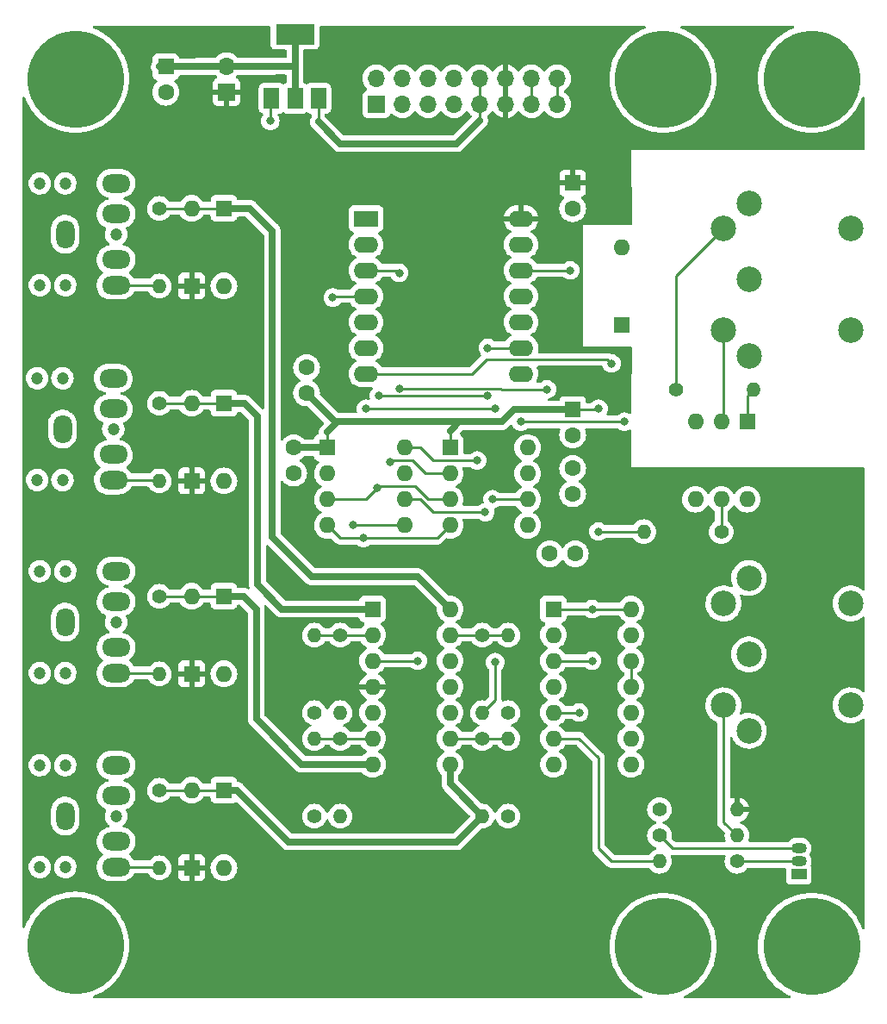
<source format=gtl>
%TF.GenerationSoftware,KiCad,Pcbnew,(6.0.1)*%
%TF.CreationDate,2022-09-24T16:52:27-04:00*%
%TF.ProjectId,SYNTH-MIDI-CV4-01,53594e54-482d-44d4-9944-492d4356342d,1*%
%TF.SameCoordinates,Original*%
%TF.FileFunction,Copper,L1,Top*%
%TF.FilePolarity,Positive*%
%FSLAX46Y46*%
G04 Gerber Fmt 4.6, Leading zero omitted, Abs format (unit mm)*
G04 Created by KiCad (PCBNEW (6.0.1)) date 2022-09-24 16:52:27*
%MOMM*%
%LPD*%
G01*
G04 APERTURE LIST*
%TA.AperFunction,ComponentPad*%
%ADD10C,1.600000*%
%TD*%
%TA.AperFunction,ComponentPad*%
%ADD11R,1.600000X1.600000*%
%TD*%
%TA.AperFunction,ComponentPad*%
%ADD12O,1.600000X1.600000*%
%TD*%
%TA.AperFunction,ComponentPad*%
%ADD13C,9.525000*%
%TD*%
%TA.AperFunction,ComponentPad*%
%ADD14C,1.400000*%
%TD*%
%TA.AperFunction,ComponentPad*%
%ADD15O,1.400000X1.400000*%
%TD*%
%TA.AperFunction,ComponentPad*%
%ADD16C,1.200000*%
%TD*%
%TA.AperFunction,ComponentPad*%
%ADD17O,2.800000X1.800000*%
%TD*%
%TA.AperFunction,ComponentPad*%
%ADD18O,1.800000X2.800000*%
%TD*%
%TA.AperFunction,ComponentPad*%
%ADD19C,2.500000*%
%TD*%
%TA.AperFunction,ComponentPad*%
%ADD20R,1.700000X1.700000*%
%TD*%
%TA.AperFunction,ComponentPad*%
%ADD21O,1.700000X1.700000*%
%TD*%
%TA.AperFunction,ComponentPad*%
%ADD22R,1.500000X1.050000*%
%TD*%
%TA.AperFunction,ComponentPad*%
%ADD23O,1.500000X1.050000*%
%TD*%
%TA.AperFunction,ComponentPad*%
%ADD24R,2.400000X1.600000*%
%TD*%
%TA.AperFunction,ComponentPad*%
%ADD25O,2.400000X1.600000*%
%TD*%
%TA.AperFunction,SMDPad,CuDef*%
%ADD26R,1.500000X2.000000*%
%TD*%
%TA.AperFunction,SMDPad,CuDef*%
%ADD27R,3.800000X2.000000*%
%TD*%
%TA.AperFunction,ViaPad*%
%ADD28C,0.800000*%
%TD*%
%TA.AperFunction,Conductor*%
%ADD29C,0.635000*%
%TD*%
%TA.AperFunction,Conductor*%
%ADD30C,0.250000*%
%TD*%
%TA.AperFunction,Conductor*%
%ADD31C,0.254000*%
%TD*%
G04 APERTURE END LIST*
D10*
%TO.P,C7,1*%
%TO.N,+3V3*%
X140970000Y-66822000D03*
%TO.P,C7,2*%
%TO.N,GND*%
X140970000Y-69322000D03*
%TD*%
%TO.P,C6,1*%
%TO.N,+3V3*%
X114808000Y-59416000D03*
%TO.P,C6,2*%
%TO.N,GND*%
X114808000Y-56916000D03*
%TD*%
%TO.P,C5,1*%
%TO.N,+3V3*%
X141224000Y-75204000D03*
%TO.P,C5,2*%
%TO.N,GND*%
X138724000Y-75204000D03*
%TD*%
%TO.P,C4,1*%
%TO.N,+3V3*%
X113538000Y-64790000D03*
%TO.P,C4,2*%
%TO.N,GND*%
X113538000Y-67290000D03*
%TD*%
D11*
%TO.P,C3,1*%
%TO.N,+5V*%
X140970000Y-38799888D03*
D10*
%TO.P,C3,2*%
%TO.N,GND*%
X140970000Y-41299888D03*
%TD*%
D11*
%TO.P,D8,1,K*%
%TO.N,/CV4_I*%
X106680000Y-98425000D03*
D12*
%TO.P,D8,2,A*%
%TO.N,GND*%
X106680000Y-106045000D03*
%TD*%
D11*
%TO.P,C2,1*%
%TO.N,+3V3*%
X140970000Y-61024888D03*
D10*
%TO.P,C2,2*%
%TO.N,GND*%
X140970000Y-63524888D03*
%TD*%
D11*
%TO.P,D2,1,K*%
%TO.N,/CV1_I*%
X106680000Y-41275000D03*
D12*
%TO.P,D2,2,A*%
%TO.N,GND*%
X106680000Y-48895000D03*
%TD*%
D13*
%TO.P,MTG2,1*%
%TO.N,N/C*%
X92075000Y-113665000D03*
%TD*%
D14*
%TO.P,R11,1*%
%TO.N,Net-(R11-Pad1)*%
X132080000Y-93345000D03*
D15*
%TO.P,R11,2*%
%TO.N,/CV4_I*%
X132080000Y-100965000D03*
%TD*%
D13*
%TO.P,MTG3,1*%
%TO.N,N/C*%
X164465000Y-28575000D03*
%TD*%
%TO.P,MTG6,1*%
%TO.N,N/C*%
X149860000Y-113792000D03*
%TD*%
D14*
%TO.P,R2,1*%
%TO.N,/CV2_I*%
X100330000Y-60420000D03*
D15*
%TO.P,R2,2*%
%TO.N,/CV2*%
X100330000Y-68040000D03*
%TD*%
D14*
%TO.P,R10,1*%
%TO.N,Net-(R10-Pad1)*%
X118110000Y-93345000D03*
D15*
%TO.P,R10,2*%
%TO.N,/CV3_I*%
X118110000Y-100965000D03*
%TD*%
D14*
%TO.P,R4,1*%
%TO.N,/CV4_I*%
X100330000Y-98425000D03*
D15*
%TO.P,R4,2*%
%TO.N,/CV4*%
X100330000Y-106045000D03*
%TD*%
D14*
%TO.P,R13,1*%
%TO.N,/MIDI_IN*%
X151130000Y-59055000D03*
D15*
%TO.P,R13,2*%
%TO.N,Net-(D9-Pad1)*%
X158750000Y-59055000D03*
%TD*%
D14*
%TO.P,R7,1*%
%TO.N,Net-(R7-Pad1)*%
X132080000Y-83185000D03*
D15*
%TO.P,R7,2*%
%TO.N,/CV1_I*%
X132080000Y-90805000D03*
%TD*%
D16*
%TO.P,J3,90*%
%TO.N,N/C*%
X88575000Y-105965000D03*
X96075000Y-100965000D03*
X88575000Y-95965000D03*
X91075000Y-95965000D03*
X91075000Y-105965000D03*
D17*
%TO.P,J3,R*%
%TO.N,unconnected-(J3-PadR)*%
X96075000Y-95965000D03*
%TO.P,J3,RN*%
%TO.N,N/C*%
X96075000Y-98965000D03*
D18*
%TO.P,J3,S*%
%TO.N,GND*%
X91075000Y-100965000D03*
D17*
%TO.P,J3,T*%
%TO.N,/CV4*%
X96075000Y-105965000D03*
%TO.P,J3,TN*%
%TO.N,N/C*%
X96075000Y-103465000D03*
%TD*%
D11*
%TO.P,U3,1,Vdd*%
%TO.N,+3V3*%
X116850000Y-64780000D03*
D12*
%TO.P,U3,2,~{CS}*%
%TO.N,/CS23\u002A*%
X116850000Y-67320000D03*
%TO.P,U3,3,SCK*%
%TO.N,/SCK*%
X116850000Y-69860000D03*
%TO.P,U3,4,SDI*%
%TO.N,/MOSI*%
X116850000Y-72400000D03*
%TO.P,U3,5,~{LDAC}*%
%TO.N,/LD34\u002A*%
X124470000Y-72400000D03*
%TO.P,U3,6,VB*%
%TO.N,/AOUT4*%
X124470000Y-69860000D03*
%TO.P,U3,7,Vss*%
%TO.N,GND*%
X124470000Y-67320000D03*
%TO.P,U3,8,VA*%
%TO.N,/AOUT3*%
X124470000Y-64780000D03*
%TD*%
D11*
%TO.P,U5,1*%
%TO.N,Net-(D9-Pad1)*%
X158115000Y-62230000D03*
D12*
%TO.P,U5,2*%
%TO.N,Net-(D9-Pad2)*%
X155575000Y-62230000D03*
%TO.P,U5,3,NC*%
%TO.N,unconnected-(U5-Pad3)*%
X153035000Y-62230000D03*
%TO.P,U5,4*%
%TO.N,GND*%
X153035000Y-69850000D03*
%TO.P,U5,5*%
%TO.N,Net-(R14-Pad1)*%
X155575000Y-69850000D03*
%TO.P,U5,6*%
%TO.N,unconnected-(U5-Pad6)*%
X158115000Y-69850000D03*
%TD*%
D16*
%TO.P,J5,90*%
%TO.N,N/C*%
X90805000Y-57960000D03*
X88305000Y-57960000D03*
X95805000Y-62960000D03*
X90805000Y-67960000D03*
X88305000Y-67960000D03*
D17*
%TO.P,J5,R*%
%TO.N,unconnected-(J5-PadR)*%
X95805000Y-57960000D03*
%TO.P,J5,RN*%
%TO.N,N/C*%
X95805000Y-60960000D03*
D18*
%TO.P,J5,S*%
%TO.N,GND*%
X90805000Y-62960000D03*
D17*
%TO.P,J5,T*%
%TO.N,/CV2*%
X95805000Y-67960000D03*
%TO.P,J5,TN*%
%TO.N,N/C*%
X95805000Y-65460000D03*
%TD*%
D11*
%TO.P,D3,1,K*%
%TO.N,+5V*%
X103505000Y-68040000D03*
D12*
%TO.P,D3,2,A*%
%TO.N,/CV2_I*%
X103505000Y-60420000D03*
%TD*%
D11*
%TO.P,U4,1,Vdd*%
%TO.N,+3V3*%
X128915000Y-64780000D03*
D12*
%TO.P,U4,2,~{CS}*%
%TO.N,/CS01\u002A*%
X128915000Y-67320000D03*
%TO.P,U4,3,SCK*%
%TO.N,/SCK*%
X128915000Y-69860000D03*
%TO.P,U4,4,SDI*%
%TO.N,/MOSI*%
X128915000Y-72400000D03*
%TO.P,U4,5,~{LDAC}*%
%TO.N,/LD12\u002A*%
X136535000Y-72400000D03*
%TO.P,U4,6,VB*%
%TO.N,/AOUT2*%
X136535000Y-69860000D03*
%TO.P,U4,7,Vss*%
%TO.N,GND*%
X136535000Y-67320000D03*
%TO.P,U4,8,VA*%
%TO.N,/AOUT1*%
X136535000Y-64780000D03*
%TD*%
D14*
%TO.P,R6,1*%
%TO.N,Net-(R5-Pad2)*%
X118110000Y-83185000D03*
D15*
%TO.P,R6,2*%
%TO.N,/CV2_I*%
X118110000Y-90805000D03*
%TD*%
D11*
%TO.P,D9,1,K*%
%TO.N,Net-(D9-Pad1)*%
X145796000Y-52705000D03*
D12*
%TO.P,D9,2,A*%
%TO.N,Net-(D9-Pad2)*%
X145796000Y-45085000D03*
%TD*%
D14*
%TO.P,R1,1*%
%TO.N,/CV1_I*%
X100330000Y-41275000D03*
D15*
%TO.P,R1,2*%
%TO.N,/CV1*%
X100330000Y-48895000D03*
%TD*%
D11*
%TO.P,D1,1,K*%
%TO.N,+5V*%
X103505000Y-48895000D03*
D12*
%TO.P,D1,2,A*%
%TO.N,/CV1_I*%
X103505000Y-41275000D03*
%TD*%
D11*
%TO.P,D7,1,K*%
%TO.N,+5V*%
X103505000Y-106045000D03*
D12*
%TO.P,D7,2,A*%
%TO.N,/CV4_I*%
X103505000Y-98425000D03*
%TD*%
D11*
%TO.P,D6,1,K*%
%TO.N,/CV3_I*%
X106680000Y-79375000D03*
D12*
%TO.P,D6,2,A*%
%TO.N,GND*%
X106680000Y-86995000D03*
%TD*%
D11*
%TO.P,U6,1*%
%TO.N,/CV2_I*%
X121295000Y-80640000D03*
D12*
%TO.P,U6,2,-*%
%TO.N,Net-(R5-Pad2)*%
X121295000Y-83180000D03*
%TO.P,U6,3,+*%
%TO.N,/AOUT2*%
X121295000Y-85720000D03*
%TO.P,U6,4,V+*%
%TO.N,+5V*%
X121295000Y-88260000D03*
%TO.P,U6,5,+*%
%TO.N,/AOUT3*%
X121295000Y-90800000D03*
%TO.P,U6,6,-*%
%TO.N,Net-(R10-Pad1)*%
X121295000Y-93340000D03*
%TO.P,U6,7*%
%TO.N,/CV3_I*%
X121295000Y-95880000D03*
%TO.P,U6,8*%
%TO.N,/CV4_I*%
X128915000Y-95880000D03*
%TO.P,U6,9,-*%
%TO.N,Net-(R11-Pad1)*%
X128915000Y-93340000D03*
%TO.P,U6,10,+*%
%TO.N,/AOUT4*%
X128915000Y-90800000D03*
%TO.P,U6,11,V-*%
%TO.N,GND*%
X128915000Y-88260000D03*
%TO.P,U6,12,+*%
%TO.N,/AOUT1*%
X128915000Y-85720000D03*
%TO.P,U6,13,-*%
%TO.N,Net-(R7-Pad1)*%
X128915000Y-83180000D03*
%TO.P,U6,14*%
%TO.N,/CV1_I*%
X128915000Y-80640000D03*
%TD*%
D19*
%TO.P,J6,1*%
%TO.N,unconnected-(J6-Pad1)*%
X158290000Y-77590000D03*
%TO.P,J6,2*%
%TO.N,GND*%
X158290000Y-85090000D03*
%TO.P,J6,3*%
%TO.N,unconnected-(J6-Pad3)*%
X158290000Y-92590000D03*
%TO.P,J6,4*%
%TO.N,Net-(J6-Pad4)*%
X155790000Y-80090000D03*
%TO.P,J6,5*%
%TO.N,Net-(J6-Pad5)*%
X155790000Y-90090000D03*
%TO.P,J6,6*%
%TO.N,N/C*%
X168290000Y-90090000D03*
X168290000Y-80090000D03*
%TD*%
D14*
%TO.P,R5,1*%
%TO.N,GND*%
X115570000Y-90805000D03*
D15*
%TO.P,R5,2*%
%TO.N,Net-(R5-Pad2)*%
X115570000Y-83185000D03*
%TD*%
D14*
%TO.P,R3,1*%
%TO.N,/CV3_I*%
X100330000Y-79375000D03*
D15*
%TO.P,R3,2*%
%TO.N,/CV3*%
X100330000Y-86995000D03*
%TD*%
D13*
%TO.P,MTG5,1*%
%TO.N,N/C*%
X149860000Y-28575000D03*
%TD*%
D11*
%TO.P,D4,1,K*%
%TO.N,/CV2_I*%
X106680000Y-60420000D03*
D12*
%TO.P,D4,2,A*%
%TO.N,GND*%
X106680000Y-68040000D03*
%TD*%
D20*
%TO.P,J1,1,Pin_1*%
%TO.N,unconnected-(J1-Pad1)*%
X121666000Y-31050000D03*
D21*
%TO.P,J1,2,Pin_2*%
%TO.N,unconnected-(J1-Pad2)*%
X121666000Y-28510000D03*
%TO.P,J1,3,Pin_3*%
%TO.N,GND*%
X124206000Y-31050000D03*
%TO.P,J1,4,Pin_4*%
X124206000Y-28510000D03*
%TO.P,J1,5,Pin_5*%
X126746000Y-31050000D03*
%TO.P,J1,6,Pin_6*%
X126746000Y-28510000D03*
%TO.P,J1,7,Pin_7*%
X129286000Y-31050000D03*
%TO.P,J1,8,Pin_8*%
X129286000Y-28510000D03*
%TO.P,J1,9,Pin_9*%
%TO.N,+12V*%
X131826000Y-31050000D03*
%TO.P,J1,10,Pin_10*%
X131826000Y-28510000D03*
%TO.P,J1,11,Pin_11*%
%TO.N,+5V*%
X134366000Y-31050000D03*
%TO.P,J1,12,Pin_12*%
X134366000Y-28510000D03*
%TO.P,J1,13,Pin_13*%
%TO.N,/CV_OUT*%
X136906000Y-31050000D03*
%TO.P,J1,14,Pin_14*%
X136906000Y-28510000D03*
%TO.P,J1,15,Pin_15*%
%TO.N,/GATE_OUT*%
X139446000Y-31050000D03*
%TO.P,J1,16,Pin_16*%
X139446000Y-28510000D03*
%TD*%
D14*
%TO.P,R16,1*%
%TO.N,Net-(Q1-Pad3)*%
X149500000Y-102870000D03*
D15*
%TO.P,R16,2*%
%TO.N,Net-(J6-Pad5)*%
X157120000Y-102870000D03*
%TD*%
D22*
%TO.P,Q1,1,E*%
%TO.N,GND*%
X163195000Y-106680000D03*
D23*
%TO.P,Q1,2,B*%
%TO.N,Net-(Q1-Pad2)*%
X163195000Y-105410000D03*
%TO.P,Q1,3,C*%
%TO.N,Net-(Q1-Pad3)*%
X163195000Y-104140000D03*
%TD*%
D24*
%TO.P,U2,1,D0/P26*%
%TO.N,/LD34\u002A*%
X120650000Y-42291000D03*
D25*
%TO.P,U2,2,D1/P27*%
%TO.N,/CS01\u002A*%
X120650000Y-44831000D03*
%TO.P,U2,3,D2/P28*%
%TO.N,/LD12\u002A*%
X120650000Y-47371000D03*
%TO.P,U2,4,D3/P29*%
%TO.N,/CS23\u002A*%
X120650000Y-49911000D03*
%TO.P,U2,5,D4/SDA/P6*%
%TO.N,Net-(J8-Pad3)*%
X120650000Y-52451000D03*
%TO.P,U2,6,D5/SCL/P7*%
%TO.N,Net-(J8-Pad4)*%
X120650000Y-54991000D03*
%TO.P,U2,7,D6/TX/P0*%
%TO.N,Net-(U2-Pad7)*%
X120650000Y-57531000D03*
%TO.P,U2,8,D7/RX/P1*%
%TO.N,/RXD*%
X135890000Y-57531000D03*
%TO.P,U2,9,D8/SCK/P2*%
%TO.N,/SCK*%
X135890000Y-54991000D03*
%TO.P,U2,10,D9/MISO/P4*%
%TO.N,unconnected-(U2-Pad10)*%
X135890000Y-52451000D03*
%TO.P,U2,11,D10/MOSI/P3*%
%TO.N,/MOSI*%
X135890000Y-49911000D03*
%TO.P,U2,12,3.3V*%
%TO.N,+3V3*%
X135890000Y-47371000D03*
%TO.P,U2,13,GND*%
%TO.N,GND*%
X135890000Y-44831000D03*
%TO.P,U2,14,5V*%
%TO.N,+5V*%
X135890000Y-42291000D03*
%TD*%
D11*
%TO.P,D5,1,K*%
%TO.N,+5V*%
X103505000Y-86995000D03*
D12*
%TO.P,D5,2,A*%
%TO.N,/CV3_I*%
X103505000Y-79375000D03*
%TD*%
D20*
%TO.P,H1,1,Pin_1*%
%TO.N,+5V*%
X106934000Y-29850000D03*
D21*
%TO.P,H1,2,Pin_2*%
%TO.N,Net-(C1-Pad1)*%
X106934000Y-27310000D03*
%TD*%
D13*
%TO.P,MTG4,1*%
%TO.N,N/C*%
X164465000Y-113792000D03*
%TD*%
%TO.P,MTG1,1*%
%TO.N,N/C*%
X92075000Y-28575000D03*
%TD*%
D14*
%TO.P,R8,1*%
%TO.N,GND*%
X134620000Y-90805000D03*
D15*
%TO.P,R8,2*%
%TO.N,Net-(R7-Pad1)*%
X134620000Y-83185000D03*
%TD*%
D14*
%TO.P,R14,1*%
%TO.N,Net-(R14-Pad1)*%
X155575000Y-73025000D03*
D15*
%TO.P,R14,2*%
%TO.N,+3V3*%
X147955000Y-73025000D03*
%TD*%
D14*
%TO.P,R9,1*%
%TO.N,GND*%
X115570000Y-100965000D03*
D15*
%TO.P,R9,2*%
%TO.N,Net-(R10-Pad1)*%
X115570000Y-93345000D03*
%TD*%
D14*
%TO.P,R12,1*%
%TO.N,GND*%
X134620000Y-100965000D03*
D15*
%TO.P,R12,2*%
%TO.N,Net-(R11-Pad1)*%
X134620000Y-93345000D03*
%TD*%
D19*
%TO.P,J4,1*%
%TO.N,unconnected-(J4-Pad1)*%
X158290000Y-40760000D03*
%TO.P,J4,2*%
%TO.N,unconnected-(J4-Pad2)*%
X158290000Y-48260000D03*
%TO.P,J4,3*%
%TO.N,unconnected-(J4-Pad3)*%
X158290000Y-55760000D03*
%TO.P,J4,4*%
%TO.N,/MIDI_IN*%
X155790000Y-43260000D03*
%TO.P,J4,5*%
%TO.N,Net-(D9-Pad2)*%
X155790000Y-53260000D03*
%TO.P,J4,6*%
%TO.N,N/C*%
X168290000Y-53260000D03*
X168290000Y-43260000D03*
%TD*%
D14*
%TO.P,R15,1*%
%TO.N,Net-(J6-Pad4)*%
X149500000Y-100330000D03*
D15*
%TO.P,R15,2*%
%TO.N,+5V*%
X157120000Y-100330000D03*
%TD*%
D16*
%TO.P,J2,90*%
%TO.N,N/C*%
X88575000Y-76915000D03*
X91075000Y-76915000D03*
X96075000Y-81915000D03*
X91075000Y-86915000D03*
X88575000Y-86915000D03*
D17*
%TO.P,J2,R*%
%TO.N,unconnected-(J2-PadR)*%
X96075000Y-76915000D03*
%TO.P,J2,RN*%
%TO.N,N/C*%
X96075000Y-79915000D03*
D18*
%TO.P,J2,S*%
%TO.N,GND*%
X91075000Y-81915000D03*
D17*
%TO.P,J2,T*%
%TO.N,/CV3*%
X96075000Y-86915000D03*
%TO.P,J2,TN*%
%TO.N,N/C*%
X96075000Y-84415000D03*
%TD*%
D11*
%TO.P,C1,1*%
%TO.N,Net-(C1-Pad1)*%
X100965000Y-27369888D03*
D10*
%TO.P,C1,2*%
%TO.N,GND*%
X100965000Y-29869888D03*
%TD*%
D16*
%TO.P,J7,90*%
%TO.N,N/C*%
X91075000Y-38815000D03*
X88575000Y-38815000D03*
X91075000Y-48815000D03*
X96075000Y-43815000D03*
X88575000Y-48815000D03*
D17*
%TO.P,J7,R*%
%TO.N,unconnected-(J7-PadR)*%
X96075000Y-38815000D03*
%TO.P,J7,RN*%
%TO.N,N/C*%
X96075000Y-41815000D03*
D18*
%TO.P,J7,S*%
%TO.N,GND*%
X91075000Y-43815000D03*
D17*
%TO.P,J7,T*%
%TO.N,/CV1*%
X96075000Y-48815000D03*
%TO.P,J7,TN*%
%TO.N,N/C*%
X96075000Y-46315000D03*
%TD*%
D11*
%TO.P,U7,1*%
%TO.N,+3V3*%
X139075000Y-80640000D03*
D12*
%TO.P,U7,2*%
%TO.N,unconnected-(U7-Pad2)*%
X139075000Y-83180000D03*
%TO.P,U7,3*%
%TO.N,+3V3*%
X139075000Y-85720000D03*
%TO.P,U7,4*%
%TO.N,unconnected-(U7-Pad4)*%
X139075000Y-88260000D03*
%TO.P,U7,5*%
%TO.N,Net-(U2-Pad7)*%
X139075000Y-90800000D03*
%TO.P,U7,6*%
%TO.N,Net-(R17-Pad2)*%
X139075000Y-93340000D03*
%TO.P,U7,7,GND*%
%TO.N,GND*%
X139075000Y-95880000D03*
%TO.P,U7,8*%
%TO.N,unconnected-(U7-Pad8)*%
X146695000Y-95880000D03*
%TO.P,U7,9*%
%TO.N,+3V3*%
X146695000Y-93340000D03*
%TO.P,U7,10*%
%TO.N,/RXD*%
X146695000Y-90800000D03*
%TO.P,U7,11*%
%TO.N,Net-(U7-Pad11)*%
X146695000Y-88260000D03*
%TO.P,U7,12*%
X146695000Y-85720000D03*
%TO.P,U7,13*%
%TO.N,Net-(R14-Pad1)*%
X146695000Y-83180000D03*
%TO.P,U7,14,VCC*%
%TO.N,+3V3*%
X146695000Y-80640000D03*
%TD*%
D14*
%TO.P,R17,1*%
%TO.N,Net-(Q1-Pad2)*%
X157120000Y-105410000D03*
D15*
%TO.P,R17,2*%
%TO.N,Net-(R17-Pad2)*%
X149500000Y-105410000D03*
%TD*%
D26*
%TO.P,U1,1,GND*%
%TO.N,GND*%
X111365000Y-30455000D03*
%TO.P,U1,2,VO*%
%TO.N,Net-(C1-Pad1)*%
X113665000Y-30455000D03*
%TO.P,U1,3,VIN*%
%TO.N,+12V*%
X115965000Y-30455000D03*
D27*
%TO.P,U1,4,VO*%
%TO.N,Net-(C1-Pad1)*%
X113665000Y-24155000D03*
%TD*%
D28*
%TO.N,+3V3*%
X142880000Y-80640000D03*
%TO.N,/CS23\u002A*%
X117385500Y-50038000D03*
%TO.N,/MOSI*%
X120396000Y-73660000D03*
%TO.N,+3V3*%
X143510000Y-60960000D03*
X140716000Y-47371000D03*
X143510000Y-73025000D03*
X142875000Y-85725000D03*
%TO.N,/RXD*%
X146050000Y-62230000D03*
X135890000Y-62230000D03*
%TO.N,/CV1_I*%
X133350000Y-85852000D03*
%TO.N,/AOUT4*%
X132371500Y-71120000D03*
%TO.N,/AOUT3*%
X131572000Y-66040000D03*
%TO.N,GND*%
X111238000Y-32678000D03*
%TO.N,Net-(U2-Pad7)*%
X141610000Y-90800000D03*
X144780000Y-56515000D03*
%TO.N,/AOUT2*%
X125730000Y-85725000D03*
X133096000Y-69850000D03*
%TO.N,/LD34\u002A*%
X119380000Y-72390000D03*
%TO.N,/CS01\u002A*%
X123034511Y-66195489D03*
%TO.N,/LD12\u002A*%
X138430000Y-59055000D03*
X123914511Y-58965489D03*
X123914500Y-47625000D03*
%TO.N,/SCK*%
X121920000Y-59690000D03*
X132625500Y-54991000D03*
X121764511Y-68735489D03*
X132625500Y-59690000D03*
%TO.N,/MOSI*%
X120650000Y-60960000D03*
X133350000Y-60960000D03*
%TD*%
D29*
%TO.N,/CV2_I*%
X108680000Y-60420000D02*
X106680000Y-60420000D01*
X109982000Y-61722000D02*
X108680000Y-60420000D01*
X109982000Y-78232000D02*
X109982000Y-61722000D01*
X112390000Y-80640000D02*
X109982000Y-78232000D01*
X121295000Y-80640000D02*
X112390000Y-80640000D01*
%TO.N,+3V3*%
X118364000Y-62230000D02*
X117622000Y-62230000D01*
X118364000Y-62230000D02*
X118618000Y-62230000D01*
X117622000Y-62230000D02*
X114808000Y-59416000D01*
X117856000Y-62230000D02*
X118364000Y-62230000D01*
X118618000Y-62230000D02*
X133985000Y-62230000D01*
D30*
X142880000Y-80640000D02*
X146695000Y-80640000D01*
%TO.N,/AOUT3*%
X125994000Y-64780000D02*
X127254000Y-66040000D01*
X131572000Y-66040000D02*
X127254000Y-66040000D01*
X124470000Y-64780000D02*
X125994000Y-64780000D01*
%TO.N,/CS01\u002A*%
X123190000Y-66040000D02*
X123034511Y-66195489D01*
X125222000Y-66040000D02*
X123190000Y-66040000D01*
X126502000Y-67320000D02*
X125222000Y-66040000D01*
X128915000Y-67320000D02*
X126502000Y-67320000D01*
%TO.N,/CS23\u002A*%
X117512500Y-49911000D02*
X117385500Y-50038000D01*
X120650000Y-49911000D02*
X117512500Y-49911000D01*
%TO.N,/SCK*%
X126756000Y-69860000D02*
X125476000Y-68580000D01*
X125476000Y-68580000D02*
X121920000Y-68580000D01*
X128915000Y-69860000D02*
X126756000Y-69860000D01*
%TO.N,/MOSI*%
X118110000Y-73660000D02*
X120396000Y-73660000D01*
X120396000Y-73660000D02*
X127655000Y-73660000D01*
X127655000Y-73660000D02*
X128915000Y-72400000D01*
X116850000Y-72400000D02*
X118110000Y-73660000D01*
D29*
%TO.N,+3V3*%
X113538000Y-64790000D02*
X116840000Y-64790000D01*
%TO.N,/CV1_I*%
X111442500Y-43497500D02*
X109220000Y-41275000D01*
X111442500Y-73596500D02*
X111442500Y-43497500D01*
X109220000Y-41275000D02*
X106680000Y-41275000D01*
X115316000Y-77470000D02*
X111442500Y-73596500D01*
X125745000Y-77470000D02*
X115316000Y-77470000D01*
X128915000Y-80640000D02*
X125745000Y-77470000D01*
D30*
%TO.N,Net-(D9-Pad1)*%
X158115000Y-59690000D02*
X158750000Y-59055000D01*
X158115000Y-62230000D02*
X158115000Y-59690000D01*
%TO.N,+3V3*%
X142870000Y-85720000D02*
X139075000Y-85720000D01*
D29*
X135190112Y-61024888D02*
X140970000Y-61024888D01*
X129814000Y-62230000D02*
X128915000Y-63129000D01*
D30*
X140970000Y-61024888D02*
X143445112Y-61024888D01*
X135890000Y-47371000D02*
X140716000Y-47371000D01*
X116850000Y-64780000D02*
X116850000Y-63236000D01*
X143510000Y-73025000D02*
X147955000Y-73025000D01*
D29*
X117856000Y-62230000D02*
X116850000Y-63236000D01*
D30*
X142875000Y-85725000D02*
X142870000Y-85720000D01*
X139075000Y-80640000D02*
X142880000Y-80640000D01*
X143445112Y-61024888D02*
X143510000Y-60960000D01*
X128915000Y-63129000D02*
X128915000Y-64780000D01*
D29*
X133985000Y-62230000D02*
X135190112Y-61024888D01*
%TO.N,+12V*%
X118110000Y-34925000D02*
X115965000Y-32780000D01*
X129540000Y-34925000D02*
X118110000Y-34925000D01*
D31*
X131826000Y-31050000D02*
X131826000Y-32639000D01*
X115965000Y-32780000D02*
X115965000Y-30455000D01*
D29*
X129540000Y-34925000D02*
X131826000Y-32639000D01*
D31*
X131826000Y-31050000D02*
X131826000Y-28510000D01*
D29*
%TO.N,Net-(C1-Pad1)*%
X104132776Y-27310000D02*
X106934000Y-27310000D01*
X113665000Y-27305000D02*
X113665000Y-24155000D01*
X111683000Y-27305000D02*
X111678000Y-27310000D01*
X100330000Y-27369888D02*
X104072888Y-27369888D01*
X113665000Y-27305000D02*
X113665000Y-30455000D01*
X104072888Y-27369888D02*
X104132776Y-27310000D01*
X111683000Y-27305000D02*
X113665000Y-27305000D01*
X111678000Y-27310000D02*
X106934000Y-27310000D01*
D30*
%TO.N,/RXD*%
X135890000Y-62230000D02*
X146050000Y-62230000D01*
%TO.N,/MIDI_IN*%
X151130000Y-47920000D02*
X155790000Y-43260000D01*
X151130000Y-59055000D02*
X151130000Y-47920000D01*
D31*
%TO.N,/CV_OUT*%
X136906000Y-28510000D02*
X136906000Y-31050000D01*
D29*
%TO.N,/CV4_I*%
X128915000Y-95880000D02*
X128915000Y-97800000D01*
D30*
X103505000Y-98425000D02*
X106680000Y-98425000D01*
D29*
X129540000Y-103505000D02*
X132080000Y-100965000D01*
X128915000Y-97800000D02*
X132080000Y-100965000D01*
D30*
X100330000Y-98425000D02*
X103505000Y-98425000D01*
D29*
X113030000Y-103505000D02*
X129540000Y-103505000D01*
X107950000Y-98425000D02*
X113030000Y-103505000D01*
X106680000Y-98425000D02*
X107950000Y-98425000D01*
D31*
%TO.N,/GATE_OUT*%
X139446000Y-28510000D02*
X139446000Y-31050000D01*
D29*
%TO.N,/CV3_I*%
X109855000Y-91440000D02*
X109855000Y-80645000D01*
D30*
X100330000Y-79375000D02*
X103505000Y-79375000D01*
D29*
X109855000Y-80645000D02*
X108585000Y-79375000D01*
D30*
X103505000Y-79375000D02*
X106680000Y-79375000D01*
D29*
X121295000Y-95880000D02*
X114295000Y-95880000D01*
X108585000Y-79375000D02*
X106680000Y-79375000D01*
X114295000Y-95880000D02*
X109855000Y-91440000D01*
D30*
%TO.N,Net-(D9-Pad2)*%
X155790000Y-53260000D02*
X155790000Y-62015000D01*
%TO.N,Net-(J6-Pad5)*%
X155790000Y-101540000D02*
X157120000Y-102870000D01*
X155790000Y-90090000D02*
X155790000Y-101540000D01*
%TO.N,Net-(Q1-Pad2)*%
X157120000Y-105410000D02*
X163195000Y-105410000D01*
%TO.N,Net-(Q1-Pad3)*%
X150770000Y-104140000D02*
X163195000Y-104140000D01*
X149500000Y-102870000D02*
X150770000Y-104140000D01*
%TO.N,/CV1_I*%
X133350000Y-85852000D02*
X133350000Y-89535000D01*
X133350000Y-89535000D02*
X132080000Y-90805000D01*
X103505000Y-41275000D02*
X106680000Y-41275000D01*
X100330000Y-41275000D02*
X103505000Y-41275000D01*
%TO.N,/CV2_I*%
X100775000Y-60420000D02*
X103950000Y-60420000D01*
X103950000Y-60420000D02*
X107125000Y-60420000D01*
%TO.N,/CV4*%
X96075000Y-105965000D02*
X100250000Y-105965000D01*
%TO.N,/CV3*%
X96075000Y-86915000D02*
X100250000Y-86915000D01*
%TO.N,/CV1*%
X96075000Y-48815000D02*
X100250000Y-48815000D01*
%TO.N,/CV2*%
X95805000Y-67960000D02*
X100250000Y-67960000D01*
%TO.N,/AOUT4*%
X124470000Y-69860000D02*
X125994000Y-69860000D01*
X125994000Y-69860000D02*
X127254000Y-71120000D01*
X127254000Y-71120000D02*
X132371500Y-71120000D01*
D31*
%TO.N,GND*%
X111238000Y-32678000D02*
X111238000Y-30480000D01*
D30*
%TO.N,Net-(U2-Pad7)*%
X132479480Y-56115520D02*
X144380520Y-56115520D01*
X144380520Y-56115520D02*
X144780000Y-56515000D01*
X131064000Y-57531000D02*
X132479480Y-56115520D01*
X141610000Y-90800000D02*
X139075000Y-90800000D01*
X120650000Y-57531000D02*
X131064000Y-57531000D01*
%TO.N,/AOUT2*%
X121295000Y-85720000D02*
X125725000Y-85720000D01*
X125725000Y-85720000D02*
X125730000Y-85725000D01*
X136535000Y-69860000D02*
X133106000Y-69860000D01*
X133106000Y-69860000D02*
X133096000Y-69850000D01*
%TO.N,/LD34\u002A*%
X124470000Y-72400000D02*
X119390000Y-72400000D01*
X119390000Y-72400000D02*
X119380000Y-72390000D01*
%TO.N,/LD12\u002A*%
X138430000Y-59055000D02*
X133985000Y-59055000D01*
X123660500Y-47371000D02*
X120650000Y-47371000D01*
X133895489Y-58965489D02*
X123914511Y-58965489D01*
X133985000Y-59055000D02*
X133895489Y-58965489D01*
X123914500Y-47625000D02*
X123660500Y-47371000D01*
%TO.N,/SCK*%
X121920000Y-59690000D02*
X132625500Y-59690000D01*
X121920000Y-68580000D02*
X121764511Y-68735489D01*
X120640000Y-69860000D02*
X121764511Y-68735489D01*
X132625500Y-54991000D02*
X135890000Y-54991000D01*
X116850000Y-69860000D02*
X120640000Y-69860000D01*
%TO.N,/MOSI*%
X120650000Y-60960000D02*
X133350000Y-60960000D01*
%TO.N,Net-(R5-Pad2)*%
X115570000Y-83185000D02*
X118110000Y-83185000D01*
X118110000Y-83185000D02*
X121290000Y-83185000D01*
%TO.N,Net-(R7-Pad1)*%
X128915000Y-83180000D02*
X132075000Y-83180000D01*
X132080000Y-83185000D02*
X134620000Y-83185000D01*
%TO.N,Net-(R10-Pad1)*%
X121295000Y-93340000D02*
X118115000Y-93340000D01*
X118110000Y-93345000D02*
X115570000Y-93345000D01*
%TO.N,Net-(R11-Pad1)*%
X128915000Y-93340000D02*
X132075000Y-93340000D01*
X132080000Y-93345000D02*
X134620000Y-93345000D01*
%TO.N,Net-(R14-Pad1)*%
X155575000Y-69850000D02*
X155575000Y-73025000D01*
%TO.N,Net-(R17-Pad2)*%
X144780000Y-105410000D02*
X149500000Y-105410000D01*
X143510000Y-104140000D02*
X144780000Y-105410000D01*
X143510000Y-95250000D02*
X143510000Y-104140000D01*
X141600000Y-93340000D02*
X143510000Y-95250000D01*
X139075000Y-93340000D02*
X141600000Y-93340000D01*
%TO.N,Net-(U7-Pad11)*%
X146685000Y-85725000D02*
X146685000Y-88265000D01*
%TD*%
%TA.AperFunction,Conductor*%
%TO.N,+5V*%
G36*
X111198621Y-23388002D02*
G01*
X111245114Y-23441658D01*
X111256500Y-23494000D01*
X111256500Y-25203134D01*
X111263255Y-25265316D01*
X111314385Y-25401705D01*
X111401739Y-25518261D01*
X111518295Y-25605615D01*
X111654684Y-25656745D01*
X111716866Y-25663500D01*
X112713000Y-25663500D01*
X112781121Y-25683502D01*
X112827614Y-25737158D01*
X112839000Y-25789500D01*
X112839000Y-26353000D01*
X112818998Y-26421121D01*
X112765342Y-26467614D01*
X112713000Y-26479000D01*
X111723033Y-26479000D01*
X111712489Y-26478558D01*
X111703000Y-26477761D01*
X111662700Y-26474377D01*
X111655941Y-26475279D01*
X111655937Y-26475279D01*
X111598875Y-26482893D01*
X111582211Y-26484000D01*
X108074926Y-26484000D01*
X108006805Y-26463998D01*
X107981732Y-26442799D01*
X107867151Y-26316876D01*
X107867148Y-26316873D01*
X107863670Y-26313051D01*
X107859619Y-26309852D01*
X107859615Y-26309848D01*
X107692414Y-26177800D01*
X107692410Y-26177798D01*
X107688359Y-26174598D01*
X107492789Y-26066638D01*
X107487920Y-26064914D01*
X107487916Y-26064912D01*
X107287087Y-25993795D01*
X107287083Y-25993794D01*
X107282212Y-25992069D01*
X107277119Y-25991162D01*
X107277116Y-25991161D01*
X107067373Y-25953800D01*
X107067367Y-25953799D01*
X107062284Y-25952894D01*
X106988452Y-25951992D01*
X106844081Y-25950228D01*
X106844079Y-25950228D01*
X106838911Y-25950165D01*
X106618091Y-25983955D01*
X106405756Y-26053357D01*
X106207607Y-26156507D01*
X106203474Y-26159610D01*
X106203471Y-26159612D01*
X106179247Y-26177800D01*
X106028965Y-26290635D01*
X105979105Y-26342811D01*
X105881402Y-26445051D01*
X105819878Y-26480481D01*
X105790308Y-26484000D01*
X104172798Y-26484000D01*
X104162255Y-26483558D01*
X104112476Y-26479378D01*
X104105716Y-26480280D01*
X104105712Y-26480280D01*
X104035101Y-26489701D01*
X104032047Y-26490071D01*
X103961142Y-26497774D01*
X103961141Y-26497774D01*
X103954359Y-26498511D01*
X103947892Y-26500688D01*
X103945544Y-26501204D01*
X103944990Y-26501302D01*
X103944234Y-26501478D01*
X103943690Y-26501636D01*
X103941351Y-26502211D01*
X103934586Y-26503113D01*
X103892704Y-26518357D01*
X103861223Y-26529815D01*
X103858317Y-26530833D01*
X103839079Y-26537307D01*
X103798891Y-26543888D01*
X102385332Y-26543888D01*
X102317211Y-26523886D01*
X102270718Y-26470230D01*
X102267022Y-26459468D01*
X102266745Y-26459572D01*
X102218767Y-26331591D01*
X102215615Y-26323183D01*
X102128261Y-26206627D01*
X102011705Y-26119273D01*
X101875316Y-26068143D01*
X101813134Y-26061388D01*
X100116866Y-26061388D01*
X100054684Y-26068143D01*
X99918295Y-26119273D01*
X99801739Y-26206627D01*
X99714385Y-26323183D01*
X99663255Y-26459572D01*
X99656500Y-26521754D01*
X99656500Y-26852597D01*
X99634712Y-26923419D01*
X99600221Y-26974170D01*
X99600216Y-26974179D01*
X99596384Y-26979818D01*
X99593851Y-26986152D01*
X99593849Y-26986155D01*
X99532270Y-27140113D01*
X99532269Y-27140118D01*
X99529736Y-27146450D01*
X99514978Y-27235597D01*
X99506558Y-27286462D01*
X99500425Y-27323508D01*
X99500782Y-27330325D01*
X99500782Y-27330329D01*
X99509040Y-27487905D01*
X99509817Y-27502729D01*
X99557476Y-27675752D01*
X99560660Y-27681791D01*
X99641177Y-27834505D01*
X99638592Y-27835868D01*
X99656500Y-27894426D01*
X99656500Y-28218022D01*
X99663255Y-28280204D01*
X99714385Y-28416593D01*
X99801739Y-28533149D01*
X99918295Y-28620503D01*
X99926703Y-28623655D01*
X100054684Y-28671633D01*
X100053954Y-28673579D01*
X100106205Y-28703433D01*
X100139021Y-28766391D01*
X100132591Y-28837095D01*
X100104502Y-28879888D01*
X99958802Y-29025588D01*
X99955645Y-29030096D01*
X99955643Y-29030099D01*
X99932858Y-29062640D01*
X99827477Y-29213139D01*
X99825154Y-29218121D01*
X99825151Y-29218126D01*
X99745336Y-29389292D01*
X99730716Y-29420645D01*
X99729294Y-29425953D01*
X99729293Y-29425955D01*
X99674932Y-29628831D01*
X99671457Y-29641801D01*
X99651502Y-29869888D01*
X99671457Y-30097975D01*
X99672881Y-30103288D01*
X99672881Y-30103290D01*
X99728554Y-30311061D01*
X99730716Y-30319131D01*
X99733039Y-30324112D01*
X99733039Y-30324113D01*
X99825151Y-30521650D01*
X99825154Y-30521655D01*
X99827477Y-30526637D01*
X99958802Y-30714188D01*
X100120700Y-30876086D01*
X100125208Y-30879243D01*
X100125211Y-30879245D01*
X100203389Y-30933986D01*
X100308251Y-31007411D01*
X100313233Y-31009734D01*
X100313238Y-31009737D01*
X100510775Y-31101849D01*
X100515757Y-31104172D01*
X100521065Y-31105594D01*
X100521067Y-31105595D01*
X100731598Y-31162007D01*
X100731600Y-31162007D01*
X100736913Y-31163431D01*
X100965000Y-31183386D01*
X101193087Y-31163431D01*
X101198400Y-31162007D01*
X101198402Y-31162007D01*
X101408933Y-31105595D01*
X101408935Y-31105594D01*
X101414243Y-31104172D01*
X101419225Y-31101849D01*
X101616762Y-31009737D01*
X101616767Y-31009734D01*
X101621749Y-31007411D01*
X101726611Y-30933986D01*
X101804789Y-30879245D01*
X101804792Y-30879243D01*
X101809300Y-30876086D01*
X101940717Y-30744669D01*
X105576001Y-30744669D01*
X105576371Y-30751490D01*
X105581895Y-30802352D01*
X105585521Y-30817604D01*
X105630676Y-30938054D01*
X105639214Y-30953649D01*
X105715715Y-31055724D01*
X105728276Y-31068285D01*
X105830351Y-31144786D01*
X105845946Y-31153324D01*
X105966394Y-31198478D01*
X105981649Y-31202105D01*
X106032514Y-31207631D01*
X106039328Y-31208000D01*
X106661885Y-31208000D01*
X106677124Y-31203525D01*
X106678329Y-31202135D01*
X106680000Y-31194452D01*
X106680000Y-31189884D01*
X107188000Y-31189884D01*
X107192475Y-31205123D01*
X107193865Y-31206328D01*
X107201548Y-31207999D01*
X107828669Y-31207999D01*
X107835490Y-31207629D01*
X107886352Y-31202105D01*
X107901604Y-31198479D01*
X108022054Y-31153324D01*
X108037649Y-31144786D01*
X108139724Y-31068285D01*
X108152285Y-31055724D01*
X108228786Y-30953649D01*
X108237324Y-30938054D01*
X108282478Y-30817606D01*
X108286105Y-30802351D01*
X108291631Y-30751486D01*
X108292000Y-30744672D01*
X108292000Y-30122115D01*
X108287525Y-30106876D01*
X108286135Y-30105671D01*
X108278452Y-30104000D01*
X107206115Y-30104000D01*
X107190876Y-30108475D01*
X107189671Y-30109865D01*
X107188000Y-30117548D01*
X107188000Y-31189884D01*
X106680000Y-31189884D01*
X106680000Y-30122115D01*
X106675525Y-30106876D01*
X106674135Y-30105671D01*
X106666452Y-30104000D01*
X105594116Y-30104000D01*
X105578877Y-30108475D01*
X105577672Y-30109865D01*
X105576001Y-30117548D01*
X105576001Y-30744669D01*
X101940717Y-30744669D01*
X101971198Y-30714188D01*
X102102523Y-30526637D01*
X102104846Y-30521655D01*
X102104849Y-30521650D01*
X102196961Y-30324113D01*
X102196961Y-30324112D01*
X102199284Y-30319131D01*
X102201447Y-30311061D01*
X102257119Y-30103290D01*
X102257119Y-30103288D01*
X102258543Y-30097975D01*
X102278498Y-29869888D01*
X102258543Y-29641801D01*
X102255068Y-29628831D01*
X102200707Y-29425955D01*
X102200706Y-29425953D01*
X102199284Y-29420645D01*
X102184664Y-29389292D01*
X102104849Y-29218126D01*
X102104846Y-29218121D01*
X102102523Y-29213139D01*
X101997142Y-29062640D01*
X101974357Y-29030099D01*
X101974355Y-29030096D01*
X101971198Y-29025588D01*
X101825498Y-28879888D01*
X101791472Y-28817576D01*
X101796537Y-28746761D01*
X101839084Y-28689925D01*
X101875737Y-28672756D01*
X101875316Y-28671633D01*
X102003297Y-28623655D01*
X102011705Y-28620503D01*
X102128261Y-28533149D01*
X102215615Y-28416593D01*
X102266745Y-28280204D01*
X102269356Y-28281183D01*
X102297955Y-28231107D01*
X102360905Y-28198278D01*
X102385332Y-28195888D01*
X104032855Y-28195888D01*
X104043400Y-28196330D01*
X104093188Y-28200511D01*
X104170631Y-28190177D01*
X104173631Y-28189815D01*
X104215386Y-28185279D01*
X104244522Y-28182114D01*
X104244524Y-28182114D01*
X104251305Y-28181377D01*
X104257771Y-28179201D01*
X104260121Y-28178684D01*
X104260671Y-28178587D01*
X104261438Y-28178408D01*
X104261973Y-28178253D01*
X104264320Y-28177677D01*
X104271078Y-28176775D01*
X104344430Y-28150077D01*
X104347329Y-28149062D01*
X104366582Y-28142582D01*
X104406774Y-28136000D01*
X105794548Y-28136000D01*
X105862669Y-28156002D01*
X105889784Y-28179501D01*
X105980250Y-28283938D01*
X105984225Y-28287238D01*
X105984231Y-28287244D01*
X105989425Y-28291556D01*
X106029059Y-28350460D01*
X106030555Y-28421441D01*
X105993439Y-28481962D01*
X105953168Y-28506480D01*
X105845946Y-28546676D01*
X105830351Y-28555214D01*
X105728276Y-28631715D01*
X105715715Y-28644276D01*
X105639214Y-28746351D01*
X105630676Y-28761946D01*
X105585522Y-28882394D01*
X105581895Y-28897649D01*
X105576369Y-28948514D01*
X105576000Y-28955328D01*
X105576000Y-29577885D01*
X105580475Y-29593124D01*
X105581865Y-29594329D01*
X105589548Y-29596000D01*
X108273884Y-29596000D01*
X108289123Y-29591525D01*
X108290328Y-29590135D01*
X108291999Y-29582452D01*
X108291999Y-28955331D01*
X108291629Y-28948510D01*
X108286105Y-28897648D01*
X108282479Y-28882396D01*
X108237324Y-28761946D01*
X108228786Y-28746351D01*
X108152285Y-28644276D01*
X108139724Y-28631715D01*
X108037649Y-28555214D01*
X108022054Y-28546676D01*
X107911813Y-28505348D01*
X107855049Y-28462706D01*
X107830349Y-28396145D01*
X107845557Y-28326796D01*
X107867104Y-28298115D01*
X107968430Y-28197144D01*
X107968440Y-28197132D01*
X107972096Y-28193489D01*
X107975112Y-28189292D01*
X107975117Y-28189286D01*
X107975704Y-28188469D01*
X107976025Y-28188218D01*
X107978465Y-28185352D01*
X107979057Y-28185856D01*
X108031701Y-28144824D01*
X108078023Y-28136000D01*
X111637967Y-28136000D01*
X111648512Y-28136442D01*
X111698300Y-28140623D01*
X111705059Y-28139721D01*
X111705063Y-28139721D01*
X111762125Y-28132107D01*
X111778789Y-28131000D01*
X112713000Y-28131000D01*
X112781121Y-28151002D01*
X112827614Y-28204658D01*
X112839000Y-28257000D01*
X112839000Y-28853063D01*
X112818998Y-28921184D01*
X112765342Y-28967677D01*
X112757229Y-28971045D01*
X112676705Y-29001232D01*
X112676704Y-29001233D01*
X112668295Y-29004385D01*
X112661110Y-29009770D01*
X112661108Y-29009771D01*
X112590565Y-29062640D01*
X112524058Y-29087488D01*
X112454676Y-29072435D01*
X112439435Y-29062640D01*
X112368892Y-29009771D01*
X112368890Y-29009770D01*
X112361705Y-29004385D01*
X112225316Y-28953255D01*
X112163134Y-28946500D01*
X110566866Y-28946500D01*
X110504684Y-28953255D01*
X110368295Y-29004385D01*
X110251739Y-29091739D01*
X110164385Y-29208295D01*
X110113255Y-29344684D01*
X110106500Y-29406866D01*
X110106500Y-31503134D01*
X110113255Y-31565316D01*
X110164385Y-31701705D01*
X110251739Y-31818261D01*
X110368295Y-31905615D01*
X110376703Y-31908767D01*
X110451362Y-31936756D01*
X110508127Y-31979398D01*
X110532826Y-32045960D01*
X110517618Y-32115309D01*
X110506836Y-32130500D01*
X110507259Y-32130808D01*
X110503380Y-32136148D01*
X110498960Y-32141056D01*
X110495659Y-32146774D01*
X110418320Y-32280729D01*
X110403473Y-32306444D01*
X110344458Y-32488072D01*
X110343768Y-32494633D01*
X110343768Y-32494635D01*
X110334882Y-32579186D01*
X110324496Y-32678000D01*
X110344458Y-32867928D01*
X110403473Y-33049556D01*
X110498960Y-33214944D01*
X110503378Y-33219851D01*
X110503379Y-33219852D01*
X110577275Y-33301922D01*
X110626747Y-33356866D01*
X110781248Y-33469118D01*
X110787276Y-33471802D01*
X110787278Y-33471803D01*
X110922003Y-33531786D01*
X110955712Y-33546794D01*
X111049113Y-33566647D01*
X111136056Y-33585128D01*
X111136061Y-33585128D01*
X111142513Y-33586500D01*
X111333487Y-33586500D01*
X111339939Y-33585128D01*
X111339944Y-33585128D01*
X111426887Y-33566647D01*
X111520288Y-33546794D01*
X111553997Y-33531786D01*
X111688722Y-33471803D01*
X111688724Y-33471802D01*
X111694752Y-33469118D01*
X111849253Y-33356866D01*
X111898725Y-33301922D01*
X111972621Y-33219852D01*
X111972622Y-33219851D01*
X111977040Y-33214944D01*
X112072527Y-33049556D01*
X112131542Y-32867928D01*
X112151504Y-32678000D01*
X112141118Y-32579186D01*
X112132232Y-32494635D01*
X112132232Y-32494633D01*
X112131542Y-32488072D01*
X112072527Y-32306444D01*
X112057942Y-32281181D01*
X111983647Y-32152500D01*
X111966909Y-32083505D01*
X111990129Y-32016413D01*
X112045936Y-31972526D01*
X112092766Y-31963500D01*
X112163134Y-31963500D01*
X112225316Y-31956745D01*
X112361705Y-31905615D01*
X112424305Y-31858699D01*
X112439435Y-31847360D01*
X112505942Y-31822512D01*
X112575324Y-31837565D01*
X112590565Y-31847360D01*
X112605695Y-31858699D01*
X112668295Y-31905615D01*
X112804684Y-31956745D01*
X112866866Y-31963500D01*
X114463134Y-31963500D01*
X114525316Y-31956745D01*
X114661705Y-31905615D01*
X114724305Y-31858699D01*
X114739435Y-31847360D01*
X114805942Y-31822512D01*
X114875324Y-31837565D01*
X114890565Y-31847360D01*
X114905695Y-31858699D01*
X114968295Y-31905615D01*
X115104684Y-31956745D01*
X115166866Y-31963500D01*
X115203500Y-31963500D01*
X115271621Y-31983502D01*
X115318114Y-32037158D01*
X115329500Y-32089500D01*
X115329500Y-32202973D01*
X115309498Y-32271094D01*
X115297134Y-32287286D01*
X115291110Y-32293976D01*
X115287742Y-32299905D01*
X115287739Y-32299909D01*
X115228747Y-32403757D01*
X115202465Y-32450022D01*
X115149395Y-32621462D01*
X115134377Y-32800300D01*
X115158113Y-32978190D01*
X115219494Y-33146834D01*
X115315657Y-33298364D01*
X115319323Y-33302464D01*
X115320584Y-33303725D01*
X117497615Y-35480755D01*
X117504758Y-35488522D01*
X117537015Y-35526693D01*
X117542434Y-35530836D01*
X117542435Y-35530837D01*
X117599062Y-35574131D01*
X117601482Y-35576029D01*
X117662350Y-35624969D01*
X117668460Y-35628002D01*
X117670496Y-35629304D01*
X117670952Y-35629623D01*
X117671610Y-35630033D01*
X117672100Y-35630302D01*
X117674166Y-35631553D01*
X117679586Y-35635697D01*
X117750351Y-35668695D01*
X117753122Y-35670029D01*
X117823102Y-35704767D01*
X117829727Y-35706419D01*
X117831994Y-35707253D01*
X117832519Y-35707472D01*
X117833223Y-35707721D01*
X117833773Y-35707883D01*
X117836057Y-35708661D01*
X117842239Y-35711543D01*
X117848897Y-35713031D01*
X117848905Y-35713034D01*
X117918458Y-35728581D01*
X117921454Y-35729289D01*
X117990615Y-35746533D01*
X117990618Y-35746533D01*
X117997238Y-35748184D01*
X118004059Y-35748375D01*
X118006456Y-35748703D01*
X118007570Y-35748904D01*
X118012344Y-35749566D01*
X118017384Y-35750693D01*
X118022875Y-35751000D01*
X118096289Y-35751000D01*
X118099807Y-35751049D01*
X118176635Y-35753195D01*
X118183342Y-35751916D01*
X118189677Y-35751406D01*
X118199784Y-35751000D01*
X129499967Y-35751000D01*
X129510512Y-35751442D01*
X129560300Y-35755623D01*
X129637743Y-35745289D01*
X129640743Y-35744927D01*
X129682498Y-35740391D01*
X129711634Y-35737226D01*
X129711636Y-35737226D01*
X129718417Y-35736489D01*
X129724883Y-35734313D01*
X129727233Y-35733796D01*
X129727783Y-35733699D01*
X129728550Y-35733520D01*
X129729085Y-35733365D01*
X129731432Y-35732789D01*
X129738190Y-35731887D01*
X129811542Y-35705189D01*
X129814443Y-35704174D01*
X129882039Y-35681425D01*
X129882046Y-35681422D01*
X129888511Y-35679246D01*
X129894360Y-35675731D01*
X129896553Y-35674718D01*
X129897068Y-35674506D01*
X129897766Y-35674173D01*
X129898267Y-35673900D01*
X129900421Y-35672840D01*
X129906834Y-35670506D01*
X129972802Y-35628641D01*
X129975394Y-35627041D01*
X130042344Y-35586814D01*
X130047295Y-35582133D01*
X130049231Y-35580663D01*
X130050162Y-35580015D01*
X130053996Y-35577115D01*
X130058364Y-35574343D01*
X130062464Y-35570677D01*
X130114386Y-35518755D01*
X130116908Y-35516302D01*
X130167782Y-35468193D01*
X130167784Y-35468191D01*
X130172740Y-35463504D01*
X130176574Y-35457863D01*
X130180703Y-35453011D01*
X130187560Y-35445581D01*
X132439357Y-33193783D01*
X132441776Y-33191364D01*
X132472945Y-33152598D01*
X132521696Y-33091965D01*
X132521698Y-33091963D01*
X132525969Y-33086650D01*
X132579809Y-32978190D01*
X132602734Y-32932009D01*
X132602736Y-32932005D01*
X132605767Y-32925898D01*
X132649184Y-32751762D01*
X132652823Y-32621462D01*
X132654004Y-32579186D01*
X132654004Y-32579181D01*
X132654194Y-32572365D01*
X132632099Y-32456536D01*
X132621845Y-32402780D01*
X132621845Y-32402778D01*
X132620566Y-32396076D01*
X132580432Y-32302438D01*
X132571981Y-32231947D01*
X132602982Y-32168076D01*
X132623073Y-32150224D01*
X132705860Y-32091173D01*
X132864096Y-31933489D01*
X132881861Y-31908767D01*
X132994453Y-31752077D01*
X132995640Y-31752930D01*
X133042960Y-31709362D01*
X133112897Y-31697145D01*
X133178338Y-31724678D01*
X133206166Y-31756511D01*
X133263694Y-31850388D01*
X133269777Y-31858699D01*
X133409213Y-32019667D01*
X133416580Y-32026883D01*
X133580434Y-32162916D01*
X133588881Y-32168831D01*
X133772756Y-32276279D01*
X133782042Y-32280729D01*
X133981001Y-32356703D01*
X133990899Y-32359579D01*
X134094250Y-32380606D01*
X134108299Y-32379410D01*
X134112000Y-32369065D01*
X134112000Y-32368517D01*
X134620000Y-32368517D01*
X134624064Y-32382359D01*
X134637478Y-32384393D01*
X134644184Y-32383534D01*
X134654262Y-32381392D01*
X134858255Y-32320191D01*
X134867842Y-32316433D01*
X135059095Y-32222739D01*
X135067945Y-32217464D01*
X135241328Y-32093792D01*
X135249200Y-32087139D01*
X135400052Y-31936812D01*
X135406730Y-31928965D01*
X135534022Y-31751819D01*
X135535279Y-31752722D01*
X135582373Y-31709362D01*
X135652311Y-31697145D01*
X135717751Y-31724678D01*
X135745579Y-31756511D01*
X135805987Y-31855088D01*
X135952250Y-32023938D01*
X136124126Y-32166632D01*
X136317000Y-32279338D01*
X136525692Y-32359030D01*
X136530760Y-32360061D01*
X136530763Y-32360062D01*
X136625862Y-32379410D01*
X136744597Y-32403567D01*
X136749772Y-32403757D01*
X136749774Y-32403757D01*
X136962673Y-32411564D01*
X136962677Y-32411564D01*
X136967837Y-32411753D01*
X136972957Y-32411097D01*
X136972959Y-32411097D01*
X137184288Y-32384025D01*
X137184289Y-32384025D01*
X137189416Y-32383368D01*
X137194366Y-32381883D01*
X137398429Y-32320661D01*
X137398434Y-32320659D01*
X137403384Y-32319174D01*
X137603994Y-32220896D01*
X137785860Y-32091173D01*
X137944096Y-31933489D01*
X137961861Y-31908767D01*
X138074453Y-31752077D01*
X138075776Y-31753028D01*
X138122645Y-31709857D01*
X138192580Y-31697625D01*
X138258026Y-31725144D01*
X138285875Y-31756994D01*
X138345987Y-31855088D01*
X138492250Y-32023938D01*
X138664126Y-32166632D01*
X138857000Y-32279338D01*
X139065692Y-32359030D01*
X139070760Y-32360061D01*
X139070763Y-32360062D01*
X139165862Y-32379410D01*
X139284597Y-32403567D01*
X139289772Y-32403757D01*
X139289774Y-32403757D01*
X139502673Y-32411564D01*
X139502677Y-32411564D01*
X139507837Y-32411753D01*
X139512957Y-32411097D01*
X139512959Y-32411097D01*
X139724288Y-32384025D01*
X139724289Y-32384025D01*
X139729416Y-32383368D01*
X139734366Y-32381883D01*
X139938429Y-32320661D01*
X139938434Y-32320659D01*
X139943384Y-32319174D01*
X140143994Y-32220896D01*
X140325860Y-32091173D01*
X140484096Y-31933489D01*
X140501861Y-31908767D01*
X140611435Y-31756277D01*
X140614453Y-31752077D01*
X140627995Y-31724678D01*
X140711136Y-31556453D01*
X140711137Y-31556451D01*
X140713430Y-31551811D01*
X140778370Y-31338069D01*
X140807529Y-31116590D01*
X140807798Y-31105595D01*
X140809074Y-31053365D01*
X140809074Y-31053361D01*
X140809156Y-31050000D01*
X140790852Y-30827361D01*
X140736431Y-30610702D01*
X140647354Y-30405840D01*
X140605986Y-30341895D01*
X140528822Y-30222617D01*
X140528820Y-30222614D01*
X140526014Y-30218277D01*
X140375670Y-30053051D01*
X140371619Y-30049852D01*
X140371615Y-30049848D01*
X140204414Y-29917800D01*
X140204410Y-29917798D01*
X140200359Y-29914598D01*
X140159053Y-29891796D01*
X140109084Y-29841364D01*
X140094312Y-29771921D01*
X140119428Y-29705516D01*
X140146780Y-29678909D01*
X140206255Y-29636486D01*
X140325860Y-29551173D01*
X140484096Y-29393489D01*
X140524483Y-29337285D01*
X140611435Y-29216277D01*
X140614453Y-29212077D01*
X140627995Y-29184678D01*
X140711136Y-29016453D01*
X140711137Y-29016451D01*
X140713430Y-29011811D01*
X140758994Y-28861842D01*
X140776865Y-28803023D01*
X140776865Y-28803021D01*
X140778370Y-28798069D01*
X140807529Y-28576590D01*
X140808459Y-28538530D01*
X140809074Y-28513365D01*
X140809074Y-28513361D01*
X140809156Y-28510000D01*
X140790852Y-28287361D01*
X140736431Y-28070702D01*
X140647354Y-27865840D01*
X140526014Y-27678277D01*
X140375670Y-27513051D01*
X140371619Y-27509852D01*
X140371615Y-27509848D01*
X140204414Y-27377800D01*
X140204410Y-27377798D01*
X140200359Y-27374598D01*
X140164028Y-27354542D01*
X140145943Y-27344559D01*
X140004789Y-27266638D01*
X139999920Y-27264914D01*
X139999916Y-27264912D01*
X139799087Y-27193795D01*
X139799083Y-27193794D01*
X139794212Y-27192069D01*
X139789119Y-27191162D01*
X139789116Y-27191161D01*
X139579373Y-27153800D01*
X139579367Y-27153799D01*
X139574284Y-27152894D01*
X139500452Y-27151992D01*
X139356081Y-27150228D01*
X139356079Y-27150228D01*
X139350911Y-27150165D01*
X139130091Y-27183955D01*
X138917756Y-27253357D01*
X138719607Y-27356507D01*
X138715474Y-27359610D01*
X138715471Y-27359612D01*
X138691247Y-27377800D01*
X138540965Y-27490635D01*
X138386629Y-27652138D01*
X138279201Y-27809621D01*
X138224293Y-27854621D01*
X138153768Y-27862792D01*
X138090021Y-27831538D01*
X138069324Y-27807054D01*
X137988822Y-27682617D01*
X137988820Y-27682614D01*
X137986014Y-27678277D01*
X137835670Y-27513051D01*
X137831619Y-27509852D01*
X137831615Y-27509848D01*
X137664414Y-27377800D01*
X137664410Y-27377798D01*
X137660359Y-27374598D01*
X137624028Y-27354542D01*
X137605943Y-27344559D01*
X137464789Y-27266638D01*
X137459920Y-27264914D01*
X137459916Y-27264912D01*
X137259087Y-27193795D01*
X137259083Y-27193794D01*
X137254212Y-27192069D01*
X137249119Y-27191162D01*
X137249116Y-27191161D01*
X137039373Y-27153800D01*
X137039367Y-27153799D01*
X137034284Y-27152894D01*
X136960452Y-27151992D01*
X136816081Y-27150228D01*
X136816079Y-27150228D01*
X136810911Y-27150165D01*
X136590091Y-27183955D01*
X136377756Y-27253357D01*
X136179607Y-27356507D01*
X136175474Y-27359610D01*
X136175471Y-27359612D01*
X136151247Y-27377800D01*
X136000965Y-27490635D01*
X135846629Y-27652138D01*
X135843720Y-27656403D01*
X135843714Y-27656411D01*
X135831404Y-27674457D01*
X135739204Y-27809618D01*
X135738898Y-27810066D01*
X135683987Y-27855069D01*
X135613462Y-27863240D01*
X135549715Y-27831986D01*
X135529018Y-27807502D01*
X135448426Y-27682926D01*
X135442136Y-27674757D01*
X135298806Y-27517240D01*
X135291273Y-27510215D01*
X135124139Y-27378222D01*
X135115552Y-27372517D01*
X134929117Y-27269599D01*
X134919705Y-27265369D01*
X134718959Y-27194280D01*
X134708988Y-27191646D01*
X134637837Y-27178972D01*
X134624540Y-27180432D01*
X134620000Y-27194989D01*
X134620000Y-32368517D01*
X134112000Y-32368517D01*
X134112000Y-27193102D01*
X134108082Y-27179758D01*
X134093806Y-27177771D01*
X134055324Y-27183660D01*
X134045288Y-27186051D01*
X133842868Y-27252212D01*
X133833359Y-27256209D01*
X133644463Y-27354542D01*
X133635738Y-27360036D01*
X133465433Y-27487905D01*
X133457726Y-27494748D01*
X133310590Y-27648717D01*
X133304109Y-27656722D01*
X133199498Y-27810074D01*
X133144587Y-27855076D01*
X133074062Y-27863247D01*
X133010315Y-27831993D01*
X132989618Y-27807509D01*
X132908822Y-27682617D01*
X132908820Y-27682614D01*
X132906014Y-27678277D01*
X132755670Y-27513051D01*
X132751619Y-27509852D01*
X132751615Y-27509848D01*
X132584414Y-27377800D01*
X132584410Y-27377798D01*
X132580359Y-27374598D01*
X132544028Y-27354542D01*
X132525943Y-27344559D01*
X132384789Y-27266638D01*
X132379920Y-27264914D01*
X132379916Y-27264912D01*
X132179087Y-27193795D01*
X132179083Y-27193794D01*
X132174212Y-27192069D01*
X132169119Y-27191162D01*
X132169116Y-27191161D01*
X131959373Y-27153800D01*
X131959367Y-27153799D01*
X131954284Y-27152894D01*
X131880452Y-27151992D01*
X131736081Y-27150228D01*
X131736079Y-27150228D01*
X131730911Y-27150165D01*
X131510091Y-27183955D01*
X131297756Y-27253357D01*
X131099607Y-27356507D01*
X131095474Y-27359610D01*
X131095471Y-27359612D01*
X131071247Y-27377800D01*
X130920965Y-27490635D01*
X130766629Y-27652138D01*
X130659201Y-27809621D01*
X130604293Y-27854621D01*
X130533768Y-27862792D01*
X130470021Y-27831538D01*
X130449324Y-27807054D01*
X130368822Y-27682617D01*
X130368820Y-27682614D01*
X130366014Y-27678277D01*
X130215670Y-27513051D01*
X130211619Y-27509852D01*
X130211615Y-27509848D01*
X130044414Y-27377800D01*
X130044410Y-27377798D01*
X130040359Y-27374598D01*
X130004028Y-27354542D01*
X129985943Y-27344559D01*
X129844789Y-27266638D01*
X129839920Y-27264914D01*
X129839916Y-27264912D01*
X129639087Y-27193795D01*
X129639083Y-27193794D01*
X129634212Y-27192069D01*
X129629119Y-27191162D01*
X129629116Y-27191161D01*
X129419373Y-27153800D01*
X129419367Y-27153799D01*
X129414284Y-27152894D01*
X129340452Y-27151992D01*
X129196081Y-27150228D01*
X129196079Y-27150228D01*
X129190911Y-27150165D01*
X128970091Y-27183955D01*
X128757756Y-27253357D01*
X128559607Y-27356507D01*
X128555474Y-27359610D01*
X128555471Y-27359612D01*
X128531247Y-27377800D01*
X128380965Y-27490635D01*
X128226629Y-27652138D01*
X128119201Y-27809621D01*
X128064293Y-27854621D01*
X127993768Y-27862792D01*
X127930021Y-27831538D01*
X127909324Y-27807054D01*
X127828822Y-27682617D01*
X127828820Y-27682614D01*
X127826014Y-27678277D01*
X127675670Y-27513051D01*
X127671619Y-27509852D01*
X127671615Y-27509848D01*
X127504414Y-27377800D01*
X127504410Y-27377798D01*
X127500359Y-27374598D01*
X127464028Y-27354542D01*
X127445943Y-27344559D01*
X127304789Y-27266638D01*
X127299920Y-27264914D01*
X127299916Y-27264912D01*
X127099087Y-27193795D01*
X127099083Y-27193794D01*
X127094212Y-27192069D01*
X127089119Y-27191162D01*
X127089116Y-27191161D01*
X126879373Y-27153800D01*
X126879367Y-27153799D01*
X126874284Y-27152894D01*
X126800452Y-27151992D01*
X126656081Y-27150228D01*
X126656079Y-27150228D01*
X126650911Y-27150165D01*
X126430091Y-27183955D01*
X126217756Y-27253357D01*
X126019607Y-27356507D01*
X126015474Y-27359610D01*
X126015471Y-27359612D01*
X125991247Y-27377800D01*
X125840965Y-27490635D01*
X125686629Y-27652138D01*
X125579201Y-27809621D01*
X125524293Y-27854621D01*
X125453768Y-27862792D01*
X125390021Y-27831538D01*
X125369324Y-27807054D01*
X125288822Y-27682617D01*
X125288820Y-27682614D01*
X125286014Y-27678277D01*
X125135670Y-27513051D01*
X125131619Y-27509852D01*
X125131615Y-27509848D01*
X124964414Y-27377800D01*
X124964410Y-27377798D01*
X124960359Y-27374598D01*
X124924028Y-27354542D01*
X124905943Y-27344559D01*
X124764789Y-27266638D01*
X124759920Y-27264914D01*
X124759916Y-27264912D01*
X124559087Y-27193795D01*
X124559083Y-27193794D01*
X124554212Y-27192069D01*
X124549119Y-27191162D01*
X124549116Y-27191161D01*
X124339373Y-27153800D01*
X124339367Y-27153799D01*
X124334284Y-27152894D01*
X124260452Y-27151992D01*
X124116081Y-27150228D01*
X124116079Y-27150228D01*
X124110911Y-27150165D01*
X123890091Y-27183955D01*
X123677756Y-27253357D01*
X123479607Y-27356507D01*
X123475474Y-27359610D01*
X123475471Y-27359612D01*
X123451247Y-27377800D01*
X123300965Y-27490635D01*
X123146629Y-27652138D01*
X123039201Y-27809621D01*
X122984293Y-27854621D01*
X122913768Y-27862792D01*
X122850021Y-27831538D01*
X122829324Y-27807054D01*
X122748822Y-27682617D01*
X122748820Y-27682614D01*
X122746014Y-27678277D01*
X122595670Y-27513051D01*
X122591619Y-27509852D01*
X122591615Y-27509848D01*
X122424414Y-27377800D01*
X122424410Y-27377798D01*
X122420359Y-27374598D01*
X122384028Y-27354542D01*
X122365943Y-27344559D01*
X122224789Y-27266638D01*
X122219920Y-27264914D01*
X122219916Y-27264912D01*
X122019087Y-27193795D01*
X122019083Y-27193794D01*
X122014212Y-27192069D01*
X122009119Y-27191162D01*
X122009116Y-27191161D01*
X121799373Y-27153800D01*
X121799367Y-27153799D01*
X121794284Y-27152894D01*
X121720452Y-27151992D01*
X121576081Y-27150228D01*
X121576079Y-27150228D01*
X121570911Y-27150165D01*
X121350091Y-27183955D01*
X121137756Y-27253357D01*
X120939607Y-27356507D01*
X120935474Y-27359610D01*
X120935471Y-27359612D01*
X120911247Y-27377800D01*
X120760965Y-27490635D01*
X120606629Y-27652138D01*
X120603720Y-27656403D01*
X120603714Y-27656411D01*
X120588798Y-27678277D01*
X120480743Y-27836680D01*
X120386688Y-28039305D01*
X120326989Y-28254570D01*
X120303251Y-28476695D01*
X120303548Y-28481848D01*
X120303548Y-28481851D01*
X120315812Y-28694547D01*
X120316110Y-28699715D01*
X120317247Y-28704761D01*
X120317248Y-28704767D01*
X120331136Y-28766391D01*
X120365222Y-28917639D01*
X120413923Y-29037575D01*
X120438832Y-29098919D01*
X120449266Y-29124616D01*
X120496141Y-29201109D01*
X120563291Y-29310688D01*
X120565987Y-29315088D01*
X120712250Y-29483938D01*
X120716230Y-29487242D01*
X120720981Y-29491187D01*
X120760616Y-29550090D01*
X120762113Y-29621071D01*
X120724997Y-29681593D01*
X120684725Y-29706112D01*
X120644638Y-29721140D01*
X120569295Y-29749385D01*
X120452739Y-29836739D01*
X120365385Y-29953295D01*
X120314255Y-30089684D01*
X120307500Y-30151866D01*
X120307500Y-31948134D01*
X120314255Y-32010316D01*
X120365385Y-32146705D01*
X120452739Y-32263261D01*
X120569295Y-32350615D01*
X120705684Y-32401745D01*
X120767866Y-32408500D01*
X122564134Y-32408500D01*
X122626316Y-32401745D01*
X122762705Y-32350615D01*
X122879261Y-32263261D01*
X122966615Y-32146705D01*
X122988799Y-32087529D01*
X123010598Y-32029382D01*
X123053240Y-31972618D01*
X123119802Y-31947918D01*
X123189150Y-31963126D01*
X123223817Y-31991114D01*
X123252250Y-32023938D01*
X123424126Y-32166632D01*
X123617000Y-32279338D01*
X123825692Y-32359030D01*
X123830760Y-32360061D01*
X123830763Y-32360062D01*
X123925862Y-32379410D01*
X124044597Y-32403567D01*
X124049772Y-32403757D01*
X124049774Y-32403757D01*
X124262673Y-32411564D01*
X124262677Y-32411564D01*
X124267837Y-32411753D01*
X124272957Y-32411097D01*
X124272959Y-32411097D01*
X124484288Y-32384025D01*
X124484289Y-32384025D01*
X124489416Y-32383368D01*
X124494366Y-32381883D01*
X124698429Y-32320661D01*
X124698434Y-32320659D01*
X124703384Y-32319174D01*
X124903994Y-32220896D01*
X125085860Y-32091173D01*
X125244096Y-31933489D01*
X125261861Y-31908767D01*
X125374453Y-31752077D01*
X125375776Y-31753028D01*
X125422645Y-31709857D01*
X125492580Y-31697625D01*
X125558026Y-31725144D01*
X125585875Y-31756994D01*
X125645987Y-31855088D01*
X125792250Y-32023938D01*
X125964126Y-32166632D01*
X126157000Y-32279338D01*
X126365692Y-32359030D01*
X126370760Y-32360061D01*
X126370763Y-32360062D01*
X126465862Y-32379410D01*
X126584597Y-32403567D01*
X126589772Y-32403757D01*
X126589774Y-32403757D01*
X126802673Y-32411564D01*
X126802677Y-32411564D01*
X126807837Y-32411753D01*
X126812957Y-32411097D01*
X126812959Y-32411097D01*
X127024288Y-32384025D01*
X127024289Y-32384025D01*
X127029416Y-32383368D01*
X127034366Y-32381883D01*
X127238429Y-32320661D01*
X127238434Y-32320659D01*
X127243384Y-32319174D01*
X127443994Y-32220896D01*
X127625860Y-32091173D01*
X127784096Y-31933489D01*
X127801861Y-31908767D01*
X127914453Y-31752077D01*
X127915776Y-31753028D01*
X127962645Y-31709857D01*
X128032580Y-31697625D01*
X128098026Y-31725144D01*
X128125875Y-31756994D01*
X128185987Y-31855088D01*
X128332250Y-32023938D01*
X128504126Y-32166632D01*
X128697000Y-32279338D01*
X128905692Y-32359030D01*
X128910760Y-32360061D01*
X128910763Y-32360062D01*
X129005862Y-32379410D01*
X129124597Y-32403567D01*
X129129772Y-32403757D01*
X129129774Y-32403757D01*
X129342673Y-32411564D01*
X129342677Y-32411564D01*
X129347837Y-32411753D01*
X129352957Y-32411097D01*
X129352959Y-32411097D01*
X129564288Y-32384025D01*
X129564289Y-32384025D01*
X129569416Y-32383368D01*
X129574366Y-32381883D01*
X129778429Y-32320661D01*
X129778434Y-32320659D01*
X129783384Y-32319174D01*
X129983994Y-32220896D01*
X130165860Y-32091173D01*
X130324096Y-31933489D01*
X130341861Y-31908767D01*
X130454453Y-31752077D01*
X130455776Y-31753028D01*
X130502645Y-31709857D01*
X130572580Y-31697625D01*
X130638026Y-31725144D01*
X130665875Y-31756994D01*
X130725987Y-31855088D01*
X130872250Y-32023938D01*
X130888174Y-32037158D01*
X130984817Y-32117393D01*
X131024452Y-32176296D01*
X131025950Y-32247276D01*
X130993427Y-32303432D01*
X129234765Y-34062095D01*
X129172453Y-34096120D01*
X129145670Y-34099000D01*
X118504331Y-34099000D01*
X118436210Y-34078998D01*
X118415236Y-34062095D01*
X116637405Y-32284265D01*
X116603380Y-32221953D01*
X116600500Y-32195170D01*
X116600500Y-32089500D01*
X116620502Y-32021379D01*
X116674158Y-31974886D01*
X116726500Y-31963500D01*
X116763134Y-31963500D01*
X116825316Y-31956745D01*
X116961705Y-31905615D01*
X117078261Y-31818261D01*
X117165615Y-31701705D01*
X117216745Y-31565316D01*
X117223500Y-31503134D01*
X117223500Y-29406866D01*
X117216745Y-29344684D01*
X117165615Y-29208295D01*
X117078261Y-29091739D01*
X116961705Y-29004385D01*
X116825316Y-28953255D01*
X116763134Y-28946500D01*
X115166866Y-28946500D01*
X115104684Y-28953255D01*
X114968295Y-29004385D01*
X114961110Y-29009770D01*
X114961108Y-29009771D01*
X114890565Y-29062640D01*
X114824058Y-29087488D01*
X114754676Y-29072435D01*
X114739435Y-29062640D01*
X114668892Y-29009771D01*
X114668890Y-29009770D01*
X114661705Y-29004385D01*
X114653296Y-29001233D01*
X114653295Y-29001232D01*
X114572771Y-28971045D01*
X114516006Y-28928404D01*
X114491306Y-28861842D01*
X114491000Y-28853063D01*
X114491000Y-27383333D01*
X114492692Y-27362753D01*
X114493460Y-27358116D01*
X114493460Y-27358115D01*
X114494575Y-27351380D01*
X114493115Y-27323508D01*
X114491173Y-27286462D01*
X114491000Y-27279868D01*
X114491000Y-25789500D01*
X114511002Y-25721379D01*
X114564658Y-25674886D01*
X114617000Y-25663500D01*
X115613134Y-25663500D01*
X115675316Y-25656745D01*
X115811705Y-25605615D01*
X115928261Y-25518261D01*
X116015615Y-25401705D01*
X116066745Y-25265316D01*
X116073500Y-25203134D01*
X116073500Y-23494000D01*
X116093502Y-23425879D01*
X116147158Y-23379386D01*
X116199500Y-23368000D01*
X148027098Y-23368000D01*
X148095219Y-23388002D01*
X148141712Y-23441658D01*
X148151816Y-23511932D01*
X148122322Y-23576512D01*
X148064986Y-23614168D01*
X148055494Y-23617161D01*
X147630257Y-23793300D01*
X147221989Y-24005831D01*
X146833798Y-24253136D01*
X146594853Y-24436485D01*
X146470806Y-24531669D01*
X146470800Y-24531674D01*
X146468638Y-24533333D01*
X146129289Y-24844289D01*
X145818333Y-25183638D01*
X145816674Y-25185800D01*
X145816669Y-25185806D01*
X145761687Y-25257460D01*
X145538136Y-25548798D01*
X145290831Y-25936989D01*
X145078300Y-26345257D01*
X144902161Y-26770494D01*
X144901335Y-26773113D01*
X144901332Y-26773122D01*
X144768542Y-27194280D01*
X144763754Y-27209465D01*
X144664133Y-27658828D01*
X144604055Y-28115164D01*
X144603935Y-28117913D01*
X144603934Y-28117924D01*
X144590580Y-28423779D01*
X144583978Y-28575000D01*
X144584098Y-28577748D01*
X144603050Y-29011811D01*
X144604055Y-29034836D01*
X144626936Y-29208631D01*
X144663616Y-29487242D01*
X144664133Y-29491172D01*
X144763754Y-29940535D01*
X144764582Y-29943160D01*
X144764583Y-29943165D01*
X144899649Y-30371538D01*
X144902161Y-30379506D01*
X145078300Y-30804743D01*
X145290831Y-31213011D01*
X145538136Y-31601202D01*
X145667076Y-31769240D01*
X145816137Y-31963500D01*
X145818333Y-31966362D01*
X145820184Y-31968382D01*
X146124717Y-32300721D01*
X146129289Y-32305711D01*
X146468638Y-32616667D01*
X146470800Y-32618326D01*
X146470806Y-32618331D01*
X146540013Y-32671435D01*
X146833798Y-32896864D01*
X147221989Y-33144169D01*
X147630257Y-33356700D01*
X148055494Y-33532839D01*
X148058114Y-33533665D01*
X148058122Y-33533668D01*
X148491835Y-33670417D01*
X148491840Y-33670418D01*
X148494465Y-33671246D01*
X148943828Y-33770867D01*
X148946548Y-33771225D01*
X148946553Y-33771226D01*
X149117423Y-33793721D01*
X149400164Y-33830945D01*
X149402913Y-33831065D01*
X149402924Y-33831066D01*
X149857252Y-33850902D01*
X149860000Y-33851022D01*
X149862748Y-33850902D01*
X150317076Y-33831066D01*
X150317087Y-33831065D01*
X150319836Y-33830945D01*
X150602577Y-33793721D01*
X150773447Y-33771226D01*
X150773452Y-33771225D01*
X150776172Y-33770867D01*
X151225535Y-33671246D01*
X151228160Y-33670418D01*
X151228165Y-33670417D01*
X151661878Y-33533668D01*
X151661886Y-33533665D01*
X151664506Y-33532839D01*
X152089743Y-33356700D01*
X152498011Y-33144169D01*
X152886202Y-32896864D01*
X153179987Y-32671435D01*
X153249194Y-32618331D01*
X153249200Y-32618326D01*
X153251362Y-32616667D01*
X153590711Y-32305711D01*
X153595284Y-32300721D01*
X153899816Y-31968382D01*
X153901667Y-31966362D01*
X153903864Y-31963500D01*
X154052924Y-31769240D01*
X154181864Y-31601202D01*
X154429169Y-31213011D01*
X154641700Y-30804743D01*
X154817839Y-30379506D01*
X154820352Y-30371538D01*
X154955417Y-29943165D01*
X154955418Y-29943160D01*
X154956246Y-29940535D01*
X155055867Y-29491172D01*
X155056385Y-29487242D01*
X155093064Y-29208631D01*
X155115945Y-29034836D01*
X155116951Y-29011811D01*
X155135902Y-28577748D01*
X155136022Y-28575000D01*
X155129420Y-28423779D01*
X155116066Y-28117924D01*
X155116065Y-28117913D01*
X155115945Y-28115164D01*
X155055867Y-27658828D01*
X154956246Y-27209465D01*
X154951458Y-27194280D01*
X154818668Y-26773122D01*
X154818665Y-26773113D01*
X154817839Y-26770494D01*
X154641700Y-26345257D01*
X154429169Y-25936989D01*
X154181864Y-25548798D01*
X153958313Y-25257460D01*
X153903331Y-25185806D01*
X153903326Y-25185800D01*
X153901667Y-25183638D01*
X153590711Y-24844289D01*
X153251362Y-24533333D01*
X153249200Y-24531674D01*
X153249194Y-24531669D01*
X153125147Y-24436485D01*
X152886202Y-24253136D01*
X152498011Y-24005831D01*
X152089743Y-23793300D01*
X151664506Y-23617161D01*
X151655014Y-23614168D01*
X151596061Y-23574609D01*
X151567854Y-23509456D01*
X151579348Y-23439396D01*
X151626895Y-23386673D01*
X151692902Y-23368000D01*
X162632098Y-23368000D01*
X162700219Y-23388002D01*
X162746712Y-23441658D01*
X162756816Y-23511932D01*
X162727322Y-23576512D01*
X162669986Y-23614168D01*
X162660494Y-23617161D01*
X162235257Y-23793300D01*
X161826989Y-24005831D01*
X161438798Y-24253136D01*
X161199853Y-24436485D01*
X161075806Y-24531669D01*
X161075800Y-24531674D01*
X161073638Y-24533333D01*
X160734289Y-24844289D01*
X160423333Y-25183638D01*
X160421674Y-25185800D01*
X160421669Y-25185806D01*
X160366687Y-25257460D01*
X160143136Y-25548798D01*
X159895831Y-25936989D01*
X159683300Y-26345257D01*
X159507161Y-26770494D01*
X159506335Y-26773113D01*
X159506332Y-26773122D01*
X159373542Y-27194280D01*
X159368754Y-27209465D01*
X159269133Y-27658828D01*
X159209055Y-28115164D01*
X159208935Y-28117913D01*
X159208934Y-28117924D01*
X159195580Y-28423779D01*
X159188978Y-28575000D01*
X159189098Y-28577748D01*
X159208050Y-29011811D01*
X159209055Y-29034836D01*
X159231936Y-29208631D01*
X159268616Y-29487242D01*
X159269133Y-29491172D01*
X159368754Y-29940535D01*
X159369582Y-29943160D01*
X159369583Y-29943165D01*
X159504649Y-30371538D01*
X159507161Y-30379506D01*
X159683300Y-30804743D01*
X159895831Y-31213011D01*
X160143136Y-31601202D01*
X160272076Y-31769240D01*
X160421137Y-31963500D01*
X160423333Y-31966362D01*
X160425184Y-31968382D01*
X160729717Y-32300721D01*
X160734289Y-32305711D01*
X161073638Y-32616667D01*
X161075800Y-32618326D01*
X161075806Y-32618331D01*
X161145013Y-32671435D01*
X161438798Y-32896864D01*
X161826989Y-33144169D01*
X162235257Y-33356700D01*
X162660494Y-33532839D01*
X162663114Y-33533665D01*
X162663122Y-33533668D01*
X163096835Y-33670417D01*
X163096840Y-33670418D01*
X163099465Y-33671246D01*
X163548828Y-33770867D01*
X163551548Y-33771225D01*
X163551553Y-33771226D01*
X163722423Y-33793721D01*
X164005164Y-33830945D01*
X164007913Y-33831065D01*
X164007924Y-33831066D01*
X164462252Y-33850902D01*
X164465000Y-33851022D01*
X164467748Y-33850902D01*
X164922076Y-33831066D01*
X164922087Y-33831065D01*
X164924836Y-33830945D01*
X165207577Y-33793721D01*
X165378447Y-33771226D01*
X165378452Y-33771225D01*
X165381172Y-33770867D01*
X165830535Y-33671246D01*
X165833160Y-33670418D01*
X165833165Y-33670417D01*
X166266878Y-33533668D01*
X166266886Y-33533665D01*
X166269506Y-33532839D01*
X166694743Y-33356700D01*
X167103011Y-33144169D01*
X167491202Y-32896864D01*
X167784987Y-32671435D01*
X167854194Y-32618331D01*
X167854200Y-32618326D01*
X167856362Y-32616667D01*
X168195711Y-32305711D01*
X168200284Y-32300721D01*
X168504816Y-31968382D01*
X168506667Y-31966362D01*
X168508864Y-31963500D01*
X168657924Y-31769240D01*
X168786864Y-31601202D01*
X169034169Y-31213011D01*
X169246700Y-30804743D01*
X169422839Y-30379506D01*
X169425832Y-30370014D01*
X169465391Y-30311061D01*
X169530544Y-30282854D01*
X169600604Y-30294348D01*
X169653327Y-30341895D01*
X169672000Y-30407902D01*
X169672000Y-35434000D01*
X169651998Y-35502121D01*
X169598342Y-35548614D01*
X169546000Y-35560000D01*
X146685000Y-35560000D01*
X146685243Y-35574094D01*
X146809790Y-42797828D01*
X146790966Y-42866283D01*
X146738119Y-42913694D01*
X146683809Y-42926000D01*
X141986000Y-42926000D01*
X141986000Y-54864000D01*
X146684638Y-54864000D01*
X146752759Y-54884002D01*
X146799252Y-54937658D01*
X146810631Y-54991353D01*
X146755882Y-60083007D01*
X146742108Y-61363950D01*
X146721374Y-61431852D01*
X146667222Y-61477765D01*
X146596843Y-61487112D01*
X146542053Y-61464530D01*
X146512095Y-61442764D01*
X146506752Y-61438882D01*
X146500724Y-61436198D01*
X146500722Y-61436197D01*
X146338319Y-61363891D01*
X146338318Y-61363891D01*
X146332288Y-61361206D01*
X146238887Y-61341353D01*
X146151944Y-61322872D01*
X146151939Y-61322872D01*
X146145487Y-61321500D01*
X145954513Y-61321500D01*
X145948061Y-61322872D01*
X145948056Y-61322872D01*
X145861113Y-61341353D01*
X145767712Y-61361206D01*
X145761682Y-61363891D01*
X145761681Y-61363891D01*
X145599278Y-61436197D01*
X145599276Y-61436198D01*
X145593248Y-61438882D01*
X145587907Y-61442762D01*
X145587906Y-61442763D01*
X145513333Y-61496944D01*
X145438747Y-61551134D01*
X145434332Y-61556037D01*
X145429420Y-61560460D01*
X145428295Y-61559211D01*
X145374986Y-61592051D01*
X145341800Y-61596500D01*
X144409800Y-61596500D01*
X144341679Y-61576498D01*
X144295186Y-61522842D01*
X144285082Y-61452568D01*
X144300681Y-61407500D01*
X144341223Y-61337279D01*
X144341224Y-61337278D01*
X144344527Y-61331556D01*
X144403542Y-61149928D01*
X144405398Y-61132274D01*
X144422814Y-60966565D01*
X144423504Y-60960000D01*
X144418932Y-60916502D01*
X144404232Y-60776635D01*
X144404232Y-60776633D01*
X144403542Y-60770072D01*
X144344527Y-60588444D01*
X144321650Y-60548819D01*
X144291196Y-60496072D01*
X144249040Y-60423056D01*
X144200571Y-60369225D01*
X144125675Y-60286045D01*
X144125674Y-60286044D01*
X144121253Y-60281134D01*
X144002640Y-60194956D01*
X143972094Y-60172763D01*
X143972093Y-60172762D01*
X143966752Y-60168882D01*
X143960724Y-60166198D01*
X143960722Y-60166197D01*
X143798319Y-60093891D01*
X143798318Y-60093891D01*
X143792288Y-60091206D01*
X143698888Y-60071353D01*
X143611944Y-60052872D01*
X143611939Y-60052872D01*
X143605487Y-60051500D01*
X143414513Y-60051500D01*
X143408061Y-60052872D01*
X143408056Y-60052872D01*
X143321112Y-60071353D01*
X143227712Y-60091206D01*
X143221682Y-60093891D01*
X143221681Y-60093891D01*
X143059278Y-60166197D01*
X143059276Y-60166198D01*
X143053248Y-60168882D01*
X143047907Y-60172762D01*
X143047906Y-60172763D01*
X143017360Y-60194956D01*
X142898747Y-60281134D01*
X142862645Y-60321230D01*
X142837012Y-60349698D01*
X142776566Y-60386938D01*
X142743376Y-60391388D01*
X142404500Y-60391388D01*
X142336379Y-60371386D01*
X142289886Y-60317730D01*
X142278500Y-60265388D01*
X142278500Y-60176754D01*
X142271745Y-60114572D01*
X142220615Y-59978183D01*
X142133261Y-59861627D01*
X142016705Y-59774273D01*
X141880316Y-59723143D01*
X141818134Y-59716388D01*
X140121866Y-59716388D01*
X140059684Y-59723143D01*
X139923295Y-59774273D01*
X139806739Y-59861627D01*
X139719385Y-59978183D01*
X139668255Y-60114572D01*
X139665644Y-60113593D01*
X139637045Y-60163669D01*
X139574095Y-60196498D01*
X139549668Y-60198888D01*
X138616885Y-60198888D01*
X138548764Y-60178886D01*
X138502271Y-60125230D01*
X138492167Y-60054956D01*
X138521661Y-59990376D01*
X138581387Y-59951992D01*
X138590688Y-59949641D01*
X138605084Y-59946581D01*
X138712288Y-59923794D01*
X138718959Y-59920824D01*
X138880722Y-59848803D01*
X138880724Y-59848802D01*
X138886752Y-59846118D01*
X138925031Y-59818307D01*
X138968809Y-59786500D01*
X139041253Y-59733866D01*
X139057613Y-59715696D01*
X139164621Y-59596852D01*
X139164622Y-59596851D01*
X139169040Y-59591944D01*
X139239497Y-59469910D01*
X139261223Y-59432279D01*
X139261224Y-59432278D01*
X139264527Y-59426556D01*
X139323542Y-59244928D01*
X139325604Y-59225314D01*
X139342814Y-59061565D01*
X139343504Y-59055000D01*
X139334930Y-58973419D01*
X139324232Y-58871635D01*
X139324232Y-58871633D01*
X139323542Y-58865072D01*
X139264527Y-58683444D01*
X139169040Y-58518056D01*
X139149709Y-58496586D01*
X139045675Y-58381045D01*
X139045674Y-58381044D01*
X139041253Y-58376134D01*
X138886752Y-58263882D01*
X138880724Y-58261198D01*
X138880722Y-58261197D01*
X138718319Y-58188891D01*
X138718318Y-58188891D01*
X138712288Y-58186206D01*
X138610170Y-58164500D01*
X138531944Y-58147872D01*
X138531939Y-58147872D01*
X138525487Y-58146500D01*
X138334513Y-58146500D01*
X138328061Y-58147872D01*
X138328056Y-58147872D01*
X138249830Y-58164500D01*
X138147712Y-58186206D01*
X138141682Y-58188891D01*
X138141681Y-58188891D01*
X137979278Y-58261197D01*
X137979276Y-58261198D01*
X137973248Y-58263882D01*
X137967907Y-58267762D01*
X137967906Y-58267763D01*
X137880029Y-58331610D01*
X137818747Y-58376134D01*
X137814332Y-58381037D01*
X137809420Y-58385460D01*
X137808295Y-58384211D01*
X137754986Y-58417051D01*
X137721800Y-58421500D01*
X137505893Y-58421500D01*
X137437772Y-58401498D01*
X137391279Y-58347842D01*
X137381175Y-58277568D01*
X137402679Y-58223230D01*
X137424366Y-58192257D01*
X137427523Y-58187749D01*
X137429846Y-58182767D01*
X137429849Y-58182762D01*
X137521961Y-57985225D01*
X137521961Y-57985224D01*
X137524284Y-57980243D01*
X137529067Y-57962395D01*
X137582119Y-57764402D01*
X137582119Y-57764400D01*
X137583543Y-57759087D01*
X137603498Y-57531000D01*
X137583543Y-57302913D01*
X137561250Y-57219715D01*
X137525707Y-57087067D01*
X137525706Y-57087065D01*
X137524284Y-57081757D01*
X137452712Y-56928269D01*
X137442051Y-56858078D01*
X137471031Y-56793265D01*
X137530451Y-56754409D01*
X137566907Y-56749020D01*
X143809240Y-56749020D01*
X143877361Y-56769022D01*
X143923854Y-56822678D01*
X143929073Y-56836083D01*
X143945473Y-56886556D01*
X144040960Y-57051944D01*
X144045378Y-57056851D01*
X144045379Y-57056852D01*
X144123926Y-57144087D01*
X144168747Y-57193866D01*
X144323248Y-57306118D01*
X144329276Y-57308802D01*
X144329278Y-57308803D01*
X144485437Y-57378329D01*
X144497712Y-57383794D01*
X144591112Y-57403647D01*
X144678056Y-57422128D01*
X144678061Y-57422128D01*
X144684513Y-57423500D01*
X144875487Y-57423500D01*
X144881939Y-57422128D01*
X144881944Y-57422128D01*
X144968888Y-57403647D01*
X145062288Y-57383794D01*
X145074563Y-57378329D01*
X145230722Y-57308803D01*
X145230724Y-57308802D01*
X145236752Y-57306118D01*
X145391253Y-57193866D01*
X145436074Y-57144087D01*
X145514621Y-57056852D01*
X145514622Y-57056851D01*
X145519040Y-57051944D01*
X145590443Y-56928270D01*
X145611223Y-56892279D01*
X145611224Y-56892277D01*
X145614527Y-56886556D01*
X145673542Y-56704928D01*
X145674755Y-56693393D01*
X145692814Y-56521565D01*
X145693504Y-56515000D01*
X145687910Y-56461775D01*
X145674232Y-56331635D01*
X145674232Y-56331633D01*
X145673542Y-56325072D01*
X145614527Y-56143444D01*
X145519040Y-55978056D01*
X145391253Y-55836134D01*
X145236752Y-55723882D01*
X145230724Y-55721198D01*
X145230722Y-55721197D01*
X145068319Y-55648891D01*
X145068318Y-55648891D01*
X145062288Y-55646206D01*
X144957258Y-55623881D01*
X144881944Y-55607872D01*
X144881939Y-55607872D01*
X144875487Y-55606500D01*
X144801956Y-55606500D01*
X144741242Y-55590908D01*
X144738076Y-55589167D01*
X144721567Y-55578321D01*
X144721103Y-55577961D01*
X144705561Y-55565906D01*
X144698292Y-55562761D01*
X144698288Y-55562758D01*
X144664983Y-55548346D01*
X144654333Y-55543129D01*
X144615580Y-55521825D01*
X144595957Y-55516787D01*
X144577254Y-55510383D01*
X144565940Y-55505487D01*
X144565939Y-55505487D01*
X144558665Y-55502339D01*
X144550842Y-55501100D01*
X144550832Y-55501097D01*
X144514996Y-55495421D01*
X144503376Y-55493015D01*
X144468231Y-55483992D01*
X144468230Y-55483992D01*
X144460550Y-55482020D01*
X144440296Y-55482020D01*
X144420585Y-55480469D01*
X144408406Y-55478540D01*
X144400577Y-55477300D01*
X144392685Y-55478046D01*
X144356559Y-55481461D01*
X144344701Y-55482020D01*
X137677297Y-55482020D01*
X137609176Y-55462018D01*
X137562683Y-55408362D01*
X137552579Y-55338088D01*
X137555590Y-55323409D01*
X137582119Y-55224402D01*
X137582119Y-55224400D01*
X137583543Y-55219087D01*
X137603498Y-54991000D01*
X137583543Y-54762913D01*
X137563107Y-54686646D01*
X137525707Y-54547067D01*
X137525706Y-54547065D01*
X137524284Y-54541757D01*
X137466070Y-54416915D01*
X137429849Y-54339238D01*
X137429846Y-54339233D01*
X137427523Y-54334251D01*
X137354098Y-54229389D01*
X137299357Y-54151211D01*
X137299355Y-54151208D01*
X137296198Y-54146700D01*
X137134300Y-53984802D01*
X137129792Y-53981645D01*
X137129789Y-53981643D01*
X137051611Y-53926902D01*
X136946749Y-53853477D01*
X136941767Y-53851154D01*
X136941762Y-53851151D01*
X136907543Y-53835195D01*
X136854258Y-53788278D01*
X136834797Y-53720001D01*
X136855339Y-53652041D01*
X136907543Y-53606805D01*
X136941762Y-53590849D01*
X136941767Y-53590846D01*
X136946749Y-53588523D01*
X137109008Y-53474908D01*
X137129789Y-53460357D01*
X137129792Y-53460355D01*
X137134300Y-53457198D01*
X137296198Y-53295300D01*
X137320916Y-53260000D01*
X137424366Y-53112257D01*
X137427523Y-53107749D01*
X137429846Y-53102767D01*
X137429849Y-53102762D01*
X137521961Y-52905225D01*
X137521961Y-52905224D01*
X137524284Y-52900243D01*
X137577818Y-52700455D01*
X137582119Y-52684402D01*
X137582119Y-52684400D01*
X137583543Y-52679087D01*
X137603498Y-52451000D01*
X137583543Y-52222913D01*
X137524284Y-52001757D01*
X137471965Y-51889557D01*
X137429849Y-51799238D01*
X137429846Y-51799233D01*
X137427523Y-51794251D01*
X137332325Y-51658295D01*
X137299357Y-51611211D01*
X137299355Y-51611208D01*
X137296198Y-51606700D01*
X137134300Y-51444802D01*
X137129792Y-51441645D01*
X137129789Y-51441643D01*
X137051611Y-51386902D01*
X136946749Y-51313477D01*
X136941767Y-51311154D01*
X136941762Y-51311151D01*
X136907543Y-51295195D01*
X136854258Y-51248278D01*
X136834797Y-51180001D01*
X136855339Y-51112041D01*
X136907543Y-51066805D01*
X136941762Y-51050849D01*
X136941767Y-51050846D01*
X136946749Y-51048523D01*
X137094412Y-50945128D01*
X137129789Y-50920357D01*
X137129792Y-50920355D01*
X137134300Y-50917198D01*
X137296198Y-50755300D01*
X137427523Y-50567749D01*
X137429846Y-50562767D01*
X137429849Y-50562762D01*
X137521961Y-50365225D01*
X137521961Y-50365224D01*
X137524284Y-50360243D01*
X137560925Y-50223500D01*
X137582119Y-50144402D01*
X137582119Y-50144400D01*
X137583543Y-50139087D01*
X137603498Y-49911000D01*
X137583543Y-49682913D01*
X137582119Y-49677598D01*
X137525707Y-49467067D01*
X137525706Y-49467065D01*
X137524284Y-49461757D01*
X137479809Y-49366379D01*
X137429849Y-49259238D01*
X137429846Y-49259233D01*
X137427523Y-49254251D01*
X137319638Y-49100175D01*
X137299357Y-49071211D01*
X137299355Y-49071208D01*
X137296198Y-49066700D01*
X137134300Y-48904802D01*
X137129792Y-48901645D01*
X137129789Y-48901643D01*
X137051611Y-48846902D01*
X136946749Y-48773477D01*
X136941767Y-48771154D01*
X136941762Y-48771151D01*
X136907543Y-48755195D01*
X136854258Y-48708278D01*
X136834797Y-48640001D01*
X136855339Y-48572041D01*
X136907543Y-48526805D01*
X136941762Y-48510849D01*
X136941767Y-48510846D01*
X136946749Y-48508523D01*
X137109596Y-48394496D01*
X137129789Y-48380357D01*
X137129792Y-48380355D01*
X137134300Y-48377198D01*
X137296198Y-48215300D01*
X137330122Y-48166852D01*
X137406181Y-48058229D01*
X137461638Y-48013901D01*
X137509394Y-48004500D01*
X140007800Y-48004500D01*
X140075921Y-48024502D01*
X140095147Y-48040843D01*
X140095420Y-48040540D01*
X140100332Y-48044963D01*
X140104747Y-48049866D01*
X140112104Y-48055211D01*
X140251143Y-48156229D01*
X140259248Y-48162118D01*
X140265276Y-48164802D01*
X140265278Y-48164803D01*
X140419191Y-48233329D01*
X140433712Y-48239794D01*
X140527113Y-48259647D01*
X140614056Y-48278128D01*
X140614061Y-48278128D01*
X140620513Y-48279500D01*
X140811487Y-48279500D01*
X140817939Y-48278128D01*
X140817944Y-48278128D01*
X140904887Y-48259647D01*
X140998288Y-48239794D01*
X141012809Y-48233329D01*
X141166722Y-48164803D01*
X141166724Y-48164802D01*
X141172752Y-48162118D01*
X141180858Y-48156229D01*
X141242657Y-48111329D01*
X141327253Y-48049866D01*
X141368101Y-48004500D01*
X141450621Y-47912852D01*
X141450622Y-47912851D01*
X141455040Y-47907944D01*
X141550527Y-47742556D01*
X141609542Y-47560928D01*
X141612679Y-47531086D01*
X141628814Y-47377565D01*
X141629504Y-47371000D01*
X141617149Y-47253444D01*
X141610232Y-47187635D01*
X141610232Y-47187633D01*
X141609542Y-47181072D01*
X141550527Y-46999444D01*
X141455040Y-46834056D01*
X141365617Y-46734741D01*
X141331675Y-46697045D01*
X141331674Y-46697044D01*
X141327253Y-46692134D01*
X141218687Y-46613256D01*
X141178094Y-46583763D01*
X141178093Y-46583762D01*
X141172752Y-46579882D01*
X141166724Y-46577198D01*
X141166722Y-46577197D01*
X141004319Y-46504891D01*
X141004318Y-46504891D01*
X140998288Y-46502206D01*
X140902959Y-46481943D01*
X140817944Y-46463872D01*
X140817939Y-46463872D01*
X140811487Y-46462500D01*
X140620513Y-46462500D01*
X140614061Y-46463872D01*
X140614056Y-46463872D01*
X140529041Y-46481943D01*
X140433712Y-46502206D01*
X140427682Y-46504891D01*
X140427681Y-46504891D01*
X140265278Y-46577197D01*
X140265276Y-46577198D01*
X140259248Y-46579882D01*
X140253907Y-46583762D01*
X140253906Y-46583763D01*
X140213313Y-46613256D01*
X140104747Y-46692134D01*
X140100332Y-46697037D01*
X140095420Y-46701460D01*
X140094295Y-46700211D01*
X140040986Y-46733051D01*
X140007800Y-46737500D01*
X137509394Y-46737500D01*
X137441273Y-46717498D01*
X137406181Y-46683771D01*
X137299357Y-46531211D01*
X137299355Y-46531208D01*
X137296198Y-46526700D01*
X137134300Y-46364802D01*
X137129792Y-46361645D01*
X137129789Y-46361643D01*
X137051611Y-46306902D01*
X136946749Y-46233477D01*
X136941767Y-46231154D01*
X136941762Y-46231151D01*
X136907543Y-46215195D01*
X136854258Y-46168278D01*
X136834797Y-46100001D01*
X136855339Y-46032041D01*
X136907543Y-45986805D01*
X136941762Y-45970849D01*
X136941767Y-45970846D01*
X136946749Y-45968523D01*
X137051611Y-45895098D01*
X137129789Y-45840357D01*
X137129792Y-45840355D01*
X137134300Y-45837198D01*
X137296198Y-45675300D01*
X137299863Y-45670067D01*
X137364047Y-45578402D01*
X137427523Y-45487749D01*
X137429846Y-45482767D01*
X137429849Y-45482762D01*
X137521961Y-45285225D01*
X137521961Y-45285224D01*
X137524284Y-45280243D01*
X137542213Y-45213334D01*
X137582119Y-45064402D01*
X137582119Y-45064400D01*
X137583543Y-45059087D01*
X137603498Y-44831000D01*
X137583543Y-44602913D01*
X137582119Y-44597598D01*
X137525707Y-44387067D01*
X137525706Y-44387065D01*
X137524284Y-44381757D01*
X137521139Y-44375012D01*
X137429849Y-44179238D01*
X137429846Y-44179233D01*
X137427523Y-44174251D01*
X137296198Y-43986700D01*
X137134300Y-43824802D01*
X137129792Y-43821645D01*
X137129789Y-43821643D01*
X137051611Y-43766902D01*
X136946749Y-43693477D01*
X136941767Y-43691154D01*
X136941762Y-43691151D01*
X136906951Y-43674919D01*
X136853666Y-43628002D01*
X136834205Y-43559725D01*
X136854747Y-43491765D01*
X136906951Y-43446529D01*
X136941511Y-43430414D01*
X136951007Y-43424931D01*
X137129467Y-43299972D01*
X137137875Y-43292916D01*
X137291916Y-43138875D01*
X137298972Y-43130467D01*
X137423931Y-42952007D01*
X137429414Y-42942511D01*
X137521490Y-42745053D01*
X137525236Y-42734761D01*
X137571394Y-42562497D01*
X137571058Y-42548401D01*
X137563116Y-42545000D01*
X134222033Y-42545000D01*
X134208502Y-42548973D01*
X134207273Y-42557522D01*
X134254764Y-42734761D01*
X134258510Y-42745053D01*
X134350586Y-42942511D01*
X134356069Y-42952007D01*
X134481028Y-43130467D01*
X134488084Y-43138875D01*
X134642125Y-43292916D01*
X134650533Y-43299972D01*
X134828993Y-43424931D01*
X134838489Y-43430414D01*
X134873049Y-43446529D01*
X134926334Y-43493446D01*
X134945795Y-43561723D01*
X134925253Y-43629683D01*
X134873049Y-43674919D01*
X134838238Y-43691151D01*
X134838233Y-43691154D01*
X134833251Y-43693477D01*
X134728389Y-43766902D01*
X134650211Y-43821643D01*
X134650208Y-43821645D01*
X134645700Y-43824802D01*
X134483802Y-43986700D01*
X134352477Y-44174251D01*
X134350154Y-44179233D01*
X134350151Y-44179238D01*
X134258861Y-44375012D01*
X134255716Y-44381757D01*
X134254294Y-44387065D01*
X134254293Y-44387067D01*
X134197881Y-44597598D01*
X134196457Y-44602913D01*
X134176502Y-44831000D01*
X134196457Y-45059087D01*
X134197881Y-45064400D01*
X134197881Y-45064402D01*
X134237788Y-45213334D01*
X134255716Y-45280243D01*
X134258039Y-45285224D01*
X134258039Y-45285225D01*
X134350151Y-45482762D01*
X134350154Y-45482767D01*
X134352477Y-45487749D01*
X134415953Y-45578402D01*
X134480138Y-45670067D01*
X134483802Y-45675300D01*
X134645700Y-45837198D01*
X134650208Y-45840355D01*
X134650211Y-45840357D01*
X134728389Y-45895098D01*
X134833251Y-45968523D01*
X134838233Y-45970846D01*
X134838238Y-45970849D01*
X134872457Y-45986805D01*
X134925742Y-46033722D01*
X134945203Y-46101999D01*
X134924661Y-46169959D01*
X134872457Y-46215195D01*
X134838238Y-46231151D01*
X134838233Y-46231154D01*
X134833251Y-46233477D01*
X134728389Y-46306902D01*
X134650211Y-46361643D01*
X134650208Y-46361645D01*
X134645700Y-46364802D01*
X134483802Y-46526700D01*
X134480645Y-46531208D01*
X134480643Y-46531211D01*
X134446563Y-46579882D01*
X134352477Y-46714251D01*
X134350154Y-46719233D01*
X134350151Y-46719238D01*
X134288437Y-46851586D01*
X134255716Y-46921757D01*
X134254294Y-46927065D01*
X134254293Y-46927067D01*
X134218700Y-47059900D01*
X134196457Y-47142913D01*
X134176502Y-47371000D01*
X134196457Y-47599087D01*
X134197881Y-47604400D01*
X134197881Y-47604402D01*
X134247985Y-47791389D01*
X134255716Y-47820243D01*
X134258039Y-47825224D01*
X134258039Y-47825225D01*
X134350151Y-48022762D01*
X134350154Y-48022767D01*
X134352477Y-48027749D01*
X134382132Y-48070100D01*
X134448444Y-48164803D01*
X134483802Y-48215300D01*
X134645700Y-48377198D01*
X134650208Y-48380355D01*
X134650211Y-48380357D01*
X134670404Y-48394496D01*
X134833251Y-48508523D01*
X134838233Y-48510846D01*
X134838238Y-48510849D01*
X134872457Y-48526805D01*
X134925742Y-48573722D01*
X134945203Y-48641999D01*
X134924661Y-48709959D01*
X134872457Y-48755195D01*
X134838238Y-48771151D01*
X134838233Y-48771154D01*
X134833251Y-48773477D01*
X134728389Y-48846902D01*
X134650211Y-48901643D01*
X134650208Y-48901645D01*
X134645700Y-48904802D01*
X134483802Y-49066700D01*
X134480645Y-49071208D01*
X134480643Y-49071211D01*
X134460362Y-49100175D01*
X134352477Y-49254251D01*
X134350154Y-49259233D01*
X134350151Y-49259238D01*
X134300191Y-49366379D01*
X134255716Y-49461757D01*
X134254294Y-49467065D01*
X134254293Y-49467067D01*
X134197881Y-49677598D01*
X134196457Y-49682913D01*
X134176502Y-49911000D01*
X134196457Y-50139087D01*
X134197881Y-50144400D01*
X134197881Y-50144402D01*
X134219076Y-50223500D01*
X134255716Y-50360243D01*
X134258039Y-50365224D01*
X134258039Y-50365225D01*
X134350151Y-50562762D01*
X134350154Y-50562767D01*
X134352477Y-50567749D01*
X134483802Y-50755300D01*
X134645700Y-50917198D01*
X134650208Y-50920355D01*
X134650211Y-50920357D01*
X134685588Y-50945128D01*
X134833251Y-51048523D01*
X134838233Y-51050846D01*
X134838238Y-51050849D01*
X134872457Y-51066805D01*
X134925742Y-51113722D01*
X134945203Y-51181999D01*
X134924661Y-51249959D01*
X134872457Y-51295195D01*
X134838238Y-51311151D01*
X134838233Y-51311154D01*
X134833251Y-51313477D01*
X134728389Y-51386902D01*
X134650211Y-51441643D01*
X134650208Y-51441645D01*
X134645700Y-51444802D01*
X134483802Y-51606700D01*
X134480645Y-51611208D01*
X134480643Y-51611211D01*
X134447675Y-51658295D01*
X134352477Y-51794251D01*
X134350154Y-51799233D01*
X134350151Y-51799238D01*
X134308035Y-51889557D01*
X134255716Y-52001757D01*
X134196457Y-52222913D01*
X134176502Y-52451000D01*
X134196457Y-52679087D01*
X134197881Y-52684400D01*
X134197881Y-52684402D01*
X134202183Y-52700455D01*
X134255716Y-52900243D01*
X134258039Y-52905224D01*
X134258039Y-52905225D01*
X134350151Y-53102762D01*
X134350154Y-53102767D01*
X134352477Y-53107749D01*
X134355634Y-53112257D01*
X134459085Y-53260000D01*
X134483802Y-53295300D01*
X134645700Y-53457198D01*
X134650208Y-53460355D01*
X134650211Y-53460357D01*
X134670992Y-53474908D01*
X134833251Y-53588523D01*
X134838233Y-53590846D01*
X134838238Y-53590849D01*
X134872457Y-53606805D01*
X134925742Y-53653722D01*
X134945203Y-53721999D01*
X134924661Y-53789959D01*
X134872457Y-53835195D01*
X134838238Y-53851151D01*
X134838233Y-53851154D01*
X134833251Y-53853477D01*
X134728389Y-53926902D01*
X134650211Y-53981643D01*
X134650208Y-53981645D01*
X134645700Y-53984802D01*
X134483802Y-54146700D01*
X134480645Y-54151208D01*
X134480643Y-54151211D01*
X134373819Y-54303771D01*
X134318362Y-54348099D01*
X134270606Y-54357500D01*
X133333700Y-54357500D01*
X133265579Y-54337498D01*
X133246353Y-54321157D01*
X133246080Y-54321460D01*
X133241168Y-54317037D01*
X133236753Y-54312134D01*
X133082252Y-54199882D01*
X133076224Y-54197198D01*
X133076222Y-54197197D01*
X132913819Y-54124891D01*
X132913818Y-54124891D01*
X132907788Y-54122206D01*
X132810078Y-54101437D01*
X132727444Y-54083872D01*
X132727439Y-54083872D01*
X132720987Y-54082500D01*
X132530013Y-54082500D01*
X132523561Y-54083872D01*
X132523556Y-54083872D01*
X132440922Y-54101437D01*
X132343212Y-54122206D01*
X132337182Y-54124891D01*
X132337181Y-54124891D01*
X132174778Y-54197197D01*
X132174776Y-54197198D01*
X132168748Y-54199882D01*
X132014247Y-54312134D01*
X132009826Y-54317044D01*
X132009825Y-54317045D01*
X131970270Y-54360976D01*
X131886460Y-54454056D01*
X131790973Y-54619444D01*
X131731958Y-54801072D01*
X131731268Y-54807633D01*
X131731268Y-54807635D01*
X131718685Y-54927357D01*
X131711996Y-54991000D01*
X131731958Y-55180928D01*
X131790973Y-55362556D01*
X131886460Y-55527944D01*
X131941340Y-55588895D01*
X131972056Y-55652900D01*
X131963293Y-55723353D01*
X131936798Y-55762298D01*
X131380301Y-56318794D01*
X130838500Y-56860595D01*
X130776188Y-56894621D01*
X130749405Y-56897500D01*
X122269394Y-56897500D01*
X122201273Y-56877498D01*
X122166181Y-56843771D01*
X122059357Y-56691211D01*
X122059355Y-56691208D01*
X122056198Y-56686700D01*
X121894300Y-56524802D01*
X121889792Y-56521645D01*
X121889789Y-56521643D01*
X121804288Y-56461775D01*
X121706749Y-56393477D01*
X121701767Y-56391154D01*
X121701762Y-56391151D01*
X121667543Y-56375195D01*
X121614258Y-56328278D01*
X121594797Y-56260001D01*
X121615339Y-56192041D01*
X121667543Y-56146805D01*
X121701762Y-56130849D01*
X121701767Y-56130846D01*
X121706749Y-56128523D01*
X121811611Y-56055098D01*
X121889789Y-56000357D01*
X121889792Y-56000355D01*
X121894300Y-55997198D01*
X122056198Y-55835300D01*
X122093776Y-55781634D01*
X122141246Y-55713839D01*
X122187523Y-55647749D01*
X122189846Y-55642767D01*
X122189849Y-55642762D01*
X122281961Y-55445225D01*
X122281961Y-55445224D01*
X122284284Y-55440243D01*
X122306785Y-55356271D01*
X122342119Y-55224402D01*
X122342119Y-55224400D01*
X122343543Y-55219087D01*
X122363498Y-54991000D01*
X122343543Y-54762913D01*
X122323107Y-54686646D01*
X122285707Y-54547067D01*
X122285706Y-54547065D01*
X122284284Y-54541757D01*
X122226070Y-54416915D01*
X122189849Y-54339238D01*
X122189846Y-54339233D01*
X122187523Y-54334251D01*
X122114098Y-54229389D01*
X122059357Y-54151211D01*
X122059355Y-54151208D01*
X122056198Y-54146700D01*
X121894300Y-53984802D01*
X121889792Y-53981645D01*
X121889789Y-53981643D01*
X121811611Y-53926902D01*
X121706749Y-53853477D01*
X121701767Y-53851154D01*
X121701762Y-53851151D01*
X121667543Y-53835195D01*
X121614258Y-53788278D01*
X121594797Y-53720001D01*
X121615339Y-53652041D01*
X121667543Y-53606805D01*
X121701762Y-53590849D01*
X121701767Y-53590846D01*
X121706749Y-53588523D01*
X121869008Y-53474908D01*
X121889789Y-53460357D01*
X121889792Y-53460355D01*
X121894300Y-53457198D01*
X122056198Y-53295300D01*
X122080916Y-53260000D01*
X122184366Y-53112257D01*
X122187523Y-53107749D01*
X122189846Y-53102767D01*
X122189849Y-53102762D01*
X122281961Y-52905225D01*
X122281961Y-52905224D01*
X122284284Y-52900243D01*
X122337818Y-52700455D01*
X122342119Y-52684402D01*
X122342119Y-52684400D01*
X122343543Y-52679087D01*
X122363498Y-52451000D01*
X122343543Y-52222913D01*
X122284284Y-52001757D01*
X122231965Y-51889557D01*
X122189849Y-51799238D01*
X122189846Y-51799233D01*
X122187523Y-51794251D01*
X122092325Y-51658295D01*
X122059357Y-51611211D01*
X122059355Y-51611208D01*
X122056198Y-51606700D01*
X121894300Y-51444802D01*
X121889792Y-51441645D01*
X121889789Y-51441643D01*
X121811611Y-51386902D01*
X121706749Y-51313477D01*
X121701767Y-51311154D01*
X121701762Y-51311151D01*
X121667543Y-51295195D01*
X121614258Y-51248278D01*
X121594797Y-51180001D01*
X121615339Y-51112041D01*
X121667543Y-51066805D01*
X121701762Y-51050849D01*
X121701767Y-51050846D01*
X121706749Y-51048523D01*
X121854412Y-50945128D01*
X121889789Y-50920357D01*
X121889792Y-50920355D01*
X121894300Y-50917198D01*
X122056198Y-50755300D01*
X122187523Y-50567749D01*
X122189846Y-50562767D01*
X122189849Y-50562762D01*
X122281961Y-50365225D01*
X122281961Y-50365224D01*
X122284284Y-50360243D01*
X122320925Y-50223500D01*
X122342119Y-50144402D01*
X122342119Y-50144400D01*
X122343543Y-50139087D01*
X122363498Y-49911000D01*
X122343543Y-49682913D01*
X122342119Y-49677598D01*
X122285707Y-49467067D01*
X122285706Y-49467065D01*
X122284284Y-49461757D01*
X122239809Y-49366379D01*
X122189849Y-49259238D01*
X122189846Y-49259233D01*
X122187523Y-49254251D01*
X122079638Y-49100175D01*
X122059357Y-49071211D01*
X122059355Y-49071208D01*
X122056198Y-49066700D01*
X121894300Y-48904802D01*
X121889792Y-48901645D01*
X121889789Y-48901643D01*
X121811611Y-48846902D01*
X121706749Y-48773477D01*
X121701767Y-48771154D01*
X121701762Y-48771151D01*
X121667543Y-48755195D01*
X121614258Y-48708278D01*
X121594797Y-48640001D01*
X121615339Y-48572041D01*
X121667543Y-48526805D01*
X121701762Y-48510849D01*
X121701767Y-48510846D01*
X121706749Y-48508523D01*
X121869596Y-48394496D01*
X121889789Y-48380357D01*
X121889792Y-48380355D01*
X121894300Y-48377198D01*
X122056198Y-48215300D01*
X122090122Y-48166852D01*
X122166181Y-48058229D01*
X122221638Y-48013901D01*
X122269394Y-48004500D01*
X123011813Y-48004500D01*
X123079934Y-48024502D01*
X123120931Y-48067498D01*
X123175460Y-48161944D01*
X123303247Y-48303866D01*
X123369898Y-48352291D01*
X123450521Y-48410867D01*
X123457748Y-48416118D01*
X123463776Y-48418802D01*
X123463778Y-48418803D01*
X123626181Y-48491109D01*
X123632212Y-48493794D01*
X123712449Y-48510849D01*
X123812556Y-48532128D01*
X123812561Y-48532128D01*
X123819013Y-48533500D01*
X124009987Y-48533500D01*
X124016439Y-48532128D01*
X124016444Y-48532128D01*
X124116551Y-48510849D01*
X124196788Y-48493794D01*
X124202819Y-48491109D01*
X124365222Y-48418803D01*
X124365224Y-48418802D01*
X124371252Y-48416118D01*
X124378480Y-48410867D01*
X124459102Y-48352291D01*
X124525753Y-48303866D01*
X124653540Y-48161944D01*
X124749027Y-47996556D01*
X124808042Y-47814928D01*
X124813749Y-47760634D01*
X124827314Y-47631565D01*
X124828004Y-47625000D01*
X124824480Y-47591475D01*
X124808732Y-47441635D01*
X124808732Y-47441633D01*
X124808042Y-47435072D01*
X124749027Y-47253444D01*
X124738939Y-47235970D01*
X124656841Y-47093774D01*
X124653540Y-47088056D01*
X124636061Y-47068643D01*
X124530175Y-46951045D01*
X124530174Y-46951044D01*
X124525753Y-46946134D01*
X124408544Y-46860976D01*
X124376594Y-46837763D01*
X124376593Y-46837762D01*
X124371252Y-46833882D01*
X124365224Y-46831198D01*
X124365222Y-46831197D01*
X124202819Y-46758891D01*
X124202818Y-46758891D01*
X124196788Y-46756206D01*
X124086578Y-46732780D01*
X124016444Y-46717872D01*
X124016439Y-46717872D01*
X124009987Y-46716500D01*
X123819013Y-46716500D01*
X123812553Y-46717873D01*
X123812554Y-46717873D01*
X123738848Y-46733539D01*
X123692946Y-46734741D01*
X123688394Y-46734020D01*
X123688384Y-46734020D01*
X123680557Y-46732780D01*
X123672665Y-46733526D01*
X123636539Y-46736941D01*
X123624681Y-46737500D01*
X122269394Y-46737500D01*
X122201273Y-46717498D01*
X122166181Y-46683771D01*
X122059357Y-46531211D01*
X122059355Y-46531208D01*
X122056198Y-46526700D01*
X121894300Y-46364802D01*
X121889792Y-46361645D01*
X121889789Y-46361643D01*
X121811611Y-46306902D01*
X121706749Y-46233477D01*
X121701767Y-46231154D01*
X121701762Y-46231151D01*
X121667543Y-46215195D01*
X121614258Y-46168278D01*
X121594797Y-46100001D01*
X121615339Y-46032041D01*
X121667543Y-45986805D01*
X121701762Y-45970849D01*
X121701767Y-45970846D01*
X121706749Y-45968523D01*
X121811611Y-45895098D01*
X121889789Y-45840357D01*
X121889792Y-45840355D01*
X121894300Y-45837198D01*
X122056198Y-45675300D01*
X122059863Y-45670067D01*
X122124047Y-45578402D01*
X122187523Y-45487749D01*
X122189846Y-45482767D01*
X122189849Y-45482762D01*
X122281961Y-45285225D01*
X122281961Y-45285224D01*
X122284284Y-45280243D01*
X122302213Y-45213334D01*
X122342119Y-45064402D01*
X122342119Y-45064400D01*
X122343543Y-45059087D01*
X122363498Y-44831000D01*
X122343543Y-44602913D01*
X122342119Y-44597598D01*
X122285707Y-44387067D01*
X122285706Y-44387065D01*
X122284284Y-44381757D01*
X122281139Y-44375012D01*
X122189849Y-44179238D01*
X122189846Y-44179233D01*
X122187523Y-44174251D01*
X122056198Y-43986700D01*
X121894300Y-43824802D01*
X121889789Y-43821643D01*
X121885576Y-43818108D01*
X121886527Y-43816974D01*
X121846529Y-43766929D01*
X121839224Y-43696310D01*
X121871258Y-43632951D01*
X121932462Y-43596970D01*
X121949517Y-43593918D01*
X121960316Y-43592745D01*
X122096705Y-43541615D01*
X122213261Y-43454261D01*
X122300615Y-43337705D01*
X122351745Y-43201316D01*
X122358500Y-43139134D01*
X122358500Y-42019503D01*
X134208606Y-42019503D01*
X134208942Y-42033599D01*
X134216884Y-42037000D01*
X135617885Y-42037000D01*
X135633124Y-42032525D01*
X135634329Y-42031135D01*
X135636000Y-42023452D01*
X135636000Y-42018885D01*
X136144000Y-42018885D01*
X136148475Y-42034124D01*
X136149865Y-42035329D01*
X136157548Y-42037000D01*
X137557967Y-42037000D01*
X137571498Y-42033027D01*
X137572727Y-42024478D01*
X137525236Y-41847239D01*
X137521490Y-41836947D01*
X137429414Y-41639489D01*
X137423931Y-41629993D01*
X137298972Y-41451533D01*
X137291916Y-41443125D01*
X137148679Y-41299888D01*
X139656502Y-41299888D01*
X139676457Y-41527975D01*
X139677881Y-41533288D01*
X139677881Y-41533290D01*
X139733424Y-41740576D01*
X139735716Y-41749131D01*
X139738039Y-41754112D01*
X139738039Y-41754113D01*
X139830151Y-41951650D01*
X139830154Y-41951655D01*
X139832477Y-41956637D01*
X139887360Y-42035018D01*
X139959403Y-42137905D01*
X139963802Y-42144188D01*
X140125700Y-42306086D01*
X140130208Y-42309243D01*
X140130211Y-42309245D01*
X140208389Y-42363986D01*
X140313251Y-42437411D01*
X140318233Y-42439734D01*
X140318238Y-42439737D01*
X140488160Y-42518972D01*
X140520757Y-42534172D01*
X140526065Y-42535594D01*
X140526067Y-42535595D01*
X140736598Y-42592007D01*
X140736600Y-42592007D01*
X140741913Y-42593431D01*
X140970000Y-42613386D01*
X141198087Y-42593431D01*
X141203400Y-42592007D01*
X141203402Y-42592007D01*
X141413933Y-42535595D01*
X141413935Y-42535594D01*
X141419243Y-42534172D01*
X141451840Y-42518972D01*
X141621762Y-42439737D01*
X141621767Y-42439734D01*
X141626749Y-42437411D01*
X141731611Y-42363986D01*
X141809789Y-42309245D01*
X141809792Y-42309243D01*
X141814300Y-42306086D01*
X141976198Y-42144188D01*
X141980598Y-42137905D01*
X142052640Y-42035018D01*
X142107523Y-41956637D01*
X142109846Y-41951655D01*
X142109849Y-41951650D01*
X142201961Y-41754113D01*
X142201961Y-41754112D01*
X142204284Y-41749131D01*
X142206577Y-41740576D01*
X142262119Y-41533290D01*
X142262119Y-41533288D01*
X142263543Y-41527975D01*
X142283498Y-41299888D01*
X142263543Y-41071801D01*
X142255125Y-41040385D01*
X142205707Y-40855955D01*
X142205706Y-40855953D01*
X142204284Y-40850645D01*
X142140491Y-40713839D01*
X142109849Y-40648126D01*
X142109846Y-40648121D01*
X142107523Y-40643139D01*
X142002064Y-40492528D01*
X141979357Y-40460099D01*
X141979355Y-40460096D01*
X141976198Y-40455588D01*
X141830078Y-40309468D01*
X141796052Y-40247156D01*
X141801117Y-40176341D01*
X141843664Y-40119505D01*
X141880606Y-40102205D01*
X141880207Y-40101140D01*
X142008054Y-40053212D01*
X142023649Y-40044674D01*
X142125724Y-39968173D01*
X142138285Y-39955612D01*
X142214786Y-39853537D01*
X142223324Y-39837942D01*
X142268478Y-39717494D01*
X142272105Y-39702239D01*
X142277631Y-39651374D01*
X142278000Y-39644560D01*
X142278000Y-39072003D01*
X142273525Y-39056764D01*
X142272135Y-39055559D01*
X142264452Y-39053888D01*
X139680116Y-39053888D01*
X139664877Y-39058363D01*
X139663672Y-39059753D01*
X139662001Y-39067436D01*
X139662001Y-39644557D01*
X139662371Y-39651378D01*
X139667895Y-39702240D01*
X139671521Y-39717492D01*
X139716676Y-39837942D01*
X139725214Y-39853537D01*
X139801715Y-39955612D01*
X139814276Y-39968173D01*
X139916351Y-40044674D01*
X139931946Y-40053212D01*
X140059793Y-40101140D01*
X140059096Y-40103000D01*
X140111628Y-40133019D01*
X140144442Y-40195978D01*
X140138008Y-40266682D01*
X140109922Y-40309468D01*
X139963802Y-40455588D01*
X139960645Y-40460096D01*
X139960643Y-40460099D01*
X139937936Y-40492528D01*
X139832477Y-40643139D01*
X139830154Y-40648121D01*
X139830151Y-40648126D01*
X139799509Y-40713839D01*
X139735716Y-40850645D01*
X139734294Y-40855953D01*
X139734293Y-40855955D01*
X139684875Y-41040385D01*
X139676457Y-41071801D01*
X139656502Y-41299888D01*
X137148679Y-41299888D01*
X137137875Y-41289084D01*
X137129467Y-41282028D01*
X136951007Y-41157069D01*
X136941511Y-41151586D01*
X136744053Y-41059510D01*
X136733761Y-41055764D01*
X136523312Y-40999375D01*
X136512519Y-40997472D01*
X136349830Y-40983238D01*
X136344365Y-40983000D01*
X136162115Y-40983000D01*
X136146876Y-40987475D01*
X136145671Y-40988865D01*
X136144000Y-40996548D01*
X136144000Y-42018885D01*
X135636000Y-42018885D01*
X135636000Y-41001115D01*
X135631525Y-40985876D01*
X135630135Y-40984671D01*
X135622452Y-40983000D01*
X135435635Y-40983000D01*
X135430170Y-40983238D01*
X135267481Y-40997472D01*
X135256688Y-40999375D01*
X135046239Y-41055764D01*
X135035947Y-41059510D01*
X134838489Y-41151586D01*
X134828993Y-41157069D01*
X134650533Y-41282028D01*
X134642125Y-41289084D01*
X134488084Y-41443125D01*
X134481028Y-41451533D01*
X134356069Y-41629993D01*
X134350586Y-41639489D01*
X134258510Y-41836947D01*
X134254764Y-41847239D01*
X134208606Y-42019503D01*
X122358500Y-42019503D01*
X122358500Y-41442866D01*
X122351745Y-41380684D01*
X122300615Y-41244295D01*
X122213261Y-41127739D01*
X122096705Y-41040385D01*
X121960316Y-40989255D01*
X121898134Y-40982500D01*
X119401866Y-40982500D01*
X119339684Y-40989255D01*
X119203295Y-41040385D01*
X119086739Y-41127739D01*
X118999385Y-41244295D01*
X118948255Y-41380684D01*
X118941500Y-41442866D01*
X118941500Y-43139134D01*
X118948255Y-43201316D01*
X118999385Y-43337705D01*
X119086739Y-43454261D01*
X119203295Y-43541615D01*
X119339684Y-43592745D01*
X119350474Y-43593917D01*
X119352606Y-43594803D01*
X119355222Y-43595425D01*
X119355121Y-43595848D01*
X119416035Y-43621155D01*
X119456463Y-43679517D01*
X119458922Y-43750471D01*
X119422629Y-43811490D01*
X119413969Y-43818489D01*
X119410207Y-43821646D01*
X119405700Y-43824802D01*
X119243802Y-43986700D01*
X119112477Y-44174251D01*
X119110154Y-44179233D01*
X119110151Y-44179238D01*
X119018861Y-44375012D01*
X119015716Y-44381757D01*
X119014294Y-44387065D01*
X119014293Y-44387067D01*
X118957881Y-44597598D01*
X118956457Y-44602913D01*
X118936502Y-44831000D01*
X118956457Y-45059087D01*
X118957881Y-45064400D01*
X118957881Y-45064402D01*
X118997788Y-45213334D01*
X119015716Y-45280243D01*
X119018039Y-45285224D01*
X119018039Y-45285225D01*
X119110151Y-45482762D01*
X119110154Y-45482767D01*
X119112477Y-45487749D01*
X119175953Y-45578402D01*
X119240138Y-45670067D01*
X119243802Y-45675300D01*
X119405700Y-45837198D01*
X119410208Y-45840355D01*
X119410211Y-45840357D01*
X119488389Y-45895098D01*
X119593251Y-45968523D01*
X119598233Y-45970846D01*
X119598238Y-45970849D01*
X119632457Y-45986805D01*
X119685742Y-46033722D01*
X119705203Y-46101999D01*
X119684661Y-46169959D01*
X119632457Y-46215195D01*
X119598238Y-46231151D01*
X119598233Y-46231154D01*
X119593251Y-46233477D01*
X119488389Y-46306902D01*
X119410211Y-46361643D01*
X119410208Y-46361645D01*
X119405700Y-46364802D01*
X119243802Y-46526700D01*
X119240645Y-46531208D01*
X119240643Y-46531211D01*
X119206563Y-46579882D01*
X119112477Y-46714251D01*
X119110154Y-46719233D01*
X119110151Y-46719238D01*
X119048437Y-46851586D01*
X119015716Y-46921757D01*
X119014294Y-46927065D01*
X119014293Y-46927067D01*
X118978700Y-47059900D01*
X118956457Y-47142913D01*
X118936502Y-47371000D01*
X118956457Y-47599087D01*
X118957881Y-47604400D01*
X118957881Y-47604402D01*
X119007985Y-47791389D01*
X119015716Y-47820243D01*
X119018039Y-47825224D01*
X119018039Y-47825225D01*
X119110151Y-48022762D01*
X119110154Y-48022767D01*
X119112477Y-48027749D01*
X119142132Y-48070100D01*
X119208444Y-48164803D01*
X119243802Y-48215300D01*
X119405700Y-48377198D01*
X119410208Y-48380355D01*
X119410211Y-48380357D01*
X119430404Y-48394496D01*
X119593251Y-48508523D01*
X119598233Y-48510846D01*
X119598238Y-48510849D01*
X119632457Y-48526805D01*
X119685742Y-48573722D01*
X119705203Y-48641999D01*
X119684661Y-48709959D01*
X119632457Y-48755195D01*
X119598238Y-48771151D01*
X119598233Y-48771154D01*
X119593251Y-48773477D01*
X119488389Y-48846902D01*
X119410211Y-48901643D01*
X119410208Y-48901645D01*
X119405700Y-48904802D01*
X119243802Y-49066700D01*
X119240645Y-49071208D01*
X119240643Y-49071211D01*
X119133819Y-49223771D01*
X119078362Y-49268099D01*
X119030606Y-49277500D01*
X117925334Y-49277500D01*
X117851274Y-49253437D01*
X117847593Y-49250762D01*
X117847590Y-49250760D01*
X117842252Y-49246882D01*
X117836224Y-49244198D01*
X117836222Y-49244197D01*
X117673819Y-49171891D01*
X117673818Y-49171891D01*
X117667788Y-49169206D01*
X117572727Y-49149000D01*
X117487444Y-49130872D01*
X117487439Y-49130872D01*
X117480987Y-49129500D01*
X117290013Y-49129500D01*
X117283561Y-49130872D01*
X117283556Y-49130872D01*
X117198273Y-49149000D01*
X117103212Y-49169206D01*
X117097182Y-49171891D01*
X117097181Y-49171891D01*
X116934778Y-49244197D01*
X116934776Y-49244198D01*
X116928748Y-49246882D01*
X116774247Y-49359134D01*
X116769826Y-49364044D01*
X116769825Y-49364045D01*
X116693782Y-49448500D01*
X116646460Y-49501056D01*
X116550973Y-49666444D01*
X116491958Y-49848072D01*
X116491268Y-49854633D01*
X116491268Y-49854635D01*
X116478450Y-49976593D01*
X116471996Y-50038000D01*
X116472686Y-50044565D01*
X116489866Y-50208019D01*
X116491958Y-50227928D01*
X116550973Y-50409556D01*
X116646460Y-50574944D01*
X116774247Y-50716866D01*
X116928748Y-50829118D01*
X116934776Y-50831802D01*
X116934778Y-50831803D01*
X117097181Y-50904109D01*
X117103212Y-50906794D01*
X117167021Y-50920357D01*
X117283556Y-50945128D01*
X117283561Y-50945128D01*
X117290013Y-50946500D01*
X117480987Y-50946500D01*
X117487439Y-50945128D01*
X117487444Y-50945128D01*
X117603979Y-50920357D01*
X117667788Y-50906794D01*
X117673819Y-50904109D01*
X117836222Y-50831803D01*
X117836224Y-50831802D01*
X117842252Y-50829118D01*
X117996753Y-50716866D01*
X118114414Y-50586190D01*
X118174860Y-50548950D01*
X118208050Y-50544500D01*
X119030606Y-50544500D01*
X119098727Y-50564502D01*
X119133819Y-50598229D01*
X119243802Y-50755300D01*
X119405700Y-50917198D01*
X119410208Y-50920355D01*
X119410211Y-50920357D01*
X119445588Y-50945128D01*
X119593251Y-51048523D01*
X119598233Y-51050846D01*
X119598238Y-51050849D01*
X119632457Y-51066805D01*
X119685742Y-51113722D01*
X119705203Y-51181999D01*
X119684661Y-51249959D01*
X119632457Y-51295195D01*
X119598238Y-51311151D01*
X119598233Y-51311154D01*
X119593251Y-51313477D01*
X119488389Y-51386902D01*
X119410211Y-51441643D01*
X119410208Y-51441645D01*
X119405700Y-51444802D01*
X119243802Y-51606700D01*
X119240645Y-51611208D01*
X119240643Y-51611211D01*
X119207675Y-51658295D01*
X119112477Y-51794251D01*
X119110154Y-51799233D01*
X119110151Y-51799238D01*
X119068035Y-51889557D01*
X119015716Y-52001757D01*
X118956457Y-52222913D01*
X118936502Y-52451000D01*
X118956457Y-52679087D01*
X118957881Y-52684400D01*
X118957881Y-52684402D01*
X118962183Y-52700455D01*
X119015716Y-52900243D01*
X119018039Y-52905224D01*
X119018039Y-52905225D01*
X119110151Y-53102762D01*
X119110154Y-53102767D01*
X119112477Y-53107749D01*
X119115634Y-53112257D01*
X119219085Y-53260000D01*
X119243802Y-53295300D01*
X119405700Y-53457198D01*
X119410208Y-53460355D01*
X119410211Y-53460357D01*
X119430992Y-53474908D01*
X119593251Y-53588523D01*
X119598233Y-53590846D01*
X119598238Y-53590849D01*
X119632457Y-53606805D01*
X119685742Y-53653722D01*
X119705203Y-53721999D01*
X119684661Y-53789959D01*
X119632457Y-53835195D01*
X119598238Y-53851151D01*
X119598233Y-53851154D01*
X119593251Y-53853477D01*
X119488389Y-53926902D01*
X119410211Y-53981643D01*
X119410208Y-53981645D01*
X119405700Y-53984802D01*
X119243802Y-54146700D01*
X119240645Y-54151208D01*
X119240643Y-54151211D01*
X119185902Y-54229389D01*
X119112477Y-54334251D01*
X119110154Y-54339233D01*
X119110151Y-54339238D01*
X119073930Y-54416915D01*
X119015716Y-54541757D01*
X119014294Y-54547065D01*
X119014293Y-54547067D01*
X118976893Y-54686646D01*
X118956457Y-54762913D01*
X118936502Y-54991000D01*
X118956457Y-55219087D01*
X118957881Y-55224400D01*
X118957881Y-55224402D01*
X118993216Y-55356271D01*
X119015716Y-55440243D01*
X119018039Y-55445224D01*
X119018039Y-55445225D01*
X119110151Y-55642762D01*
X119110154Y-55642767D01*
X119112477Y-55647749D01*
X119158754Y-55713839D01*
X119206225Y-55781634D01*
X119243802Y-55835300D01*
X119405700Y-55997198D01*
X119410208Y-56000355D01*
X119410211Y-56000357D01*
X119488389Y-56055098D01*
X119593251Y-56128523D01*
X119598233Y-56130846D01*
X119598238Y-56130849D01*
X119632457Y-56146805D01*
X119685742Y-56193722D01*
X119705203Y-56261999D01*
X119684661Y-56329959D01*
X119632457Y-56375195D01*
X119598238Y-56391151D01*
X119598233Y-56391154D01*
X119593251Y-56393477D01*
X119495712Y-56461775D01*
X119410211Y-56521643D01*
X119410208Y-56521645D01*
X119405700Y-56524802D01*
X119243802Y-56686700D01*
X119240645Y-56691208D01*
X119240643Y-56691211D01*
X119186159Y-56769022D01*
X119112477Y-56874251D01*
X119110154Y-56879233D01*
X119110151Y-56879238D01*
X119018039Y-57076775D01*
X119015716Y-57081757D01*
X119014294Y-57087065D01*
X119014293Y-57087067D01*
X118978750Y-57219715D01*
X118956457Y-57302913D01*
X118936502Y-57531000D01*
X118956457Y-57759087D01*
X118957881Y-57764400D01*
X118957881Y-57764402D01*
X119010934Y-57962395D01*
X119015716Y-57980243D01*
X119018039Y-57985224D01*
X119018039Y-57985225D01*
X119110151Y-58182762D01*
X119110154Y-58182767D01*
X119112477Y-58187749D01*
X119161847Y-58258256D01*
X119237438Y-58366211D01*
X119243802Y-58375300D01*
X119405700Y-58537198D01*
X119410208Y-58540355D01*
X119410211Y-58540357D01*
X119427249Y-58552287D01*
X119593251Y-58668523D01*
X119598233Y-58670846D01*
X119598238Y-58670849D01*
X119787819Y-58759251D01*
X119800757Y-58765284D01*
X119806065Y-58766706D01*
X119806067Y-58766707D01*
X120016598Y-58823119D01*
X120016600Y-58823119D01*
X120021913Y-58824543D01*
X120121480Y-58833254D01*
X120190149Y-58839262D01*
X120190156Y-58839262D01*
X120192873Y-58839500D01*
X121107127Y-58839500D01*
X121109844Y-58839262D01*
X121109851Y-58839262D01*
X121175090Y-58833554D01*
X121244695Y-58847543D01*
X121295688Y-58896943D01*
X121311878Y-58966069D01*
X121288126Y-59032974D01*
X121279708Y-59043385D01*
X121203628Y-59127881D01*
X121180960Y-59153056D01*
X121156653Y-59195157D01*
X121107582Y-59280151D01*
X121085473Y-59318444D01*
X121026458Y-59500072D01*
X121025768Y-59506633D01*
X121025768Y-59506635D01*
X121012520Y-59632685D01*
X121006496Y-59690000D01*
X121007186Y-59696565D01*
X121024915Y-59865243D01*
X121026458Y-59879928D01*
X121028498Y-59886206D01*
X121039746Y-59920824D01*
X121041774Y-59991791D01*
X121005111Y-60052589D01*
X120941399Y-60083915D01*
X120893716Y-60083007D01*
X120751944Y-60052872D01*
X120751939Y-60052872D01*
X120745487Y-60051500D01*
X120554513Y-60051500D01*
X120548061Y-60052872D01*
X120548056Y-60052872D01*
X120461112Y-60071353D01*
X120367712Y-60091206D01*
X120361682Y-60093891D01*
X120361681Y-60093891D01*
X120199278Y-60166197D01*
X120199276Y-60166198D01*
X120193248Y-60168882D01*
X120187907Y-60172762D01*
X120187906Y-60172763D01*
X120157360Y-60194956D01*
X120038747Y-60281134D01*
X120034326Y-60286044D01*
X120034325Y-60286045D01*
X119959430Y-60369225D01*
X119910960Y-60423056D01*
X119868804Y-60496072D01*
X119838351Y-60548819D01*
X119815473Y-60588444D01*
X119756458Y-60770072D01*
X119755768Y-60776633D01*
X119755768Y-60776635D01*
X119741068Y-60916502D01*
X119736496Y-60960000D01*
X119737186Y-60966565D01*
X119754603Y-61132274D01*
X119756458Y-61149928D01*
X119758498Y-61156206D01*
X119785420Y-61239064D01*
X119787447Y-61310032D01*
X119750785Y-61370829D01*
X119687073Y-61402155D01*
X119665587Y-61404000D01*
X118016330Y-61404000D01*
X117948209Y-61383998D01*
X117927235Y-61367095D01*
X116151351Y-59591211D01*
X116117325Y-59528899D01*
X116114925Y-59491135D01*
X116121019Y-59421476D01*
X116121019Y-59421475D01*
X116121498Y-59416000D01*
X116101543Y-59187913D01*
X116098022Y-59174771D01*
X116043707Y-58972067D01*
X116043706Y-58972065D01*
X116042284Y-58966757D01*
X116027537Y-58935132D01*
X115947849Y-58764238D01*
X115947846Y-58764233D01*
X115945523Y-58759251D01*
X115825985Y-58588533D01*
X115817357Y-58576211D01*
X115817355Y-58576208D01*
X115814198Y-58571700D01*
X115652300Y-58409802D01*
X115647792Y-58406645D01*
X115647789Y-58406643D01*
X115540631Y-58331610D01*
X115464749Y-58278477D01*
X115459767Y-58276154D01*
X115457973Y-58275118D01*
X115408981Y-58223734D01*
X115395546Y-58154021D01*
X115421934Y-58088110D01*
X115457973Y-58056882D01*
X115459767Y-58055846D01*
X115464749Y-58053523D01*
X115562288Y-57985225D01*
X115647789Y-57925357D01*
X115647792Y-57925355D01*
X115652300Y-57922198D01*
X115814198Y-57760300D01*
X115832418Y-57734280D01*
X115886913Y-57656452D01*
X115945523Y-57572749D01*
X115947846Y-57567767D01*
X115947849Y-57567762D01*
X116039961Y-57370225D01*
X116039961Y-57370224D01*
X116042284Y-57365243D01*
X116053287Y-57324182D01*
X116100119Y-57149402D01*
X116100119Y-57149400D01*
X116101543Y-57144087D01*
X116121498Y-56916000D01*
X116101543Y-56687913D01*
X116068921Y-56566166D01*
X116043707Y-56472067D01*
X116043706Y-56472065D01*
X116042284Y-56466757D01*
X116039961Y-56461775D01*
X115947849Y-56264238D01*
X115947846Y-56264233D01*
X115945523Y-56259251D01*
X115853986Y-56128523D01*
X115817357Y-56076211D01*
X115817355Y-56076208D01*
X115814198Y-56071700D01*
X115652300Y-55909802D01*
X115647792Y-55906645D01*
X115647789Y-55906643D01*
X115539458Y-55830789D01*
X115464749Y-55778477D01*
X115459767Y-55776154D01*
X115459762Y-55776151D01*
X115262225Y-55684039D01*
X115262224Y-55684039D01*
X115257243Y-55681716D01*
X115251935Y-55680294D01*
X115251933Y-55680293D01*
X115041402Y-55623881D01*
X115041400Y-55623881D01*
X115036087Y-55622457D01*
X114808000Y-55602502D01*
X114579913Y-55622457D01*
X114574600Y-55623881D01*
X114574598Y-55623881D01*
X114364067Y-55680293D01*
X114364065Y-55680294D01*
X114358757Y-55681716D01*
X114353776Y-55684039D01*
X114353775Y-55684039D01*
X114156238Y-55776151D01*
X114156233Y-55776154D01*
X114151251Y-55778477D01*
X114076542Y-55830789D01*
X113968211Y-55906643D01*
X113968208Y-55906645D01*
X113963700Y-55909802D01*
X113801802Y-56071700D01*
X113798645Y-56076208D01*
X113798643Y-56076211D01*
X113762014Y-56128523D01*
X113670477Y-56259251D01*
X113668154Y-56264233D01*
X113668151Y-56264238D01*
X113576039Y-56461775D01*
X113573716Y-56466757D01*
X113572294Y-56472065D01*
X113572293Y-56472067D01*
X113547079Y-56566166D01*
X113514457Y-56687913D01*
X113494502Y-56916000D01*
X113514457Y-57144087D01*
X113515881Y-57149400D01*
X113515881Y-57149402D01*
X113562714Y-57324182D01*
X113573716Y-57365243D01*
X113576039Y-57370224D01*
X113576039Y-57370225D01*
X113668151Y-57567762D01*
X113668154Y-57567767D01*
X113670477Y-57572749D01*
X113729087Y-57656452D01*
X113783583Y-57734280D01*
X113801802Y-57760300D01*
X113963700Y-57922198D01*
X113968208Y-57925355D01*
X113968211Y-57925357D01*
X114053712Y-57985225D01*
X114151251Y-58053523D01*
X114156233Y-58055846D01*
X114158027Y-58056882D01*
X114207019Y-58108266D01*
X114220454Y-58177979D01*
X114194066Y-58243890D01*
X114158027Y-58275118D01*
X114156233Y-58276154D01*
X114151251Y-58278477D01*
X114075369Y-58331610D01*
X113968211Y-58406643D01*
X113968208Y-58406645D01*
X113963700Y-58409802D01*
X113801802Y-58571700D01*
X113798645Y-58576208D01*
X113798643Y-58576211D01*
X113790015Y-58588533D01*
X113670477Y-58759251D01*
X113668154Y-58764233D01*
X113668151Y-58764238D01*
X113588463Y-58935132D01*
X113573716Y-58966757D01*
X113572294Y-58972065D01*
X113572293Y-58972067D01*
X113517978Y-59174771D01*
X113514457Y-59187913D01*
X113494502Y-59416000D01*
X113514457Y-59644087D01*
X113515881Y-59649400D01*
X113515881Y-59649402D01*
X113567552Y-59842237D01*
X113573716Y-59865243D01*
X113576039Y-59870224D01*
X113576039Y-59870225D01*
X113668151Y-60067762D01*
X113668154Y-60067767D01*
X113670477Y-60072749D01*
X113705263Y-60122428D01*
X113771239Y-60216651D01*
X113801802Y-60260300D01*
X113963700Y-60422198D01*
X113968208Y-60425355D01*
X113968211Y-60425357D01*
X113979939Y-60433569D01*
X114151251Y-60553523D01*
X114156233Y-60555846D01*
X114156238Y-60555849D01*
X114250098Y-60599616D01*
X114358757Y-60650284D01*
X114364065Y-60651706D01*
X114364067Y-60651707D01*
X114574598Y-60708119D01*
X114574600Y-60708119D01*
X114579913Y-60709543D01*
X114808000Y-60729498D01*
X114813475Y-60729019D01*
X114813476Y-60729019D01*
X114883134Y-60722925D01*
X114952739Y-60736915D01*
X114983210Y-60759351D01*
X115746702Y-61522842D01*
X116481765Y-62257905D01*
X116515790Y-62320217D01*
X116510726Y-62391032D01*
X116481765Y-62436095D01*
X116234224Y-62683636D01*
X116232088Y-62686293D01*
X116232085Y-62686296D01*
X116162218Y-62773193D01*
X116150031Y-62788350D01*
X116146999Y-62794458D01*
X116073266Y-62942991D01*
X116073264Y-62942995D01*
X116070233Y-62949102D01*
X116068582Y-62955724D01*
X116032911Y-63098794D01*
X116026816Y-63123238D01*
X116026626Y-63130055D01*
X116026625Y-63130059D01*
X116024310Y-63212937D01*
X116021805Y-63302635D01*
X116027903Y-63334600D01*
X116021021Y-63405259D01*
X115977028Y-63460983D01*
X115939568Y-63477945D01*
X115939684Y-63478255D01*
X115932289Y-63481027D01*
X115932286Y-63481028D01*
X115817978Y-63523880D01*
X115803295Y-63529385D01*
X115686739Y-63616739D01*
X115599385Y-63733295D01*
X115548255Y-63869684D01*
X115548216Y-63870047D01*
X115514656Y-63928792D01*
X115451701Y-63961613D01*
X115427290Y-63964000D01*
X114614688Y-63964000D01*
X114546567Y-63943998D01*
X114525593Y-63927095D01*
X114382300Y-63783802D01*
X114377792Y-63780645D01*
X114377789Y-63780643D01*
X114260012Y-63698175D01*
X114194749Y-63652477D01*
X114189767Y-63650154D01*
X114189762Y-63650151D01*
X113992225Y-63558039D01*
X113992224Y-63558039D01*
X113987243Y-63555716D01*
X113981935Y-63554294D01*
X113981933Y-63554293D01*
X113771402Y-63497881D01*
X113771400Y-63497881D01*
X113766087Y-63496457D01*
X113538000Y-63476502D01*
X113309913Y-63496457D01*
X113304600Y-63497881D01*
X113304598Y-63497881D01*
X113094067Y-63554293D01*
X113094065Y-63554294D01*
X113088757Y-63555716D01*
X113083776Y-63558039D01*
X113083775Y-63558039D01*
X112886238Y-63650151D01*
X112886233Y-63650154D01*
X112881251Y-63652477D01*
X112815988Y-63698175D01*
X112698211Y-63780643D01*
X112698208Y-63780645D01*
X112693700Y-63783802D01*
X112531802Y-63945700D01*
X112528645Y-63950208D01*
X112528643Y-63950211D01*
X112497713Y-63994384D01*
X112442256Y-64038712D01*
X112371636Y-64046021D01*
X112308276Y-64013990D01*
X112272291Y-63952789D01*
X112268500Y-63922113D01*
X112268500Y-43537534D01*
X112268942Y-43526990D01*
X112272552Y-43483999D01*
X112273123Y-43477201D01*
X112272221Y-43470437D01*
X112262795Y-43399788D01*
X112262425Y-43396734D01*
X112254726Y-43325864D01*
X112254725Y-43325861D01*
X112253989Y-43319083D01*
X112251815Y-43312622D01*
X112251294Y-43310253D01*
X112251197Y-43309704D01*
X112251025Y-43308963D01*
X112250868Y-43308423D01*
X112250290Y-43306071D01*
X112249388Y-43299310D01*
X112222678Y-43225925D01*
X112221661Y-43223022D01*
X112207845Y-43181969D01*
X112196746Y-43148989D01*
X112193231Y-43143139D01*
X112192218Y-43140947D01*
X112192006Y-43140432D01*
X112191673Y-43139734D01*
X112191400Y-43139233D01*
X112190340Y-43137079D01*
X112188006Y-43130666D01*
X112146123Y-43064669D01*
X112144598Y-43062200D01*
X112104314Y-42995156D01*
X112099622Y-42990194D01*
X112098163Y-42988272D01*
X112097524Y-42987351D01*
X112094615Y-42983505D01*
X112091843Y-42979137D01*
X112088177Y-42975037D01*
X112036272Y-42923132D01*
X112033819Y-42920610D01*
X111985698Y-42869723D01*
X111985694Y-42869720D01*
X111981004Y-42864760D01*
X111975357Y-42860922D01*
X111970505Y-42856793D01*
X111963075Y-42849935D01*
X109832385Y-40719245D01*
X109825242Y-40711478D01*
X109797390Y-40678520D01*
X109792985Y-40673307D01*
X109780730Y-40663937D01*
X109730938Y-40625869D01*
X109728514Y-40623968D01*
X109683494Y-40587770D01*
X109667650Y-40575031D01*
X109661540Y-40571998D01*
X109659504Y-40570696D01*
X109659048Y-40570377D01*
X109658390Y-40569967D01*
X109657900Y-40569698D01*
X109655834Y-40568447D01*
X109650414Y-40564303D01*
X109579646Y-40531304D01*
X109576875Y-40529970D01*
X109576837Y-40529951D01*
X109506898Y-40495233D01*
X109500273Y-40493581D01*
X109498006Y-40492747D01*
X109497481Y-40492528D01*
X109496777Y-40492279D01*
X109496227Y-40492117D01*
X109493943Y-40491339D01*
X109487761Y-40488457D01*
X109481103Y-40486969D01*
X109481095Y-40486966D01*
X109411542Y-40471419D01*
X109408546Y-40470711D01*
X109339385Y-40453467D01*
X109339382Y-40453467D01*
X109332762Y-40451816D01*
X109325941Y-40451625D01*
X109323544Y-40451297D01*
X109322430Y-40451096D01*
X109317656Y-40450434D01*
X109312616Y-40449307D01*
X109307125Y-40449000D01*
X109233711Y-40449000D01*
X109230193Y-40448951D01*
X109229283Y-40448926D01*
X109153365Y-40446805D01*
X109146658Y-40448084D01*
X109140323Y-40448594D01*
X109130216Y-40449000D01*
X108100332Y-40449000D01*
X108032211Y-40428998D01*
X107985718Y-40375342D01*
X107982022Y-40364580D01*
X107981745Y-40364684D01*
X107933767Y-40236703D01*
X107930615Y-40228295D01*
X107843261Y-40111739D01*
X107726705Y-40024385D01*
X107590316Y-39973255D01*
X107528134Y-39966500D01*
X105831866Y-39966500D01*
X105769684Y-39973255D01*
X105633295Y-40024385D01*
X105516739Y-40111739D01*
X105429385Y-40228295D01*
X105378255Y-40364684D01*
X105371500Y-40426866D01*
X105371500Y-40515500D01*
X105351498Y-40583621D01*
X105297842Y-40630114D01*
X105245500Y-40641500D01*
X104724394Y-40641500D01*
X104656273Y-40621498D01*
X104621181Y-40587771D01*
X104514357Y-40435211D01*
X104514355Y-40435208D01*
X104511198Y-40430700D01*
X104349300Y-40268802D01*
X104344792Y-40265645D01*
X104344789Y-40265643D01*
X104245297Y-40195978D01*
X104161749Y-40137477D01*
X104156767Y-40135154D01*
X104156762Y-40135151D01*
X103959225Y-40043039D01*
X103959224Y-40043039D01*
X103954243Y-40040716D01*
X103948935Y-40039294D01*
X103948933Y-40039293D01*
X103738402Y-39982881D01*
X103738400Y-39982881D01*
X103733087Y-39981457D01*
X103505000Y-39961502D01*
X103276913Y-39981457D01*
X103271600Y-39982881D01*
X103271598Y-39982881D01*
X103061067Y-40039293D01*
X103061065Y-40039294D01*
X103055757Y-40040716D01*
X103050776Y-40043039D01*
X103050775Y-40043039D01*
X102853238Y-40135151D01*
X102853233Y-40135154D01*
X102848251Y-40137477D01*
X102764703Y-40195978D01*
X102665211Y-40265643D01*
X102665208Y-40265645D01*
X102660700Y-40268802D01*
X102498802Y-40430700D01*
X102495645Y-40435208D01*
X102495643Y-40435211D01*
X102388819Y-40587771D01*
X102333362Y-40632099D01*
X102285606Y-40641500D01*
X101427315Y-40641500D01*
X101359194Y-40621498D01*
X101324102Y-40587770D01*
X101320637Y-40582822D01*
X101259301Y-40495224D01*
X101109776Y-40345699D01*
X100936558Y-40224411D01*
X100931580Y-40222090D01*
X100931577Y-40222088D01*
X100749892Y-40137367D01*
X100749891Y-40137366D01*
X100744910Y-40135044D01*
X100739602Y-40133622D01*
X100739600Y-40133621D01*
X100545970Y-40081738D01*
X100545968Y-40081738D01*
X100540655Y-40080314D01*
X100330000Y-40061884D01*
X100119345Y-40080314D01*
X100114032Y-40081738D01*
X100114030Y-40081738D01*
X99920400Y-40133621D01*
X99920398Y-40133622D01*
X99915090Y-40135044D01*
X99910109Y-40137366D01*
X99910108Y-40137367D01*
X99728423Y-40222088D01*
X99728420Y-40222090D01*
X99723442Y-40224411D01*
X99550224Y-40345699D01*
X99400699Y-40495224D01*
X99279411Y-40668442D01*
X99277090Y-40673420D01*
X99277088Y-40673423D01*
X99196771Y-40845663D01*
X99190044Y-40860090D01*
X99188622Y-40865398D01*
X99188621Y-40865400D01*
X99141734Y-41040385D01*
X99135314Y-41064345D01*
X99116884Y-41275000D01*
X99135314Y-41485655D01*
X99136738Y-41490968D01*
X99136738Y-41490970D01*
X99178830Y-41648057D01*
X99190044Y-41689910D01*
X99192366Y-41694891D01*
X99192367Y-41694892D01*
X99263408Y-41847239D01*
X99279411Y-41881558D01*
X99400699Y-42054776D01*
X99550224Y-42204301D01*
X99723442Y-42325589D01*
X99728420Y-42327910D01*
X99728423Y-42327912D01*
X99834062Y-42377172D01*
X99915090Y-42414956D01*
X99920398Y-42416378D01*
X99920400Y-42416379D01*
X100114030Y-42468262D01*
X100114032Y-42468262D01*
X100119345Y-42469686D01*
X100330000Y-42488116D01*
X100540655Y-42469686D01*
X100545968Y-42468262D01*
X100545970Y-42468262D01*
X100739600Y-42416379D01*
X100739602Y-42416378D01*
X100744910Y-42414956D01*
X100825938Y-42377172D01*
X100931577Y-42327912D01*
X100931580Y-42327910D01*
X100936558Y-42325589D01*
X101109776Y-42204301D01*
X101259301Y-42054776D01*
X101324103Y-41962229D01*
X101379559Y-41917901D01*
X101427315Y-41908500D01*
X102285606Y-41908500D01*
X102353727Y-41928502D01*
X102388819Y-41962229D01*
X102493116Y-42111180D01*
X102498802Y-42119300D01*
X102660700Y-42281198D01*
X102665208Y-42284355D01*
X102665211Y-42284357D01*
X102700755Y-42309245D01*
X102848251Y-42412523D01*
X102853233Y-42414846D01*
X102853238Y-42414849D01*
X103022770Y-42493902D01*
X103055757Y-42509284D01*
X103061065Y-42510706D01*
X103061067Y-42510707D01*
X103271598Y-42567119D01*
X103271600Y-42567119D01*
X103276913Y-42568543D01*
X103505000Y-42588498D01*
X103733087Y-42568543D01*
X103738400Y-42567119D01*
X103738402Y-42567119D01*
X103948933Y-42510707D01*
X103948935Y-42510706D01*
X103954243Y-42509284D01*
X103987230Y-42493902D01*
X104156762Y-42414849D01*
X104156767Y-42414846D01*
X104161749Y-42412523D01*
X104309245Y-42309245D01*
X104344789Y-42284357D01*
X104344792Y-42284355D01*
X104349300Y-42281198D01*
X104511198Y-42119300D01*
X104516884Y-42111180D01*
X104621181Y-41962229D01*
X104676638Y-41917901D01*
X104724394Y-41908500D01*
X105245500Y-41908500D01*
X105313621Y-41928502D01*
X105360114Y-41982158D01*
X105371500Y-42034500D01*
X105371500Y-42123134D01*
X105378255Y-42185316D01*
X105429385Y-42321705D01*
X105516739Y-42438261D01*
X105633295Y-42525615D01*
X105769684Y-42576745D01*
X105831866Y-42583500D01*
X107528134Y-42583500D01*
X107590316Y-42576745D01*
X107726705Y-42525615D01*
X107843261Y-42438261D01*
X107930615Y-42321705D01*
X107981745Y-42185316D01*
X107984356Y-42186295D01*
X108012955Y-42136219D01*
X108075905Y-42103390D01*
X108100332Y-42101000D01*
X108825669Y-42101000D01*
X108893790Y-42121002D01*
X108914764Y-42137905D01*
X110579595Y-43802735D01*
X110613620Y-43865047D01*
X110616500Y-43891830D01*
X110616500Y-60884169D01*
X110596498Y-60952290D01*
X110542842Y-60998783D01*
X110472568Y-61008887D01*
X110407988Y-60979393D01*
X110401405Y-60973264D01*
X109292385Y-59864245D01*
X109285242Y-59856478D01*
X109257390Y-59823520D01*
X109252985Y-59818307D01*
X109240730Y-59808937D01*
X109190938Y-59770869D01*
X109188514Y-59768968D01*
X109143494Y-59732770D01*
X109127650Y-59720031D01*
X109121540Y-59716998D01*
X109119504Y-59715696D01*
X109119048Y-59715377D01*
X109118390Y-59714967D01*
X109117900Y-59714698D01*
X109115834Y-59713447D01*
X109110414Y-59709303D01*
X109039646Y-59676304D01*
X109036875Y-59674970D01*
X109025701Y-59669423D01*
X108966898Y-59640233D01*
X108960273Y-59638581D01*
X108958006Y-59637747D01*
X108957481Y-59637528D01*
X108956777Y-59637279D01*
X108956227Y-59637117D01*
X108953943Y-59636339D01*
X108947761Y-59633457D01*
X108941103Y-59631969D01*
X108941095Y-59631966D01*
X108871542Y-59616419D01*
X108868546Y-59615711D01*
X108799385Y-59598467D01*
X108799382Y-59598467D01*
X108792762Y-59596816D01*
X108785941Y-59596625D01*
X108783544Y-59596297D01*
X108782430Y-59596096D01*
X108777656Y-59595434D01*
X108772616Y-59594307D01*
X108767125Y-59594000D01*
X108693711Y-59594000D01*
X108690193Y-59593951D01*
X108689283Y-59593926D01*
X108613365Y-59591805D01*
X108606658Y-59593084D01*
X108600323Y-59593594D01*
X108590216Y-59594000D01*
X108100332Y-59594000D01*
X108032211Y-59573998D01*
X107985718Y-59520342D01*
X107982022Y-59509580D01*
X107981745Y-59509684D01*
X107933767Y-59381703D01*
X107930615Y-59373295D01*
X107843261Y-59256739D01*
X107726705Y-59169385D01*
X107590316Y-59118255D01*
X107528134Y-59111500D01*
X105831866Y-59111500D01*
X105769684Y-59118255D01*
X105633295Y-59169385D01*
X105516739Y-59256739D01*
X105429385Y-59373295D01*
X105378255Y-59509684D01*
X105371500Y-59571866D01*
X105371500Y-59660500D01*
X105351498Y-59728621D01*
X105297842Y-59775114D01*
X105245500Y-59786500D01*
X104724394Y-59786500D01*
X104656273Y-59766498D01*
X104621181Y-59732771D01*
X104514357Y-59580211D01*
X104514355Y-59580208D01*
X104511198Y-59575700D01*
X104349300Y-59413802D01*
X104344792Y-59410645D01*
X104344789Y-59410643D01*
X104256916Y-59349114D01*
X104161749Y-59282477D01*
X104156767Y-59280154D01*
X104156762Y-59280151D01*
X103959225Y-59188039D01*
X103959224Y-59188039D01*
X103954243Y-59185716D01*
X103948935Y-59184294D01*
X103948933Y-59184293D01*
X103738402Y-59127881D01*
X103738400Y-59127881D01*
X103733087Y-59126457D01*
X103505000Y-59106502D01*
X103276913Y-59126457D01*
X103271600Y-59127881D01*
X103271598Y-59127881D01*
X103061067Y-59184293D01*
X103061065Y-59184294D01*
X103055757Y-59185716D01*
X103050776Y-59188039D01*
X103050775Y-59188039D01*
X102853238Y-59280151D01*
X102853233Y-59280154D01*
X102848251Y-59282477D01*
X102753084Y-59349114D01*
X102665211Y-59410643D01*
X102665208Y-59410645D01*
X102660700Y-59413802D01*
X102498802Y-59575700D01*
X102495645Y-59580208D01*
X102495643Y-59580211D01*
X102388819Y-59732771D01*
X102333362Y-59777099D01*
X102285606Y-59786500D01*
X101427315Y-59786500D01*
X101359194Y-59766498D01*
X101324102Y-59732770D01*
X101320637Y-59727822D01*
X101259301Y-59640224D01*
X101109776Y-59490699D01*
X100936558Y-59369411D01*
X100931580Y-59367090D01*
X100931577Y-59367088D01*
X100749892Y-59282367D01*
X100749891Y-59282366D01*
X100744910Y-59280044D01*
X100739602Y-59278622D01*
X100739600Y-59278621D01*
X100545970Y-59226738D01*
X100545968Y-59226738D01*
X100540655Y-59225314D01*
X100330000Y-59206884D01*
X100119345Y-59225314D01*
X100114032Y-59226738D01*
X100114030Y-59226738D01*
X99920400Y-59278621D01*
X99920398Y-59278622D01*
X99915090Y-59280044D01*
X99910109Y-59282366D01*
X99910108Y-59282367D01*
X99728423Y-59367088D01*
X99728420Y-59367090D01*
X99723442Y-59369411D01*
X99550224Y-59490699D01*
X99400699Y-59640224D01*
X99279411Y-59813442D01*
X99277090Y-59818420D01*
X99277088Y-59818423D01*
X99214804Y-59951992D01*
X99190044Y-60005090D01*
X99188622Y-60010398D01*
X99188621Y-60010400D01*
X99139113Y-60195167D01*
X99135314Y-60209345D01*
X99116884Y-60420000D01*
X99135314Y-60630655D01*
X99136738Y-60635968D01*
X99136738Y-60635970D01*
X99178830Y-60793057D01*
X99190044Y-60834910D01*
X99192366Y-60839891D01*
X99192367Y-60839892D01*
X99261188Y-60987478D01*
X99279411Y-61026558D01*
X99400699Y-61199776D01*
X99550224Y-61349301D01*
X99723442Y-61470589D01*
X99728420Y-61472910D01*
X99728423Y-61472912D01*
X99896171Y-61551134D01*
X99915090Y-61559956D01*
X99920398Y-61561378D01*
X99920400Y-61561379D01*
X100114030Y-61613262D01*
X100114032Y-61613262D01*
X100119345Y-61614686D01*
X100330000Y-61633116D01*
X100540655Y-61614686D01*
X100545968Y-61613262D01*
X100545970Y-61613262D01*
X100739600Y-61561379D01*
X100739602Y-61561378D01*
X100744910Y-61559956D01*
X100763829Y-61551134D01*
X100931577Y-61472912D01*
X100931580Y-61472910D01*
X100936558Y-61470589D01*
X101109776Y-61349301D01*
X101259301Y-61199776D01*
X101324103Y-61107229D01*
X101379559Y-61062901D01*
X101427315Y-61053500D01*
X102285606Y-61053500D01*
X102353727Y-61073502D01*
X102388819Y-61107229D01*
X102493116Y-61256180D01*
X102498802Y-61264300D01*
X102660700Y-61426198D01*
X102665208Y-61429355D01*
X102665211Y-61429357D01*
X102718550Y-61466705D01*
X102848251Y-61557523D01*
X102853233Y-61559846D01*
X102853238Y-61559849D01*
X103050775Y-61651961D01*
X103055757Y-61654284D01*
X103061065Y-61655706D01*
X103061067Y-61655707D01*
X103271598Y-61712119D01*
X103271600Y-61712119D01*
X103276913Y-61713543D01*
X103505000Y-61733498D01*
X103733087Y-61713543D01*
X103738400Y-61712119D01*
X103738402Y-61712119D01*
X103948933Y-61655707D01*
X103948935Y-61655706D01*
X103954243Y-61654284D01*
X103959225Y-61651961D01*
X104156762Y-61559849D01*
X104156767Y-61559846D01*
X104161749Y-61557523D01*
X104291450Y-61466705D01*
X104344789Y-61429357D01*
X104344792Y-61429355D01*
X104349300Y-61426198D01*
X104511198Y-61264300D01*
X104516884Y-61256180D01*
X104621181Y-61107229D01*
X104676638Y-61062901D01*
X104724394Y-61053500D01*
X105245500Y-61053500D01*
X105313621Y-61073502D01*
X105360114Y-61127158D01*
X105371500Y-61179500D01*
X105371500Y-61268134D01*
X105378255Y-61330316D01*
X105429385Y-61466705D01*
X105516739Y-61583261D01*
X105633295Y-61670615D01*
X105769684Y-61721745D01*
X105831866Y-61728500D01*
X107528134Y-61728500D01*
X107590316Y-61721745D01*
X107726705Y-61670615D01*
X107843261Y-61583261D01*
X107930615Y-61466705D01*
X107981745Y-61330316D01*
X107984356Y-61331295D01*
X108012955Y-61281219D01*
X108075905Y-61248390D01*
X108100332Y-61246000D01*
X108285668Y-61246000D01*
X108353789Y-61266002D01*
X108374763Y-61282904D01*
X109119095Y-62027235D01*
X109153120Y-62089548D01*
X109156000Y-62116331D01*
X109156000Y-78191967D01*
X109155558Y-78202511D01*
X109151377Y-78252300D01*
X109161518Y-78328295D01*
X109161706Y-78329704D01*
X109162073Y-78332743D01*
X109170511Y-78410417D01*
X109172687Y-78416883D01*
X109173204Y-78419233D01*
X109173301Y-78419783D01*
X109173480Y-78420550D01*
X109173635Y-78421085D01*
X109174211Y-78423432D01*
X109175113Y-78430190D01*
X109184134Y-78454975D01*
X109201810Y-78503540D01*
X109202825Y-78506438D01*
X109208048Y-78521955D01*
X109210822Y-78592897D01*
X109174802Y-78654077D01*
X109111423Y-78686072D01*
X109040807Y-78678721D01*
X109032576Y-78674994D01*
X109032115Y-78674765D01*
X109022900Y-78669698D01*
X109020834Y-78668447D01*
X109015414Y-78664303D01*
X108944646Y-78631304D01*
X108941875Y-78629970D01*
X108941837Y-78629951D01*
X108871898Y-78595233D01*
X108865273Y-78593581D01*
X108863006Y-78592747D01*
X108862481Y-78592528D01*
X108861777Y-78592279D01*
X108861227Y-78592117D01*
X108858943Y-78591339D01*
X108852761Y-78588457D01*
X108846103Y-78586969D01*
X108846095Y-78586966D01*
X108776542Y-78571419D01*
X108773546Y-78570711D01*
X108704385Y-78553467D01*
X108704382Y-78553467D01*
X108697762Y-78551816D01*
X108690941Y-78551625D01*
X108688544Y-78551297D01*
X108687430Y-78551096D01*
X108682656Y-78550434D01*
X108677616Y-78549307D01*
X108672125Y-78549000D01*
X108598711Y-78549000D01*
X108595193Y-78548951D01*
X108594283Y-78548926D01*
X108518365Y-78546805D01*
X108511658Y-78548084D01*
X108505323Y-78548594D01*
X108495216Y-78549000D01*
X108100332Y-78549000D01*
X108032211Y-78528998D01*
X107985718Y-78475342D01*
X107982022Y-78464580D01*
X107981745Y-78464684D01*
X107933767Y-78336703D01*
X107930615Y-78328295D01*
X107843261Y-78211739D01*
X107726705Y-78124385D01*
X107590316Y-78073255D01*
X107528134Y-78066500D01*
X105831866Y-78066500D01*
X105769684Y-78073255D01*
X105633295Y-78124385D01*
X105516739Y-78211739D01*
X105429385Y-78328295D01*
X105378255Y-78464684D01*
X105371500Y-78526866D01*
X105371500Y-78615500D01*
X105351498Y-78683621D01*
X105297842Y-78730114D01*
X105245500Y-78741500D01*
X104724394Y-78741500D01*
X104656273Y-78721498D01*
X104621181Y-78687771D01*
X104514357Y-78535211D01*
X104514355Y-78535208D01*
X104511198Y-78530700D01*
X104349300Y-78368802D01*
X104344792Y-78365645D01*
X104344789Y-78365643D01*
X104255108Y-78302848D01*
X104161749Y-78237477D01*
X104156767Y-78235154D01*
X104156762Y-78235151D01*
X103959225Y-78143039D01*
X103959224Y-78143039D01*
X103954243Y-78140716D01*
X103948935Y-78139294D01*
X103948933Y-78139293D01*
X103738402Y-78082881D01*
X103738400Y-78082881D01*
X103733087Y-78081457D01*
X103505000Y-78061502D01*
X103276913Y-78081457D01*
X103271600Y-78082881D01*
X103271598Y-78082881D01*
X103061067Y-78139293D01*
X103061065Y-78139294D01*
X103055757Y-78140716D01*
X103050776Y-78143039D01*
X103050775Y-78143039D01*
X102853238Y-78235151D01*
X102853233Y-78235154D01*
X102848251Y-78237477D01*
X102754892Y-78302848D01*
X102665211Y-78365643D01*
X102665208Y-78365645D01*
X102660700Y-78368802D01*
X102498802Y-78530700D01*
X102495645Y-78535208D01*
X102495643Y-78535211D01*
X102388819Y-78687771D01*
X102333362Y-78732099D01*
X102285606Y-78741500D01*
X101427315Y-78741500D01*
X101359194Y-78721498D01*
X101324102Y-78687770D01*
X101320637Y-78682822D01*
X101259301Y-78595224D01*
X101109776Y-78445699D01*
X100936558Y-78324411D01*
X100931580Y-78322090D01*
X100931577Y-78322088D01*
X100749892Y-78237367D01*
X100749891Y-78237366D01*
X100744910Y-78235044D01*
X100739602Y-78233622D01*
X100739600Y-78233621D01*
X100545970Y-78181738D01*
X100545968Y-78181738D01*
X100540655Y-78180314D01*
X100330000Y-78161884D01*
X100119345Y-78180314D01*
X100114032Y-78181738D01*
X100114030Y-78181738D01*
X99920400Y-78233621D01*
X99920398Y-78233622D01*
X99915090Y-78235044D01*
X99910109Y-78237366D01*
X99910108Y-78237367D01*
X99728423Y-78322088D01*
X99728420Y-78322090D01*
X99723442Y-78324411D01*
X99550224Y-78445699D01*
X99400699Y-78595224D01*
X99279411Y-78768442D01*
X99277090Y-78773420D01*
X99277088Y-78773423D01*
X99203645Y-78930923D01*
X99190044Y-78960090D01*
X99188622Y-78965398D01*
X99188621Y-78965400D01*
X99160601Y-79069973D01*
X99135314Y-79164345D01*
X99116884Y-79375000D01*
X99135314Y-79585655D01*
X99136738Y-79590968D01*
X99136738Y-79590970D01*
X99184665Y-79769834D01*
X99190044Y-79789910D01*
X99192366Y-79794891D01*
X99192367Y-79794892D01*
X99274095Y-79970157D01*
X99279411Y-79981558D01*
X99400699Y-80154776D01*
X99550224Y-80304301D01*
X99723442Y-80425589D01*
X99728420Y-80427910D01*
X99728423Y-80427912D01*
X99825900Y-80473366D01*
X99915090Y-80514956D01*
X99920398Y-80516378D01*
X99920400Y-80516379D01*
X100114030Y-80568262D01*
X100114032Y-80568262D01*
X100119345Y-80569686D01*
X100330000Y-80588116D01*
X100540655Y-80569686D01*
X100545968Y-80568262D01*
X100545970Y-80568262D01*
X100739600Y-80516379D01*
X100739602Y-80516378D01*
X100744910Y-80514956D01*
X100834100Y-80473366D01*
X100931577Y-80427912D01*
X100931580Y-80427910D01*
X100936558Y-80425589D01*
X101109776Y-80304301D01*
X101259301Y-80154776D01*
X101324103Y-80062229D01*
X101379559Y-80017901D01*
X101427315Y-80008500D01*
X102285606Y-80008500D01*
X102353727Y-80028502D01*
X102388819Y-80062229D01*
X102493116Y-80211180D01*
X102498802Y-80219300D01*
X102660700Y-80381198D01*
X102665208Y-80384355D01*
X102665211Y-80384357D01*
X102718550Y-80421705D01*
X102848251Y-80512523D01*
X102853233Y-80514846D01*
X102853238Y-80514849D01*
X103050775Y-80606961D01*
X103055757Y-80609284D01*
X103061065Y-80610706D01*
X103061067Y-80610707D01*
X103271598Y-80667119D01*
X103271600Y-80667119D01*
X103276913Y-80668543D01*
X103505000Y-80688498D01*
X103733087Y-80668543D01*
X103738400Y-80667119D01*
X103738402Y-80667119D01*
X103948933Y-80610707D01*
X103948935Y-80610706D01*
X103954243Y-80609284D01*
X103959225Y-80606961D01*
X104156762Y-80514849D01*
X104156767Y-80514846D01*
X104161749Y-80512523D01*
X104291450Y-80421705D01*
X104344789Y-80384357D01*
X104344792Y-80384355D01*
X104349300Y-80381198D01*
X104511198Y-80219300D01*
X104516884Y-80211180D01*
X104621181Y-80062229D01*
X104676638Y-80017901D01*
X104724394Y-80008500D01*
X105245500Y-80008500D01*
X105313621Y-80028502D01*
X105360114Y-80082158D01*
X105371500Y-80134500D01*
X105371500Y-80223134D01*
X105378255Y-80285316D01*
X105429385Y-80421705D01*
X105516739Y-80538261D01*
X105633295Y-80625615D01*
X105769684Y-80676745D01*
X105831866Y-80683500D01*
X107528134Y-80683500D01*
X107590316Y-80676745D01*
X107726705Y-80625615D01*
X107843261Y-80538261D01*
X107930615Y-80421705D01*
X107981745Y-80285316D01*
X107984356Y-80286295D01*
X108012955Y-80236219D01*
X108075905Y-80203390D01*
X108100332Y-80201000D01*
X108190668Y-80201000D01*
X108258789Y-80221002D01*
X108279763Y-80237904D01*
X108992095Y-80950235D01*
X109026120Y-81012548D01*
X109029000Y-81039331D01*
X109029000Y-91399967D01*
X109028558Y-91410511D01*
X109024377Y-91460300D01*
X109025279Y-91467060D01*
X109034706Y-91537704D01*
X109035073Y-91540743D01*
X109043511Y-91618417D01*
X109045687Y-91624883D01*
X109046204Y-91627233D01*
X109046301Y-91627783D01*
X109046480Y-91628550D01*
X109046635Y-91629085D01*
X109047211Y-91631432D01*
X109048113Y-91638190D01*
X109074247Y-91709994D01*
X109074810Y-91711540D01*
X109075826Y-91714443D01*
X109098575Y-91782039D01*
X109098578Y-91782046D01*
X109100754Y-91788511D01*
X109104269Y-91794360D01*
X109105282Y-91796553D01*
X109105494Y-91797068D01*
X109105827Y-91797766D01*
X109106100Y-91798267D01*
X109107160Y-91800421D01*
X109109494Y-91806834D01*
X109147843Y-91867262D01*
X109151342Y-91872775D01*
X109152956Y-91875390D01*
X109193186Y-91942344D01*
X109197867Y-91947295D01*
X109199337Y-91949231D01*
X109199985Y-91950162D01*
X109202885Y-91953996D01*
X109205657Y-91958364D01*
X109209323Y-91962464D01*
X109261246Y-92014387D01*
X109263699Y-92016909D01*
X109298875Y-92054106D01*
X109316496Y-92072740D01*
X109322137Y-92076574D01*
X109326989Y-92080703D01*
X109334419Y-92087560D01*
X113682615Y-96435755D01*
X113689758Y-96443522D01*
X113722015Y-96481693D01*
X113727434Y-96485836D01*
X113727435Y-96485837D01*
X113784062Y-96529131D01*
X113786482Y-96531029D01*
X113847350Y-96579969D01*
X113853460Y-96583002D01*
X113855496Y-96584304D01*
X113855952Y-96584623D01*
X113856610Y-96585033D01*
X113857100Y-96585302D01*
X113859166Y-96586553D01*
X113864586Y-96590697D01*
X113935351Y-96623695D01*
X113938122Y-96625029D01*
X114008102Y-96659767D01*
X114014727Y-96661419D01*
X114016994Y-96662253D01*
X114017519Y-96662472D01*
X114018223Y-96662721D01*
X114018773Y-96662883D01*
X114021057Y-96663661D01*
X114027239Y-96666543D01*
X114033897Y-96668031D01*
X114033905Y-96668034D01*
X114103458Y-96683581D01*
X114106454Y-96684289D01*
X114175615Y-96701533D01*
X114175618Y-96701533D01*
X114182238Y-96703184D01*
X114189059Y-96703375D01*
X114191463Y-96703704D01*
X114192559Y-96703901D01*
X114197328Y-96704563D01*
X114202384Y-96705693D01*
X114207875Y-96706000D01*
X114281311Y-96706000D01*
X114284828Y-96706049D01*
X114354814Y-96708004D01*
X114354819Y-96708004D01*
X114361635Y-96708194D01*
X114368339Y-96706915D01*
X114374665Y-96706406D01*
X114384772Y-96706000D01*
X120218312Y-96706000D01*
X120286433Y-96726002D01*
X120307407Y-96742905D01*
X120450700Y-96886198D01*
X120455208Y-96889355D01*
X120455211Y-96889357D01*
X120532310Y-96943342D01*
X120638251Y-97017523D01*
X120643233Y-97019846D01*
X120643238Y-97019849D01*
X120839791Y-97111502D01*
X120845757Y-97114284D01*
X120851065Y-97115706D01*
X120851067Y-97115707D01*
X121061598Y-97172119D01*
X121061600Y-97172119D01*
X121066913Y-97173543D01*
X121295000Y-97193498D01*
X121523087Y-97173543D01*
X121528400Y-97172119D01*
X121528402Y-97172119D01*
X121738933Y-97115707D01*
X121738935Y-97115706D01*
X121744243Y-97114284D01*
X121750209Y-97111502D01*
X121946762Y-97019849D01*
X121946767Y-97019846D01*
X121951749Y-97017523D01*
X122057690Y-96943342D01*
X122134789Y-96889357D01*
X122134792Y-96889355D01*
X122139300Y-96886198D01*
X122301198Y-96724300D01*
X122314060Y-96705932D01*
X122371187Y-96624346D01*
X122432523Y-96536749D01*
X122434846Y-96531767D01*
X122434849Y-96531762D01*
X122526961Y-96334225D01*
X122526961Y-96334224D01*
X122529284Y-96329243D01*
X122557248Y-96224883D01*
X122587119Y-96113402D01*
X122587119Y-96113400D01*
X122588543Y-96108087D01*
X122608498Y-95880000D01*
X122588543Y-95651913D01*
X122562259Y-95553819D01*
X122530707Y-95436067D01*
X122530706Y-95436065D01*
X122529284Y-95430757D01*
X122505011Y-95378702D01*
X122434849Y-95228238D01*
X122434846Y-95228233D01*
X122432523Y-95223251D01*
X122311996Y-95051121D01*
X122304357Y-95040211D01*
X122304355Y-95040208D01*
X122301198Y-95035700D01*
X122139300Y-94873802D01*
X122134792Y-94870645D01*
X122134789Y-94870643D01*
X122038766Y-94803407D01*
X121951749Y-94742477D01*
X121946767Y-94740154D01*
X121946762Y-94740151D01*
X121912543Y-94724195D01*
X121859258Y-94677278D01*
X121839797Y-94609001D01*
X121860339Y-94541041D01*
X121912543Y-94495805D01*
X121946762Y-94479849D01*
X121946767Y-94479846D01*
X121951749Y-94477523D01*
X122073268Y-94392434D01*
X122134789Y-94349357D01*
X122134792Y-94349355D01*
X122139300Y-94346198D01*
X122301198Y-94184300D01*
X122320997Y-94156025D01*
X122411180Y-94027230D01*
X122432523Y-93996749D01*
X122434846Y-93991767D01*
X122434849Y-93991762D01*
X122526961Y-93794225D01*
X122526961Y-93794224D01*
X122529284Y-93789243D01*
X122539746Y-93750201D01*
X122587119Y-93573402D01*
X122587119Y-93573400D01*
X122588543Y-93568087D01*
X122608498Y-93340000D01*
X122588543Y-93111913D01*
X122587119Y-93106598D01*
X122530707Y-92896067D01*
X122530706Y-92896065D01*
X122529284Y-92890757D01*
X122515591Y-92861392D01*
X122434849Y-92688238D01*
X122434846Y-92688233D01*
X122432523Y-92683251D01*
X122347152Y-92561329D01*
X122304357Y-92500211D01*
X122304355Y-92500208D01*
X122301198Y-92495700D01*
X122139300Y-92333802D01*
X122134792Y-92330645D01*
X122134789Y-92330643D01*
X122056611Y-92275902D01*
X121951749Y-92202477D01*
X121946767Y-92200154D01*
X121946762Y-92200151D01*
X121912543Y-92184195D01*
X121859258Y-92137278D01*
X121839797Y-92069001D01*
X121860339Y-92001041D01*
X121912543Y-91955805D01*
X121946762Y-91939849D01*
X121946767Y-91939846D01*
X121951749Y-91937523D01*
X122088034Y-91842095D01*
X122134789Y-91809357D01*
X122134792Y-91809355D01*
X122139300Y-91806198D01*
X122301198Y-91644300D01*
X122305477Y-91638190D01*
X122374770Y-91539229D01*
X122432523Y-91456749D01*
X122434846Y-91451767D01*
X122434849Y-91451762D01*
X122526961Y-91254225D01*
X122526961Y-91254224D01*
X122529284Y-91249243D01*
X122530910Y-91243177D01*
X122587119Y-91033402D01*
X122587119Y-91033400D01*
X122588543Y-91028087D01*
X122608498Y-90800000D01*
X122588543Y-90571913D01*
X122586865Y-90565651D01*
X122530707Y-90356067D01*
X122530706Y-90356065D01*
X122529284Y-90350757D01*
X122510044Y-90309496D01*
X122434849Y-90148238D01*
X122434846Y-90148233D01*
X122432523Y-90143251D01*
X122338437Y-90008882D01*
X122304357Y-89960211D01*
X122304355Y-89960208D01*
X122301198Y-89955700D01*
X122139300Y-89793802D01*
X122134792Y-89790645D01*
X122134789Y-89790643D01*
X121996607Y-89693887D01*
X121951749Y-89662477D01*
X121946767Y-89660154D01*
X121946762Y-89660151D01*
X121911951Y-89643919D01*
X121858666Y-89597002D01*
X121839205Y-89528725D01*
X121859747Y-89460765D01*
X121911951Y-89415529D01*
X121946511Y-89399414D01*
X121956007Y-89393931D01*
X122134467Y-89268972D01*
X122142875Y-89261916D01*
X122296916Y-89107875D01*
X122303972Y-89099467D01*
X122428931Y-88921007D01*
X122434414Y-88911511D01*
X122526490Y-88714053D01*
X122530236Y-88703761D01*
X122576394Y-88531497D01*
X122576058Y-88517401D01*
X122568116Y-88514000D01*
X120027033Y-88514000D01*
X120013502Y-88517973D01*
X120012273Y-88526522D01*
X120059764Y-88703761D01*
X120063510Y-88714053D01*
X120155586Y-88911511D01*
X120161069Y-88921007D01*
X120286028Y-89099467D01*
X120293084Y-89107875D01*
X120447125Y-89261916D01*
X120455533Y-89268972D01*
X120633993Y-89393931D01*
X120643489Y-89399414D01*
X120678049Y-89415529D01*
X120731334Y-89462446D01*
X120750795Y-89530723D01*
X120730253Y-89598683D01*
X120678049Y-89643919D01*
X120643238Y-89660151D01*
X120643233Y-89660154D01*
X120638251Y-89662477D01*
X120593393Y-89693887D01*
X120455211Y-89790643D01*
X120455208Y-89790645D01*
X120450700Y-89793802D01*
X120288802Y-89955700D01*
X120285645Y-89960208D01*
X120285643Y-89960211D01*
X120251563Y-90008882D01*
X120157477Y-90143251D01*
X120155154Y-90148233D01*
X120155151Y-90148238D01*
X120079956Y-90309496D01*
X120060716Y-90350757D01*
X120059294Y-90356065D01*
X120059293Y-90356067D01*
X120003135Y-90565651D01*
X120001457Y-90571913D01*
X119981502Y-90800000D01*
X120001457Y-91028087D01*
X120002881Y-91033400D01*
X120002881Y-91033402D01*
X120059091Y-91243177D01*
X120060716Y-91249243D01*
X120063039Y-91254224D01*
X120063039Y-91254225D01*
X120155151Y-91451762D01*
X120155154Y-91451767D01*
X120157477Y-91456749D01*
X120215230Y-91539229D01*
X120284524Y-91638190D01*
X120288802Y-91644300D01*
X120450700Y-91806198D01*
X120455208Y-91809355D01*
X120455211Y-91809357D01*
X120501966Y-91842095D01*
X120638251Y-91937523D01*
X120643233Y-91939846D01*
X120643238Y-91939849D01*
X120677457Y-91955805D01*
X120730742Y-92002722D01*
X120750203Y-92070999D01*
X120729661Y-92138959D01*
X120677457Y-92184195D01*
X120643238Y-92200151D01*
X120643233Y-92200154D01*
X120638251Y-92202477D01*
X120533389Y-92275902D01*
X120455211Y-92330643D01*
X120455208Y-92330645D01*
X120450700Y-92333802D01*
X120288802Y-92495700D01*
X120285645Y-92500208D01*
X120285643Y-92500211D01*
X120178819Y-92652771D01*
X120123362Y-92697099D01*
X120075606Y-92706500D01*
X119203814Y-92706500D01*
X119135693Y-92686498D01*
X119100601Y-92652770D01*
X119042460Y-92569736D01*
X119039301Y-92565224D01*
X118889776Y-92415699D01*
X118716558Y-92294411D01*
X118711580Y-92292090D01*
X118711577Y-92292088D01*
X118529892Y-92207367D01*
X118529891Y-92207366D01*
X118524910Y-92205044D01*
X118519602Y-92203622D01*
X118519600Y-92203621D01*
X118493796Y-92196707D01*
X118433173Y-92159755D01*
X118402152Y-92095894D01*
X118410580Y-92025400D01*
X118455783Y-91970653D01*
X118493796Y-91953293D01*
X118519600Y-91946379D01*
X118519602Y-91946378D01*
X118524910Y-91944956D01*
X118529892Y-91942633D01*
X118711577Y-91857912D01*
X118711580Y-91857910D01*
X118716558Y-91855589D01*
X118889776Y-91734301D01*
X119039301Y-91584776D01*
X119160589Y-91411558D01*
X119163532Y-91405248D01*
X119247633Y-91224892D01*
X119247634Y-91224891D01*
X119249956Y-91219910D01*
X119260304Y-91181293D01*
X119303262Y-91020970D01*
X119303262Y-91020968D01*
X119304686Y-91015655D01*
X119323116Y-90805000D01*
X119304686Y-90594345D01*
X119300144Y-90577393D01*
X119251379Y-90395400D01*
X119251378Y-90395398D01*
X119249956Y-90390090D01*
X119229292Y-90345775D01*
X119162912Y-90203423D01*
X119162910Y-90203420D01*
X119160589Y-90198442D01*
X119039301Y-90025224D01*
X118889776Y-89875699D01*
X118716558Y-89754411D01*
X118711580Y-89752090D01*
X118711577Y-89752088D01*
X118529892Y-89667367D01*
X118529891Y-89667366D01*
X118524910Y-89665044D01*
X118519602Y-89663622D01*
X118519600Y-89663621D01*
X118325970Y-89611738D01*
X118325968Y-89611738D01*
X118320655Y-89610314D01*
X118110000Y-89591884D01*
X117899345Y-89610314D01*
X117894032Y-89611738D01*
X117894030Y-89611738D01*
X117700400Y-89663621D01*
X117700398Y-89663622D01*
X117695090Y-89665044D01*
X117690109Y-89667366D01*
X117690108Y-89667367D01*
X117508423Y-89752088D01*
X117508420Y-89752090D01*
X117503442Y-89754411D01*
X117330224Y-89875699D01*
X117180699Y-90025224D01*
X117059411Y-90198442D01*
X117057090Y-90203420D01*
X117057088Y-90203423D01*
X116990708Y-90345775D01*
X116970044Y-90390090D01*
X116968622Y-90395398D01*
X116968621Y-90395400D01*
X116961707Y-90421204D01*
X116924755Y-90481827D01*
X116860894Y-90512848D01*
X116790400Y-90504420D01*
X116735653Y-90459217D01*
X116718293Y-90421204D01*
X116711379Y-90395400D01*
X116711378Y-90395398D01*
X116709956Y-90390090D01*
X116689292Y-90345775D01*
X116622912Y-90203423D01*
X116622910Y-90203420D01*
X116620589Y-90198442D01*
X116499301Y-90025224D01*
X116349776Y-89875699D01*
X116176558Y-89754411D01*
X116171580Y-89752090D01*
X116171577Y-89752088D01*
X115989892Y-89667367D01*
X115989891Y-89667366D01*
X115984910Y-89665044D01*
X115979602Y-89663622D01*
X115979600Y-89663621D01*
X115785970Y-89611738D01*
X115785968Y-89611738D01*
X115780655Y-89610314D01*
X115570000Y-89591884D01*
X115359345Y-89610314D01*
X115354032Y-89611738D01*
X115354030Y-89611738D01*
X115160400Y-89663621D01*
X115160398Y-89663622D01*
X115155090Y-89665044D01*
X115150109Y-89667366D01*
X115150108Y-89667367D01*
X114968423Y-89752088D01*
X114968420Y-89752090D01*
X114963442Y-89754411D01*
X114790224Y-89875699D01*
X114640699Y-90025224D01*
X114519411Y-90198442D01*
X114517090Y-90203420D01*
X114517088Y-90203423D01*
X114450708Y-90345775D01*
X114430044Y-90390090D01*
X114428622Y-90395398D01*
X114428621Y-90395400D01*
X114379856Y-90577393D01*
X114375314Y-90594345D01*
X114356884Y-90805000D01*
X114375314Y-91015655D01*
X114376738Y-91020968D01*
X114376738Y-91020970D01*
X114419697Y-91181293D01*
X114430044Y-91219910D01*
X114432366Y-91224891D01*
X114432367Y-91224892D01*
X114516469Y-91405248D01*
X114519411Y-91411558D01*
X114640699Y-91584776D01*
X114790224Y-91734301D01*
X114963442Y-91855589D01*
X114968420Y-91857910D01*
X114968423Y-91857912D01*
X115150108Y-91942633D01*
X115155090Y-91944956D01*
X115160398Y-91946378D01*
X115160400Y-91946379D01*
X115186204Y-91953293D01*
X115246827Y-91990245D01*
X115277848Y-92054106D01*
X115269420Y-92124600D01*
X115224217Y-92179347D01*
X115186204Y-92196707D01*
X115160400Y-92203621D01*
X115160398Y-92203622D01*
X115155090Y-92205044D01*
X115150109Y-92207366D01*
X115150108Y-92207367D01*
X114968423Y-92292088D01*
X114968420Y-92292090D01*
X114963442Y-92294411D01*
X114790224Y-92415699D01*
X114640699Y-92565224D01*
X114519411Y-92738442D01*
X114517090Y-92743420D01*
X114517088Y-92743423D01*
X114460925Y-92863865D01*
X114430044Y-92930090D01*
X114428622Y-92935398D01*
X114428621Y-92935400D01*
X114379856Y-93117393D01*
X114375314Y-93134345D01*
X114356884Y-93345000D01*
X114375314Y-93555655D01*
X114430044Y-93759910D01*
X114432366Y-93764891D01*
X114432367Y-93764892D01*
X114509789Y-93930923D01*
X114519411Y-93951558D01*
X114640699Y-94124776D01*
X114790224Y-94274301D01*
X114963442Y-94395589D01*
X114968420Y-94397910D01*
X114968423Y-94397912D01*
X115139150Y-94477523D01*
X115155090Y-94484956D01*
X115160398Y-94486378D01*
X115160400Y-94486379D01*
X115354030Y-94538262D01*
X115354032Y-94538262D01*
X115359345Y-94539686D01*
X115570000Y-94558116D01*
X115780655Y-94539686D01*
X115785968Y-94538262D01*
X115785970Y-94538262D01*
X115979600Y-94486379D01*
X115979602Y-94486378D01*
X115984910Y-94484956D01*
X116000850Y-94477523D01*
X116171577Y-94397912D01*
X116171580Y-94397910D01*
X116176558Y-94395589D01*
X116349776Y-94274301D01*
X116499301Y-94124776D01*
X116564102Y-94032230D01*
X116619559Y-93987901D01*
X116667315Y-93978500D01*
X117012685Y-93978500D01*
X117080806Y-93998502D01*
X117115898Y-94032230D01*
X117180699Y-94124776D01*
X117330224Y-94274301D01*
X117503442Y-94395589D01*
X117508420Y-94397910D01*
X117508423Y-94397912D01*
X117679150Y-94477523D01*
X117695090Y-94484956D01*
X117700398Y-94486378D01*
X117700400Y-94486379D01*
X117894030Y-94538262D01*
X117894032Y-94538262D01*
X117899345Y-94539686D01*
X118110000Y-94558116D01*
X118320655Y-94539686D01*
X118325968Y-94538262D01*
X118325970Y-94538262D01*
X118519600Y-94486379D01*
X118519602Y-94486378D01*
X118524910Y-94484956D01*
X118540850Y-94477523D01*
X118711577Y-94397912D01*
X118711580Y-94397910D01*
X118716558Y-94395589D01*
X118889776Y-94274301D01*
X119039301Y-94124776D01*
X119107604Y-94027229D01*
X119163060Y-93982901D01*
X119210816Y-93973500D01*
X120075606Y-93973500D01*
X120143727Y-93993502D01*
X120178819Y-94027229D01*
X120285643Y-94179789D01*
X120288802Y-94184300D01*
X120450700Y-94346198D01*
X120455208Y-94349355D01*
X120455211Y-94349357D01*
X120516732Y-94392434D01*
X120638251Y-94477523D01*
X120643233Y-94479846D01*
X120643238Y-94479849D01*
X120677457Y-94495805D01*
X120730742Y-94542722D01*
X120750203Y-94610999D01*
X120729661Y-94678959D01*
X120677457Y-94724195D01*
X120643238Y-94740151D01*
X120643233Y-94740154D01*
X120638251Y-94742477D01*
X120551234Y-94803407D01*
X120455211Y-94870643D01*
X120455208Y-94870645D01*
X120450700Y-94873802D01*
X120307407Y-95017095D01*
X120245095Y-95051121D01*
X120218312Y-95054000D01*
X114689331Y-95054000D01*
X114621210Y-95033998D01*
X114600236Y-95017095D01*
X110717905Y-91134765D01*
X110683879Y-91072453D01*
X110681000Y-91045670D01*
X110681000Y-80685033D01*
X110681442Y-80674489D01*
X110685052Y-80631498D01*
X110685623Y-80624700D01*
X110675289Y-80547257D01*
X110674924Y-80544236D01*
X110674860Y-80543642D01*
X110666489Y-80466583D01*
X110664313Y-80460117D01*
X110663796Y-80457767D01*
X110663699Y-80457218D01*
X110663522Y-80456459D01*
X110663364Y-80455914D01*
X110662789Y-80453575D01*
X110661887Y-80446810D01*
X110646380Y-80404205D01*
X110641876Y-80333355D01*
X110676394Y-80271314D01*
X110738973Y-80237783D01*
X110809747Y-80243409D01*
X110853875Y-80272015D01*
X111777626Y-81195766D01*
X111784758Y-81203522D01*
X111817015Y-81241693D01*
X111822434Y-81245836D01*
X111822435Y-81245837D01*
X111879062Y-81289131D01*
X111881482Y-81291029D01*
X111942350Y-81339969D01*
X111948460Y-81343002D01*
X111950496Y-81344304D01*
X111950952Y-81344623D01*
X111951610Y-81345033D01*
X111952100Y-81345302D01*
X111954166Y-81346553D01*
X111959586Y-81350697D01*
X112026555Y-81381925D01*
X112030351Y-81383695D01*
X112033122Y-81385029D01*
X112103102Y-81419767D01*
X112109727Y-81421419D01*
X112111994Y-81422253D01*
X112112519Y-81422472D01*
X112113223Y-81422721D01*
X112113773Y-81422883D01*
X112116057Y-81423661D01*
X112122239Y-81426543D01*
X112128897Y-81428031D01*
X112128905Y-81428034D01*
X112198453Y-81443580D01*
X112201449Y-81444288D01*
X112270611Y-81461532D01*
X112277237Y-81463184D01*
X112284058Y-81463375D01*
X112286469Y-81463705D01*
X112287573Y-81463903D01*
X112292328Y-81464563D01*
X112297384Y-81465693D01*
X112302875Y-81466000D01*
X112376310Y-81466000D01*
X112379827Y-81466049D01*
X112449814Y-81468004D01*
X112449818Y-81468004D01*
X112456635Y-81468194D01*
X112463339Y-81466915D01*
X112469665Y-81466406D01*
X112479772Y-81466000D01*
X119874668Y-81466000D01*
X119942789Y-81486002D01*
X119989282Y-81539658D01*
X119992978Y-81550420D01*
X119993255Y-81550316D01*
X120044385Y-81686705D01*
X120131739Y-81803261D01*
X120248295Y-81890615D01*
X120384684Y-81941745D01*
X120395474Y-81942917D01*
X120397606Y-81943803D01*
X120400222Y-81944425D01*
X120400121Y-81944848D01*
X120461035Y-81970155D01*
X120501463Y-82028517D01*
X120503922Y-82099471D01*
X120467629Y-82160490D01*
X120458969Y-82167489D01*
X120455207Y-82170646D01*
X120450700Y-82173802D01*
X120288802Y-82335700D01*
X120285645Y-82340208D01*
X120285643Y-82340211D01*
X120175318Y-82497771D01*
X120119861Y-82542099D01*
X120072105Y-82551500D01*
X119207315Y-82551500D01*
X119139194Y-82531498D01*
X119104102Y-82497770D01*
X119086304Y-82472352D01*
X119039301Y-82405224D01*
X118889776Y-82255699D01*
X118716558Y-82134411D01*
X118711580Y-82132090D01*
X118711577Y-82132088D01*
X118529892Y-82047367D01*
X118529891Y-82047366D01*
X118524910Y-82045044D01*
X118519602Y-82043622D01*
X118519600Y-82043621D01*
X118325970Y-81991738D01*
X118325968Y-81991738D01*
X118320655Y-81990314D01*
X118110000Y-81971884D01*
X117899345Y-81990314D01*
X117894032Y-81991738D01*
X117894030Y-81991738D01*
X117700400Y-82043621D01*
X117700398Y-82043622D01*
X117695090Y-82045044D01*
X117690109Y-82047366D01*
X117690108Y-82047367D01*
X117508423Y-82132088D01*
X117508420Y-82132090D01*
X117503442Y-82134411D01*
X117330224Y-82255699D01*
X117180699Y-82405224D01*
X117133696Y-82472352D01*
X117115898Y-82497770D01*
X117060441Y-82542099D01*
X117012685Y-82551500D01*
X116667315Y-82551500D01*
X116599194Y-82531498D01*
X116564102Y-82497770D01*
X116546304Y-82472352D01*
X116499301Y-82405224D01*
X116349776Y-82255699D01*
X116176558Y-82134411D01*
X116171580Y-82132090D01*
X116171577Y-82132088D01*
X115989892Y-82047367D01*
X115989891Y-82047366D01*
X115984910Y-82045044D01*
X115979602Y-82043622D01*
X115979600Y-82043621D01*
X115785970Y-81991738D01*
X115785968Y-81991738D01*
X115780655Y-81990314D01*
X115570000Y-81971884D01*
X115359345Y-81990314D01*
X115354032Y-81991738D01*
X115354030Y-81991738D01*
X115160400Y-82043621D01*
X115160398Y-82043622D01*
X115155090Y-82045044D01*
X115150109Y-82047366D01*
X115150108Y-82047367D01*
X114968423Y-82132088D01*
X114968420Y-82132090D01*
X114963442Y-82134411D01*
X114790224Y-82255699D01*
X114640699Y-82405224D01*
X114519411Y-82578442D01*
X114517090Y-82583420D01*
X114517088Y-82583423D01*
X114461708Y-82702186D01*
X114430044Y-82770090D01*
X114428622Y-82775398D01*
X114428621Y-82775400D01*
X114379856Y-82957393D01*
X114375314Y-82974345D01*
X114356884Y-83185000D01*
X114375314Y-83395655D01*
X114376738Y-83400968D01*
X114376738Y-83400970D01*
X114424197Y-83578087D01*
X114430044Y-83599910D01*
X114432366Y-83604891D01*
X114432367Y-83604892D01*
X114509390Y-83770067D01*
X114519411Y-83791558D01*
X114640699Y-83964776D01*
X114790224Y-84114301D01*
X114963442Y-84235589D01*
X114968420Y-84237910D01*
X114968423Y-84237912D01*
X115139150Y-84317523D01*
X115155090Y-84324956D01*
X115160398Y-84326378D01*
X115160400Y-84326379D01*
X115354030Y-84378262D01*
X115354032Y-84378262D01*
X115359345Y-84379686D01*
X115570000Y-84398116D01*
X115780655Y-84379686D01*
X115785968Y-84378262D01*
X115785970Y-84378262D01*
X115979600Y-84326379D01*
X115979602Y-84326378D01*
X115984910Y-84324956D01*
X116000850Y-84317523D01*
X116171577Y-84237912D01*
X116171580Y-84237910D01*
X116176558Y-84235589D01*
X116349776Y-84114301D01*
X116499301Y-83964776D01*
X116564103Y-83872229D01*
X116619559Y-83827901D01*
X116667315Y-83818500D01*
X117012685Y-83818500D01*
X117080806Y-83838502D01*
X117115897Y-83872229D01*
X117180699Y-83964776D01*
X117330224Y-84114301D01*
X117503442Y-84235589D01*
X117508420Y-84237910D01*
X117508423Y-84237912D01*
X117679150Y-84317523D01*
X117695090Y-84324956D01*
X117700398Y-84326378D01*
X117700400Y-84326379D01*
X117894030Y-84378262D01*
X117894032Y-84378262D01*
X117899345Y-84379686D01*
X118110000Y-84398116D01*
X118320655Y-84379686D01*
X118325968Y-84378262D01*
X118325970Y-84378262D01*
X118519600Y-84326379D01*
X118519602Y-84326378D01*
X118524910Y-84324956D01*
X118540850Y-84317523D01*
X118711577Y-84237912D01*
X118711580Y-84237910D01*
X118716558Y-84235589D01*
X118889776Y-84114301D01*
X119039301Y-83964776D01*
X119104103Y-83872229D01*
X119159559Y-83827901D01*
X119207315Y-83818500D01*
X120079107Y-83818500D01*
X120147228Y-83838502D01*
X120182320Y-83872229D01*
X120249850Y-83968671D01*
X120288802Y-84024300D01*
X120450700Y-84186198D01*
X120455208Y-84189355D01*
X120455211Y-84189357D01*
X120516732Y-84232434D01*
X120638251Y-84317523D01*
X120643233Y-84319846D01*
X120643238Y-84319849D01*
X120677457Y-84335805D01*
X120730742Y-84382722D01*
X120750203Y-84450999D01*
X120729661Y-84518959D01*
X120677457Y-84564195D01*
X120643238Y-84580151D01*
X120643233Y-84580154D01*
X120638251Y-84582477D01*
X120533389Y-84655902D01*
X120455211Y-84710643D01*
X120455208Y-84710645D01*
X120450700Y-84713802D01*
X120288802Y-84875700D01*
X120157477Y-85063251D01*
X120155154Y-85068233D01*
X120155151Y-85068238D01*
X120071382Y-85247883D01*
X120060716Y-85270757D01*
X120059294Y-85276065D01*
X120059293Y-85276067D01*
X120004530Y-85480444D01*
X120001457Y-85491913D01*
X119981502Y-85720000D01*
X120001457Y-85948087D01*
X120002881Y-85953400D01*
X120002881Y-85953402D01*
X120056423Y-86153220D01*
X120060716Y-86169243D01*
X120063039Y-86174224D01*
X120063039Y-86174225D01*
X120155151Y-86371762D01*
X120155154Y-86371767D01*
X120157477Y-86376749D01*
X120222921Y-86470213D01*
X120281957Y-86554524D01*
X120288802Y-86564300D01*
X120450700Y-86726198D01*
X120455208Y-86729355D01*
X120455211Y-86729357D01*
X120496900Y-86758548D01*
X120638251Y-86857523D01*
X120643233Y-86859846D01*
X120643238Y-86859849D01*
X120678049Y-86876081D01*
X120731334Y-86922998D01*
X120750795Y-86991275D01*
X120730253Y-87059235D01*
X120678049Y-87104471D01*
X120643489Y-87120586D01*
X120633993Y-87126069D01*
X120455533Y-87251028D01*
X120447125Y-87258084D01*
X120293084Y-87412125D01*
X120286028Y-87420533D01*
X120161069Y-87598993D01*
X120155586Y-87608489D01*
X120063510Y-87805947D01*
X120059764Y-87816239D01*
X120013606Y-87988503D01*
X120013942Y-88002599D01*
X120021884Y-88006000D01*
X122562967Y-88006000D01*
X122576498Y-88002027D01*
X122577727Y-87993478D01*
X122530236Y-87816239D01*
X122526490Y-87805947D01*
X122434414Y-87608489D01*
X122428931Y-87598993D01*
X122303972Y-87420533D01*
X122296916Y-87412125D01*
X122142875Y-87258084D01*
X122134467Y-87251028D01*
X121956007Y-87126069D01*
X121946511Y-87120586D01*
X121911951Y-87104471D01*
X121858666Y-87057554D01*
X121839205Y-86989277D01*
X121859747Y-86921317D01*
X121911951Y-86876081D01*
X121946762Y-86859849D01*
X121946767Y-86859846D01*
X121951749Y-86857523D01*
X122093100Y-86758548D01*
X122134789Y-86729357D01*
X122134792Y-86729355D01*
X122139300Y-86726198D01*
X122301198Y-86564300D01*
X122304357Y-86559789D01*
X122411181Y-86407229D01*
X122466638Y-86362901D01*
X122514394Y-86353500D01*
X125017298Y-86353500D01*
X125085419Y-86373502D01*
X125110933Y-86395188D01*
X125118747Y-86403866D01*
X125140329Y-86419546D01*
X125266021Y-86510867D01*
X125273248Y-86516118D01*
X125279276Y-86518802D01*
X125279278Y-86518803D01*
X125441681Y-86591109D01*
X125447712Y-86593794D01*
X125530786Y-86611452D01*
X125628056Y-86632128D01*
X125628061Y-86632128D01*
X125634513Y-86633500D01*
X125825487Y-86633500D01*
X125831939Y-86632128D01*
X125831944Y-86632128D01*
X125929214Y-86611452D01*
X126012288Y-86593794D01*
X126018319Y-86591109D01*
X126180722Y-86518803D01*
X126180724Y-86518802D01*
X126186752Y-86516118D01*
X126193980Y-86510867D01*
X126308538Y-86427635D01*
X126341253Y-86403866D01*
X126386603Y-86353500D01*
X126464621Y-86266852D01*
X126464622Y-86266851D01*
X126469040Y-86261944D01*
X126564527Y-86096556D01*
X126623542Y-85914928D01*
X126629249Y-85860634D01*
X126642814Y-85731565D01*
X126643504Y-85725000D01*
X126639980Y-85691475D01*
X126624232Y-85541635D01*
X126624232Y-85541633D01*
X126623542Y-85535072D01*
X126564527Y-85353444D01*
X126469040Y-85188056D01*
X126341253Y-85046134D01*
X126242157Y-84974136D01*
X126192094Y-84937763D01*
X126192093Y-84937762D01*
X126186752Y-84933882D01*
X126180724Y-84931198D01*
X126180722Y-84931197D01*
X126018319Y-84858891D01*
X126018318Y-84858891D01*
X126012288Y-84856206D01*
X125907818Y-84834000D01*
X125831944Y-84817872D01*
X125831939Y-84817872D01*
X125825487Y-84816500D01*
X125634513Y-84816500D01*
X125628061Y-84817872D01*
X125628056Y-84817872D01*
X125552182Y-84834000D01*
X125447712Y-84856206D01*
X125441682Y-84858891D01*
X125441681Y-84858891D01*
X125279278Y-84931197D01*
X125279276Y-84931198D01*
X125273248Y-84933882D01*
X125267907Y-84937762D01*
X125267906Y-84937763D01*
X125201664Y-84985891D01*
X125118747Y-85046134D01*
X125114333Y-85051036D01*
X125110888Y-85054138D01*
X125046880Y-85084854D01*
X125026580Y-85086500D01*
X122514394Y-85086500D01*
X122446273Y-85066498D01*
X122411181Y-85032771D01*
X122304357Y-84880211D01*
X122304355Y-84880208D01*
X122301198Y-84875700D01*
X122139300Y-84713802D01*
X122134792Y-84710645D01*
X122134789Y-84710643D01*
X122056611Y-84655902D01*
X121951749Y-84582477D01*
X121946767Y-84580154D01*
X121946762Y-84580151D01*
X121912543Y-84564195D01*
X121859258Y-84517278D01*
X121839797Y-84449001D01*
X121860339Y-84381041D01*
X121912543Y-84335805D01*
X121946762Y-84319849D01*
X121946767Y-84319846D01*
X121951749Y-84317523D01*
X122073268Y-84232434D01*
X122134789Y-84189357D01*
X122134792Y-84189355D01*
X122139300Y-84186198D01*
X122301198Y-84024300D01*
X122432523Y-83836749D01*
X122434846Y-83831767D01*
X122434849Y-83831762D01*
X122526961Y-83634225D01*
X122526961Y-83634224D01*
X122529284Y-83629243D01*
X122533579Y-83613216D01*
X122587119Y-83413402D01*
X122587119Y-83413400D01*
X122588543Y-83408087D01*
X122608498Y-83180000D01*
X122588543Y-82951913D01*
X122587119Y-82946598D01*
X122530707Y-82736067D01*
X122530706Y-82736065D01*
X122529284Y-82730757D01*
X122526961Y-82725775D01*
X122434849Y-82528238D01*
X122434846Y-82528233D01*
X122432523Y-82523251D01*
X122323674Y-82367799D01*
X122304357Y-82340211D01*
X122304355Y-82340208D01*
X122301198Y-82335700D01*
X122139300Y-82173802D01*
X122134789Y-82170643D01*
X122130576Y-82167108D01*
X122131527Y-82165974D01*
X122091529Y-82115929D01*
X122084224Y-82045310D01*
X122116258Y-81981951D01*
X122177462Y-81945970D01*
X122194517Y-81942918D01*
X122205316Y-81941745D01*
X122341705Y-81890615D01*
X122458261Y-81803261D01*
X122545615Y-81686705D01*
X122596745Y-81550316D01*
X122603500Y-81488134D01*
X122603500Y-79791866D01*
X122596745Y-79729684D01*
X122545615Y-79593295D01*
X122458261Y-79476739D01*
X122341705Y-79389385D01*
X122205316Y-79338255D01*
X122143134Y-79331500D01*
X120446866Y-79331500D01*
X120384684Y-79338255D01*
X120248295Y-79389385D01*
X120131739Y-79476739D01*
X120044385Y-79593295D01*
X119993255Y-79729684D01*
X119990644Y-79728705D01*
X119962045Y-79778781D01*
X119899095Y-79811610D01*
X119874668Y-79814000D01*
X112784331Y-79814000D01*
X112716210Y-79793998D01*
X112695236Y-79777095D01*
X110844905Y-77926765D01*
X110810880Y-77864453D01*
X110808000Y-77837670D01*
X110808000Y-74434331D01*
X110828002Y-74366210D01*
X110881658Y-74319717D01*
X110951932Y-74309613D01*
X111016512Y-74339107D01*
X111023095Y-74345236D01*
X114703615Y-78025755D01*
X114710758Y-78033522D01*
X114743015Y-78071693D01*
X114748434Y-78075836D01*
X114748435Y-78075837D01*
X114805062Y-78119131D01*
X114807482Y-78121029D01*
X114868350Y-78169969D01*
X114874460Y-78173002D01*
X114876496Y-78174304D01*
X114876952Y-78174623D01*
X114877610Y-78175033D01*
X114878100Y-78175302D01*
X114880166Y-78176553D01*
X114885586Y-78180697D01*
X114927087Y-78200049D01*
X114956351Y-78213695D01*
X114959122Y-78215029D01*
X115029102Y-78249767D01*
X115035727Y-78251419D01*
X115037994Y-78252253D01*
X115038519Y-78252472D01*
X115039223Y-78252721D01*
X115039773Y-78252883D01*
X115042057Y-78253661D01*
X115048239Y-78256543D01*
X115054897Y-78258031D01*
X115054905Y-78258034D01*
X115124458Y-78273581D01*
X115127454Y-78274289D01*
X115196615Y-78291533D01*
X115196618Y-78291533D01*
X115203238Y-78293184D01*
X115210059Y-78293375D01*
X115212463Y-78293704D01*
X115213559Y-78293901D01*
X115218328Y-78294563D01*
X115223384Y-78295693D01*
X115228875Y-78296000D01*
X115302311Y-78296000D01*
X115305828Y-78296049D01*
X115375814Y-78298004D01*
X115375819Y-78298004D01*
X115382635Y-78298194D01*
X115389339Y-78296915D01*
X115395665Y-78296406D01*
X115405772Y-78296000D01*
X125350669Y-78296000D01*
X125418790Y-78316002D01*
X125439764Y-78332905D01*
X127571649Y-80464789D01*
X127605674Y-80527101D01*
X127608075Y-80564865D01*
X127602485Y-80628767D01*
X127601502Y-80640000D01*
X127621457Y-80868087D01*
X127622881Y-80873400D01*
X127622881Y-80873402D01*
X127660283Y-81012985D01*
X127680716Y-81089243D01*
X127683039Y-81094224D01*
X127683039Y-81094225D01*
X127775151Y-81291762D01*
X127775154Y-81291767D01*
X127777477Y-81296749D01*
X127838813Y-81384346D01*
X127895941Y-81465932D01*
X127908802Y-81484300D01*
X128070700Y-81646198D01*
X128075208Y-81649355D01*
X128075211Y-81649357D01*
X128082102Y-81654182D01*
X128258251Y-81777523D01*
X128263233Y-81779846D01*
X128263238Y-81779849D01*
X128297457Y-81795805D01*
X128350742Y-81842722D01*
X128370203Y-81910999D01*
X128349661Y-81978959D01*
X128297457Y-82024195D01*
X128263238Y-82040151D01*
X128263233Y-82040154D01*
X128258251Y-82042477D01*
X128153389Y-82115902D01*
X128075211Y-82170643D01*
X128075208Y-82170645D01*
X128070700Y-82173802D01*
X127908802Y-82335700D01*
X127905645Y-82340208D01*
X127905643Y-82340211D01*
X127886326Y-82367799D01*
X127777477Y-82523251D01*
X127775154Y-82528233D01*
X127775151Y-82528238D01*
X127683039Y-82725775D01*
X127680716Y-82730757D01*
X127679294Y-82736065D01*
X127679293Y-82736067D01*
X127622881Y-82946598D01*
X127621457Y-82951913D01*
X127601502Y-83180000D01*
X127621457Y-83408087D01*
X127622881Y-83413400D01*
X127622881Y-83413402D01*
X127676422Y-83613216D01*
X127680716Y-83629243D01*
X127683039Y-83634224D01*
X127683039Y-83634225D01*
X127775151Y-83831762D01*
X127775154Y-83831767D01*
X127777477Y-83836749D01*
X127908802Y-84024300D01*
X128070700Y-84186198D01*
X128075208Y-84189355D01*
X128075211Y-84189357D01*
X128136732Y-84232434D01*
X128258251Y-84317523D01*
X128263233Y-84319846D01*
X128263238Y-84319849D01*
X128297457Y-84335805D01*
X128350742Y-84382722D01*
X128370203Y-84450999D01*
X128349661Y-84518959D01*
X128297457Y-84564195D01*
X128263238Y-84580151D01*
X128263233Y-84580154D01*
X128258251Y-84582477D01*
X128153389Y-84655902D01*
X128075211Y-84710643D01*
X128075208Y-84710645D01*
X128070700Y-84713802D01*
X127908802Y-84875700D01*
X127777477Y-85063251D01*
X127775154Y-85068233D01*
X127775151Y-85068238D01*
X127691382Y-85247883D01*
X127680716Y-85270757D01*
X127679294Y-85276065D01*
X127679293Y-85276067D01*
X127624530Y-85480444D01*
X127621457Y-85491913D01*
X127601502Y-85720000D01*
X127621457Y-85948087D01*
X127622881Y-85953400D01*
X127622881Y-85953402D01*
X127676423Y-86153220D01*
X127680716Y-86169243D01*
X127683039Y-86174224D01*
X127683039Y-86174225D01*
X127775151Y-86371762D01*
X127775154Y-86371767D01*
X127777477Y-86376749D01*
X127842921Y-86470213D01*
X127901957Y-86554524D01*
X127908802Y-86564300D01*
X128070700Y-86726198D01*
X128075208Y-86729355D01*
X128075211Y-86729357D01*
X128116900Y-86758548D01*
X128258251Y-86857523D01*
X128263233Y-86859846D01*
X128263238Y-86859849D01*
X128297457Y-86875805D01*
X128350742Y-86922722D01*
X128370203Y-86990999D01*
X128349661Y-87058959D01*
X128297457Y-87104195D01*
X128263238Y-87120151D01*
X128263233Y-87120154D01*
X128258251Y-87122477D01*
X128217772Y-87150821D01*
X128075211Y-87250643D01*
X128075208Y-87250645D01*
X128070700Y-87253802D01*
X127908802Y-87415700D01*
X127777477Y-87603251D01*
X127775154Y-87608233D01*
X127775151Y-87608238D01*
X127731343Y-87702186D01*
X127680716Y-87810757D01*
X127679294Y-87816065D01*
X127679293Y-87816067D01*
X127628400Y-88006000D01*
X127621457Y-88031913D01*
X127601502Y-88260000D01*
X127621457Y-88488087D01*
X127622881Y-88493400D01*
X127622881Y-88493402D01*
X127676657Y-88694093D01*
X127680716Y-88709243D01*
X127683039Y-88714224D01*
X127683039Y-88714225D01*
X127775151Y-88911762D01*
X127775154Y-88911767D01*
X127777477Y-88916749D01*
X127908802Y-89104300D01*
X128070700Y-89266198D01*
X128075208Y-89269355D01*
X128075211Y-89269357D01*
X128103863Y-89289419D01*
X128258251Y-89397523D01*
X128263233Y-89399846D01*
X128263238Y-89399849D01*
X128297457Y-89415805D01*
X128350742Y-89462722D01*
X128370203Y-89530999D01*
X128349661Y-89598959D01*
X128297457Y-89644195D01*
X128263238Y-89660151D01*
X128263233Y-89660154D01*
X128258251Y-89662477D01*
X128213393Y-89693887D01*
X128075211Y-89790643D01*
X128075208Y-89790645D01*
X128070700Y-89793802D01*
X127908802Y-89955700D01*
X127905645Y-89960208D01*
X127905643Y-89960211D01*
X127871563Y-90008882D01*
X127777477Y-90143251D01*
X127775154Y-90148233D01*
X127775151Y-90148238D01*
X127699956Y-90309496D01*
X127680716Y-90350757D01*
X127679294Y-90356065D01*
X127679293Y-90356067D01*
X127623135Y-90565651D01*
X127621457Y-90571913D01*
X127601502Y-90800000D01*
X127621457Y-91028087D01*
X127622881Y-91033400D01*
X127622881Y-91033402D01*
X127679091Y-91243177D01*
X127680716Y-91249243D01*
X127683039Y-91254224D01*
X127683039Y-91254225D01*
X127775151Y-91451762D01*
X127775154Y-91451767D01*
X127777477Y-91456749D01*
X127835230Y-91539229D01*
X127904524Y-91638190D01*
X127908802Y-91644300D01*
X128070700Y-91806198D01*
X128075208Y-91809355D01*
X128075211Y-91809357D01*
X128121966Y-91842095D01*
X128258251Y-91937523D01*
X128263233Y-91939846D01*
X128263238Y-91939849D01*
X128297457Y-91955805D01*
X128350742Y-92002722D01*
X128370203Y-92070999D01*
X128349661Y-92138959D01*
X128297457Y-92184195D01*
X128263238Y-92200151D01*
X128263233Y-92200154D01*
X128258251Y-92202477D01*
X128153389Y-92275902D01*
X128075211Y-92330643D01*
X128075208Y-92330645D01*
X128070700Y-92333802D01*
X127908802Y-92495700D01*
X127905645Y-92500208D01*
X127905643Y-92500211D01*
X127862848Y-92561329D01*
X127777477Y-92683251D01*
X127775154Y-92688233D01*
X127775151Y-92688238D01*
X127694409Y-92861392D01*
X127680716Y-92890757D01*
X127679294Y-92896065D01*
X127679293Y-92896067D01*
X127622881Y-93106598D01*
X127621457Y-93111913D01*
X127601502Y-93340000D01*
X127621457Y-93568087D01*
X127622881Y-93573400D01*
X127622881Y-93573402D01*
X127670255Y-93750201D01*
X127680716Y-93789243D01*
X127683039Y-93794224D01*
X127683039Y-93794225D01*
X127775151Y-93991762D01*
X127775154Y-93991767D01*
X127777477Y-93996749D01*
X127798820Y-94027230D01*
X127889004Y-94156025D01*
X127908802Y-94184300D01*
X128070700Y-94346198D01*
X128075208Y-94349355D01*
X128075211Y-94349357D01*
X128136732Y-94392434D01*
X128258251Y-94477523D01*
X128263233Y-94479846D01*
X128263238Y-94479849D01*
X128297457Y-94495805D01*
X128350742Y-94542722D01*
X128370203Y-94610999D01*
X128349661Y-94678959D01*
X128297457Y-94724195D01*
X128263238Y-94740151D01*
X128263233Y-94740154D01*
X128258251Y-94742477D01*
X128171234Y-94803407D01*
X128075211Y-94870643D01*
X128075208Y-94870645D01*
X128070700Y-94873802D01*
X127908802Y-95035700D01*
X127905645Y-95040208D01*
X127905643Y-95040211D01*
X127898004Y-95051121D01*
X127777477Y-95223251D01*
X127775154Y-95228233D01*
X127775151Y-95228238D01*
X127704989Y-95378702D01*
X127680716Y-95430757D01*
X127679294Y-95436065D01*
X127679293Y-95436067D01*
X127647741Y-95553819D01*
X127621457Y-95651913D01*
X127601502Y-95880000D01*
X127621457Y-96108087D01*
X127622881Y-96113400D01*
X127622881Y-96113402D01*
X127652753Y-96224883D01*
X127680716Y-96329243D01*
X127683039Y-96334224D01*
X127683039Y-96334225D01*
X127775151Y-96531762D01*
X127775154Y-96531767D01*
X127777477Y-96536749D01*
X127838813Y-96624346D01*
X127895941Y-96705932D01*
X127908802Y-96724300D01*
X128052095Y-96867593D01*
X128086121Y-96929905D01*
X128089000Y-96956688D01*
X128089000Y-97759967D01*
X128088558Y-97770511D01*
X128084377Y-97820300D01*
X128090611Y-97867015D01*
X128094706Y-97897704D01*
X128095073Y-97900743D01*
X128103511Y-97978417D01*
X128105687Y-97984883D01*
X128106204Y-97987233D01*
X128106301Y-97987783D01*
X128106480Y-97988550D01*
X128106635Y-97989085D01*
X128107211Y-97991432D01*
X128108113Y-97998190D01*
X128119082Y-98028326D01*
X128134810Y-98071540D01*
X128135826Y-98074443D01*
X128158575Y-98142039D01*
X128158578Y-98142046D01*
X128160754Y-98148511D01*
X128164269Y-98154360D01*
X128165282Y-98156553D01*
X128165494Y-98157068D01*
X128165827Y-98157766D01*
X128166100Y-98158267D01*
X128167160Y-98160421D01*
X128169494Y-98166834D01*
X128211342Y-98232775D01*
X128212956Y-98235390D01*
X128253186Y-98302344D01*
X128257867Y-98307295D01*
X128259337Y-98309231D01*
X128259985Y-98310162D01*
X128262885Y-98313996D01*
X128265657Y-98318364D01*
X128269323Y-98322464D01*
X128321246Y-98374387D01*
X128323699Y-98376909D01*
X128369177Y-98425000D01*
X128376496Y-98432740D01*
X128382137Y-98436574D01*
X128386989Y-98440703D01*
X128394419Y-98447560D01*
X130822764Y-100875905D01*
X130856790Y-100938217D01*
X130851725Y-101009032D01*
X130822764Y-101054095D01*
X129234765Y-102642095D01*
X129172453Y-102676120D01*
X129145670Y-102679000D01*
X113424330Y-102679000D01*
X113356209Y-102658998D01*
X113335235Y-102642095D01*
X111658140Y-100965000D01*
X114356884Y-100965000D01*
X114375314Y-101175655D01*
X114376738Y-101180968D01*
X114376738Y-101180970D01*
X114396580Y-101255019D01*
X114430044Y-101379910D01*
X114432366Y-101384891D01*
X114432367Y-101384892D01*
X114509424Y-101550140D01*
X114519411Y-101571558D01*
X114640699Y-101744776D01*
X114790224Y-101894301D01*
X114963442Y-102015589D01*
X114968420Y-102017910D01*
X114968423Y-102017912D01*
X115144925Y-102100216D01*
X115155090Y-102104956D01*
X115160398Y-102106378D01*
X115160400Y-102106379D01*
X115354030Y-102158262D01*
X115354032Y-102158262D01*
X115359345Y-102159686D01*
X115570000Y-102178116D01*
X115780655Y-102159686D01*
X115785968Y-102158262D01*
X115785970Y-102158262D01*
X115979600Y-102106379D01*
X115979602Y-102106378D01*
X115984910Y-102104956D01*
X115995075Y-102100216D01*
X116171577Y-102017912D01*
X116171580Y-102017910D01*
X116176558Y-102015589D01*
X116349776Y-101894301D01*
X116499301Y-101744776D01*
X116620589Y-101571558D01*
X116630577Y-101550140D01*
X116707633Y-101384892D01*
X116707634Y-101384891D01*
X116709956Y-101379910D01*
X116718293Y-101348796D01*
X116755245Y-101288173D01*
X116819106Y-101257152D01*
X116889600Y-101265580D01*
X116944347Y-101310783D01*
X116961707Y-101348796D01*
X116970044Y-101379910D01*
X116972366Y-101384891D01*
X116972367Y-101384892D01*
X117049424Y-101550140D01*
X117059411Y-101571558D01*
X117180699Y-101744776D01*
X117330224Y-101894301D01*
X117503442Y-102015589D01*
X117508420Y-102017910D01*
X117508423Y-102017912D01*
X117684925Y-102100216D01*
X117695090Y-102104956D01*
X117700398Y-102106378D01*
X117700400Y-102106379D01*
X117894030Y-102158262D01*
X117894032Y-102158262D01*
X117899345Y-102159686D01*
X118110000Y-102178116D01*
X118320655Y-102159686D01*
X118325968Y-102158262D01*
X118325970Y-102158262D01*
X118519600Y-102106379D01*
X118519602Y-102106378D01*
X118524910Y-102104956D01*
X118535075Y-102100216D01*
X118711577Y-102017912D01*
X118711580Y-102017910D01*
X118716558Y-102015589D01*
X118889776Y-101894301D01*
X119039301Y-101744776D01*
X119160589Y-101571558D01*
X119170577Y-101550140D01*
X119247633Y-101384892D01*
X119247634Y-101384891D01*
X119249956Y-101379910D01*
X119283421Y-101255019D01*
X119303262Y-101180970D01*
X119303262Y-101180968D01*
X119304686Y-101175655D01*
X119323116Y-100965000D01*
X119304686Y-100754345D01*
X119268479Y-100619217D01*
X119251379Y-100555400D01*
X119251378Y-100555398D01*
X119249956Y-100550090D01*
X119247633Y-100545108D01*
X119162912Y-100363423D01*
X119162910Y-100363420D01*
X119160589Y-100358442D01*
X119039301Y-100185224D01*
X118889776Y-100035699D01*
X118716558Y-99914411D01*
X118711580Y-99912090D01*
X118711577Y-99912088D01*
X118529892Y-99827367D01*
X118529891Y-99827366D01*
X118524910Y-99825044D01*
X118519602Y-99823622D01*
X118519600Y-99823621D01*
X118325970Y-99771738D01*
X118325968Y-99771738D01*
X118320655Y-99770314D01*
X118110000Y-99751884D01*
X117899345Y-99770314D01*
X117894032Y-99771738D01*
X117894030Y-99771738D01*
X117700400Y-99823621D01*
X117700398Y-99823622D01*
X117695090Y-99825044D01*
X117690109Y-99827366D01*
X117690108Y-99827367D01*
X117508423Y-99912088D01*
X117508420Y-99912090D01*
X117503442Y-99914411D01*
X117330224Y-100035699D01*
X117180699Y-100185224D01*
X117059411Y-100358442D01*
X117057090Y-100363420D01*
X117057088Y-100363423D01*
X116972367Y-100545108D01*
X116970044Y-100550090D01*
X116968622Y-100555398D01*
X116968621Y-100555400D01*
X116961707Y-100581204D01*
X116924755Y-100641827D01*
X116860894Y-100672848D01*
X116790400Y-100664420D01*
X116735653Y-100619217D01*
X116718293Y-100581204D01*
X116711379Y-100555400D01*
X116711378Y-100555398D01*
X116709956Y-100550090D01*
X116707633Y-100545108D01*
X116622912Y-100363423D01*
X116622910Y-100363420D01*
X116620589Y-100358442D01*
X116499301Y-100185224D01*
X116349776Y-100035699D01*
X116176558Y-99914411D01*
X116171580Y-99912090D01*
X116171577Y-99912088D01*
X115989892Y-99827367D01*
X115989891Y-99827366D01*
X115984910Y-99825044D01*
X115979602Y-99823622D01*
X115979600Y-99823621D01*
X115785970Y-99771738D01*
X115785968Y-99771738D01*
X115780655Y-99770314D01*
X115570000Y-99751884D01*
X115359345Y-99770314D01*
X115354032Y-99771738D01*
X115354030Y-99771738D01*
X115160400Y-99823621D01*
X115160398Y-99823622D01*
X115155090Y-99825044D01*
X115150109Y-99827366D01*
X115150108Y-99827367D01*
X114968423Y-99912088D01*
X114968420Y-99912090D01*
X114963442Y-99914411D01*
X114790224Y-100035699D01*
X114640699Y-100185224D01*
X114519411Y-100358442D01*
X114517090Y-100363420D01*
X114517088Y-100363423D01*
X114432367Y-100545108D01*
X114430044Y-100550090D01*
X114428622Y-100555398D01*
X114428621Y-100555400D01*
X114411521Y-100619217D01*
X114375314Y-100754345D01*
X114356884Y-100965000D01*
X111658140Y-100965000D01*
X108562385Y-97869245D01*
X108555242Y-97861478D01*
X108527390Y-97828520D01*
X108522985Y-97823307D01*
X108510730Y-97813937D01*
X108460938Y-97775869D01*
X108458514Y-97773968D01*
X108455442Y-97771498D01*
X108397650Y-97725031D01*
X108391540Y-97721998D01*
X108389504Y-97720696D01*
X108389048Y-97720377D01*
X108388390Y-97719967D01*
X108387900Y-97719698D01*
X108385834Y-97718447D01*
X108380414Y-97714303D01*
X108309646Y-97681304D01*
X108306875Y-97679970D01*
X108306837Y-97679951D01*
X108236898Y-97645233D01*
X108230273Y-97643581D01*
X108228006Y-97642747D01*
X108227481Y-97642528D01*
X108226777Y-97642279D01*
X108226227Y-97642117D01*
X108223943Y-97641339D01*
X108217761Y-97638457D01*
X108211103Y-97636969D01*
X108211095Y-97636966D01*
X108141542Y-97621419D01*
X108138546Y-97620711D01*
X108071955Y-97604108D01*
X108010697Y-97568220D01*
X107981825Y-97514654D01*
X107981745Y-97514684D01*
X107981525Y-97514098D01*
X107930615Y-97378295D01*
X107843261Y-97261739D01*
X107726705Y-97174385D01*
X107590316Y-97123255D01*
X107528134Y-97116500D01*
X105831866Y-97116500D01*
X105769684Y-97123255D01*
X105633295Y-97174385D01*
X105516739Y-97261739D01*
X105429385Y-97378295D01*
X105378255Y-97514684D01*
X105371500Y-97576866D01*
X105371500Y-97665500D01*
X105351498Y-97733621D01*
X105297842Y-97780114D01*
X105245500Y-97791500D01*
X104724394Y-97791500D01*
X104656273Y-97771498D01*
X104621181Y-97737771D01*
X104514357Y-97585211D01*
X104514355Y-97585208D01*
X104511198Y-97580700D01*
X104349300Y-97418802D01*
X104344792Y-97415645D01*
X104344789Y-97415643D01*
X104263013Y-97358383D01*
X104161749Y-97287477D01*
X104156767Y-97285154D01*
X104156762Y-97285151D01*
X103959225Y-97193039D01*
X103959224Y-97193039D01*
X103954243Y-97190716D01*
X103948935Y-97189294D01*
X103948933Y-97189293D01*
X103738402Y-97132881D01*
X103738400Y-97132881D01*
X103733087Y-97131457D01*
X103505000Y-97111502D01*
X103276913Y-97131457D01*
X103271600Y-97132881D01*
X103271598Y-97132881D01*
X103061067Y-97189293D01*
X103061065Y-97189294D01*
X103055757Y-97190716D01*
X103050776Y-97193039D01*
X103050775Y-97193039D01*
X102853238Y-97285151D01*
X102853233Y-97285154D01*
X102848251Y-97287477D01*
X102746987Y-97358383D01*
X102665211Y-97415643D01*
X102665208Y-97415645D01*
X102660700Y-97418802D01*
X102498802Y-97580700D01*
X102495645Y-97585208D01*
X102495643Y-97585211D01*
X102388819Y-97737771D01*
X102333362Y-97782099D01*
X102285606Y-97791500D01*
X101427315Y-97791500D01*
X101359194Y-97771498D01*
X101324102Y-97737770D01*
X101320637Y-97732822D01*
X101259301Y-97645224D01*
X101109776Y-97495699D01*
X100936558Y-97374411D01*
X100931580Y-97372090D01*
X100931577Y-97372088D01*
X100749892Y-97287367D01*
X100749891Y-97287366D01*
X100744910Y-97285044D01*
X100739602Y-97283622D01*
X100739600Y-97283621D01*
X100545970Y-97231738D01*
X100545968Y-97231738D01*
X100540655Y-97230314D01*
X100330000Y-97211884D01*
X100119345Y-97230314D01*
X100114032Y-97231738D01*
X100114030Y-97231738D01*
X99920400Y-97283621D01*
X99920398Y-97283622D01*
X99915090Y-97285044D01*
X99910109Y-97287366D01*
X99910108Y-97287367D01*
X99728423Y-97372088D01*
X99728420Y-97372090D01*
X99723442Y-97374411D01*
X99550224Y-97495699D01*
X99400699Y-97645224D01*
X99279411Y-97818442D01*
X99277090Y-97823420D01*
X99277088Y-97823423D01*
X99207976Y-97971634D01*
X99190044Y-98010090D01*
X99188622Y-98015398D01*
X99188621Y-98015400D01*
X99146502Y-98172591D01*
X99135314Y-98214345D01*
X99116884Y-98425000D01*
X99135314Y-98635655D01*
X99136738Y-98640968D01*
X99136738Y-98640970D01*
X99178830Y-98798057D01*
X99190044Y-98839910D01*
X99192366Y-98844891D01*
X99192367Y-98844892D01*
X99214860Y-98893127D01*
X99279411Y-99031558D01*
X99400699Y-99204776D01*
X99550224Y-99354301D01*
X99723442Y-99475589D01*
X99728420Y-99477910D01*
X99728423Y-99477912D01*
X99903102Y-99559366D01*
X99915090Y-99564956D01*
X99920398Y-99566378D01*
X99920400Y-99566379D01*
X100114030Y-99618262D01*
X100114032Y-99618262D01*
X100119345Y-99619686D01*
X100330000Y-99638116D01*
X100540655Y-99619686D01*
X100545968Y-99618262D01*
X100545970Y-99618262D01*
X100739600Y-99566379D01*
X100739602Y-99566378D01*
X100744910Y-99564956D01*
X100756898Y-99559366D01*
X100931577Y-99477912D01*
X100931580Y-99477910D01*
X100936558Y-99475589D01*
X101109776Y-99354301D01*
X101259301Y-99204776D01*
X101324103Y-99112229D01*
X101379559Y-99067901D01*
X101427315Y-99058500D01*
X102285606Y-99058500D01*
X102353727Y-99078502D01*
X102388819Y-99112229D01*
X102456349Y-99208671D01*
X102498802Y-99269300D01*
X102660700Y-99431198D01*
X102665208Y-99434355D01*
X102665211Y-99434357D01*
X102706542Y-99463297D01*
X102848251Y-99562523D01*
X102853233Y-99564846D01*
X102853238Y-99564849D01*
X103050775Y-99656961D01*
X103055757Y-99659284D01*
X103061065Y-99660706D01*
X103061067Y-99660707D01*
X103271598Y-99717119D01*
X103271600Y-99717119D01*
X103276913Y-99718543D01*
X103505000Y-99738498D01*
X103733087Y-99718543D01*
X103738400Y-99717119D01*
X103738402Y-99717119D01*
X103948933Y-99660707D01*
X103948935Y-99660706D01*
X103954243Y-99659284D01*
X103959225Y-99656961D01*
X104156762Y-99564849D01*
X104156767Y-99564846D01*
X104161749Y-99562523D01*
X104303458Y-99463297D01*
X104344789Y-99434357D01*
X104344792Y-99434355D01*
X104349300Y-99431198D01*
X104511198Y-99269300D01*
X104553651Y-99208671D01*
X104621181Y-99112229D01*
X104676638Y-99067901D01*
X104724394Y-99058500D01*
X105245500Y-99058500D01*
X105313621Y-99078502D01*
X105360114Y-99132158D01*
X105371500Y-99184500D01*
X105371500Y-99273134D01*
X105378255Y-99335316D01*
X105429385Y-99471705D01*
X105516739Y-99588261D01*
X105633295Y-99675615D01*
X105769684Y-99726745D01*
X105831866Y-99733500D01*
X107528134Y-99733500D01*
X107590316Y-99726745D01*
X107726705Y-99675615D01*
X107814070Y-99610139D01*
X107880575Y-99585291D01*
X107949958Y-99600344D01*
X107978729Y-99621870D01*
X112417615Y-104060755D01*
X112424758Y-104068522D01*
X112457015Y-104106693D01*
X112462439Y-104110840D01*
X112462440Y-104110841D01*
X112519059Y-104154130D01*
X112521462Y-104156013D01*
X112539261Y-104170324D01*
X112563435Y-104189760D01*
X112582351Y-104204969D01*
X112588469Y-104208006D01*
X112590485Y-104209295D01*
X112590954Y-104209623D01*
X112591607Y-104210030D01*
X112592102Y-104210302D01*
X112594161Y-104211549D01*
X112599586Y-104215697D01*
X112605773Y-104218582D01*
X112670359Y-104248699D01*
X112673130Y-104250033D01*
X112743102Y-104284767D01*
X112749727Y-104286419D01*
X112751994Y-104287253D01*
X112752519Y-104287472D01*
X112753223Y-104287721D01*
X112753773Y-104287883D01*
X112756057Y-104288661D01*
X112762239Y-104291543D01*
X112768897Y-104293031D01*
X112768905Y-104293034D01*
X112838458Y-104308581D01*
X112841454Y-104309289D01*
X112910615Y-104326533D01*
X112910618Y-104326533D01*
X112917238Y-104328184D01*
X112924059Y-104328375D01*
X112926456Y-104328703D01*
X112927570Y-104328904D01*
X112932344Y-104329566D01*
X112937384Y-104330693D01*
X112942875Y-104331000D01*
X113016289Y-104331000D01*
X113019807Y-104331049D01*
X113096635Y-104333195D01*
X113103342Y-104331916D01*
X113109677Y-104331406D01*
X113119784Y-104331000D01*
X129499967Y-104331000D01*
X129510512Y-104331442D01*
X129560300Y-104335623D01*
X129637743Y-104325289D01*
X129640743Y-104324927D01*
X129682498Y-104320391D01*
X129711634Y-104317226D01*
X129711636Y-104317226D01*
X129718417Y-104316489D01*
X129724883Y-104314313D01*
X129727233Y-104313796D01*
X129727783Y-104313699D01*
X129728550Y-104313520D01*
X129729085Y-104313365D01*
X129731432Y-104312789D01*
X129738190Y-104311887D01*
X129811542Y-104285189D01*
X129814443Y-104284174D01*
X129882039Y-104261425D01*
X129882046Y-104261422D01*
X129888511Y-104259246D01*
X129894360Y-104255731D01*
X129896553Y-104254718D01*
X129897068Y-104254506D01*
X129897766Y-104254173D01*
X129898267Y-104253900D01*
X129900421Y-104252840D01*
X129906834Y-104250506D01*
X129972802Y-104208641D01*
X129975394Y-104207041D01*
X129978550Y-104205145D01*
X130042344Y-104166814D01*
X130047295Y-104162133D01*
X130049231Y-104160663D01*
X130050162Y-104160015D01*
X130053996Y-104157115D01*
X130058364Y-104154343D01*
X130062464Y-104150677D01*
X130114387Y-104098754D01*
X130116909Y-104096301D01*
X130167782Y-104048193D01*
X130167784Y-104048191D01*
X130172740Y-104043504D01*
X130176574Y-104037863D01*
X130180703Y-104033011D01*
X130187560Y-104025581D01*
X131998599Y-102214542D01*
X132060911Y-102180516D01*
X132080030Y-102178461D01*
X132080000Y-102178116D01*
X132290655Y-102159686D01*
X132295968Y-102158262D01*
X132295970Y-102158262D01*
X132489600Y-102106379D01*
X132489602Y-102106378D01*
X132494910Y-102104956D01*
X132505075Y-102100216D01*
X132681577Y-102017912D01*
X132681580Y-102017910D01*
X132686558Y-102015589D01*
X132859776Y-101894301D01*
X133009301Y-101744776D01*
X133130589Y-101571558D01*
X133140577Y-101550140D01*
X133217633Y-101384892D01*
X133217634Y-101384891D01*
X133219956Y-101379910D01*
X133228293Y-101348796D01*
X133265245Y-101288173D01*
X133329106Y-101257152D01*
X133399600Y-101265580D01*
X133454347Y-101310783D01*
X133471707Y-101348796D01*
X133480044Y-101379910D01*
X133482366Y-101384891D01*
X133482367Y-101384892D01*
X133559424Y-101550140D01*
X133569411Y-101571558D01*
X133690699Y-101744776D01*
X133840224Y-101894301D01*
X134013442Y-102015589D01*
X134018420Y-102017910D01*
X134018423Y-102017912D01*
X134194925Y-102100216D01*
X134205090Y-102104956D01*
X134210398Y-102106378D01*
X134210400Y-102106379D01*
X134404030Y-102158262D01*
X134404032Y-102158262D01*
X134409345Y-102159686D01*
X134620000Y-102178116D01*
X134830655Y-102159686D01*
X134835968Y-102158262D01*
X134835970Y-102158262D01*
X135029600Y-102106379D01*
X135029602Y-102106378D01*
X135034910Y-102104956D01*
X135045075Y-102100216D01*
X135221577Y-102017912D01*
X135221580Y-102017910D01*
X135226558Y-102015589D01*
X135399776Y-101894301D01*
X135549301Y-101744776D01*
X135670589Y-101571558D01*
X135680577Y-101550140D01*
X135757633Y-101384892D01*
X135757634Y-101384891D01*
X135759956Y-101379910D01*
X135793421Y-101255019D01*
X135813262Y-101180970D01*
X135813262Y-101180968D01*
X135814686Y-101175655D01*
X135833116Y-100965000D01*
X135814686Y-100754345D01*
X135778479Y-100619217D01*
X135761379Y-100555400D01*
X135761378Y-100555398D01*
X135759956Y-100550090D01*
X135757633Y-100545108D01*
X135672912Y-100363423D01*
X135672910Y-100363420D01*
X135670589Y-100358442D01*
X135549301Y-100185224D01*
X135399776Y-100035699D01*
X135226558Y-99914411D01*
X135221580Y-99912090D01*
X135221577Y-99912088D01*
X135039892Y-99827367D01*
X135039891Y-99827366D01*
X135034910Y-99825044D01*
X135029602Y-99823622D01*
X135029600Y-99823621D01*
X134835970Y-99771738D01*
X134835968Y-99771738D01*
X134830655Y-99770314D01*
X134620000Y-99751884D01*
X134409345Y-99770314D01*
X134404032Y-99771738D01*
X134404030Y-99771738D01*
X134210400Y-99823621D01*
X134210398Y-99823622D01*
X134205090Y-99825044D01*
X134200109Y-99827366D01*
X134200108Y-99827367D01*
X134018423Y-99912088D01*
X134018420Y-99912090D01*
X134013442Y-99914411D01*
X133840224Y-100035699D01*
X133690699Y-100185224D01*
X133569411Y-100358442D01*
X133567090Y-100363420D01*
X133567088Y-100363423D01*
X133482367Y-100545108D01*
X133480044Y-100550090D01*
X133478622Y-100555398D01*
X133478621Y-100555400D01*
X133471707Y-100581204D01*
X133434755Y-100641827D01*
X133370894Y-100672848D01*
X133300400Y-100664420D01*
X133245653Y-100619217D01*
X133228293Y-100581204D01*
X133221379Y-100555400D01*
X133221378Y-100555398D01*
X133219956Y-100550090D01*
X133217633Y-100545108D01*
X133132912Y-100363423D01*
X133132910Y-100363420D01*
X133130589Y-100358442D01*
X133009301Y-100185224D01*
X132859776Y-100035699D01*
X132686558Y-99914411D01*
X132681580Y-99912090D01*
X132681577Y-99912088D01*
X132499892Y-99827367D01*
X132499891Y-99827366D01*
X132494910Y-99825044D01*
X132489602Y-99823622D01*
X132489600Y-99823621D01*
X132295970Y-99771738D01*
X132295968Y-99771738D01*
X132290655Y-99770314D01*
X132080000Y-99751884D01*
X132080152Y-99750149D01*
X132019572Y-99732361D01*
X131998598Y-99715458D01*
X129777905Y-97494765D01*
X129743879Y-97432453D01*
X129741000Y-97405670D01*
X129741000Y-96956688D01*
X129761002Y-96888567D01*
X129777905Y-96867593D01*
X129921198Y-96724300D01*
X129934060Y-96705932D01*
X129991187Y-96624346D01*
X130052523Y-96536749D01*
X130054846Y-96531767D01*
X130054849Y-96531762D01*
X130146961Y-96334225D01*
X130146961Y-96334224D01*
X130149284Y-96329243D01*
X130177248Y-96224883D01*
X130207119Y-96113402D01*
X130207119Y-96113400D01*
X130208543Y-96108087D01*
X130228498Y-95880000D01*
X137761502Y-95880000D01*
X137781457Y-96108087D01*
X137782881Y-96113400D01*
X137782881Y-96113402D01*
X137812753Y-96224883D01*
X137840716Y-96329243D01*
X137843039Y-96334224D01*
X137843039Y-96334225D01*
X137935151Y-96531762D01*
X137935154Y-96531767D01*
X137937477Y-96536749D01*
X137998813Y-96624346D01*
X138055941Y-96705932D01*
X138068802Y-96724300D01*
X138230700Y-96886198D01*
X138235208Y-96889355D01*
X138235211Y-96889357D01*
X138312310Y-96943342D01*
X138418251Y-97017523D01*
X138423233Y-97019846D01*
X138423238Y-97019849D01*
X138619791Y-97111502D01*
X138625757Y-97114284D01*
X138631065Y-97115706D01*
X138631067Y-97115707D01*
X138841598Y-97172119D01*
X138841600Y-97172119D01*
X138846913Y-97173543D01*
X139075000Y-97193498D01*
X139303087Y-97173543D01*
X139308400Y-97172119D01*
X139308402Y-97172119D01*
X139518933Y-97115707D01*
X139518935Y-97115706D01*
X139524243Y-97114284D01*
X139530209Y-97111502D01*
X139726762Y-97019849D01*
X139726767Y-97019846D01*
X139731749Y-97017523D01*
X139837690Y-96943342D01*
X139914789Y-96889357D01*
X139914792Y-96889355D01*
X139919300Y-96886198D01*
X140081198Y-96724300D01*
X140094060Y-96705932D01*
X140151187Y-96624346D01*
X140212523Y-96536749D01*
X140214846Y-96531767D01*
X140214849Y-96531762D01*
X140306961Y-96334225D01*
X140306961Y-96334224D01*
X140309284Y-96329243D01*
X140337248Y-96224883D01*
X140367119Y-96113402D01*
X140367119Y-96113400D01*
X140368543Y-96108087D01*
X140388498Y-95880000D01*
X140368543Y-95651913D01*
X140342259Y-95553819D01*
X140310707Y-95436067D01*
X140310706Y-95436065D01*
X140309284Y-95430757D01*
X140285011Y-95378702D01*
X140214849Y-95228238D01*
X140214846Y-95228233D01*
X140212523Y-95223251D01*
X140091996Y-95051121D01*
X140084357Y-95040211D01*
X140084355Y-95040208D01*
X140081198Y-95035700D01*
X139919300Y-94873802D01*
X139914792Y-94870645D01*
X139914789Y-94870643D01*
X139818766Y-94803407D01*
X139731749Y-94742477D01*
X139726767Y-94740154D01*
X139726762Y-94740151D01*
X139692543Y-94724195D01*
X139639258Y-94677278D01*
X139619797Y-94609001D01*
X139640339Y-94541041D01*
X139692543Y-94495805D01*
X139726762Y-94479849D01*
X139726767Y-94479846D01*
X139731749Y-94477523D01*
X139853268Y-94392434D01*
X139914789Y-94349357D01*
X139914792Y-94349355D01*
X139919300Y-94346198D01*
X140081198Y-94184300D01*
X140084357Y-94179789D01*
X140191181Y-94027229D01*
X140246638Y-93982901D01*
X140294394Y-93973500D01*
X141285406Y-93973500D01*
X141353527Y-93993502D01*
X141374501Y-94010405D01*
X142839595Y-95475500D01*
X142873621Y-95537812D01*
X142876500Y-95564595D01*
X142876500Y-104061233D01*
X142875973Y-104072416D01*
X142874298Y-104079909D01*
X142874547Y-104087835D01*
X142874547Y-104087836D01*
X142876438Y-104147986D01*
X142876500Y-104151945D01*
X142876500Y-104179856D01*
X142876997Y-104183790D01*
X142876997Y-104183791D01*
X142877005Y-104183856D01*
X142877938Y-104195693D01*
X142879327Y-104239889D01*
X142884951Y-104259246D01*
X142884978Y-104259339D01*
X142888987Y-104278700D01*
X142890068Y-104287253D01*
X142891526Y-104298797D01*
X142894445Y-104306168D01*
X142894445Y-104306170D01*
X142907804Y-104339912D01*
X142911649Y-104351142D01*
X142914051Y-104359411D01*
X142923982Y-104393593D01*
X142928015Y-104400412D01*
X142928017Y-104400417D01*
X142934293Y-104411028D01*
X142942988Y-104428776D01*
X142950448Y-104447617D01*
X142955110Y-104454033D01*
X142955110Y-104454034D01*
X142976436Y-104483387D01*
X142982952Y-104493307D01*
X143005458Y-104531362D01*
X143019779Y-104545683D01*
X143032619Y-104560716D01*
X143044528Y-104577107D01*
X143050634Y-104582158D01*
X143078605Y-104605298D01*
X143087384Y-104613288D01*
X144276343Y-105802247D01*
X144283887Y-105810537D01*
X144288000Y-105817018D01*
X144293777Y-105822443D01*
X144337667Y-105863658D01*
X144340509Y-105866413D01*
X144360230Y-105886134D01*
X144363425Y-105888612D01*
X144372447Y-105896318D01*
X144404679Y-105926586D01*
X144411628Y-105930406D01*
X144422432Y-105936346D01*
X144438956Y-105947199D01*
X144454959Y-105959613D01*
X144495543Y-105977176D01*
X144506173Y-105982383D01*
X144544940Y-106003695D01*
X144552617Y-106005666D01*
X144552622Y-106005668D01*
X144564558Y-106008732D01*
X144583266Y-106015137D01*
X144601855Y-106023181D01*
X144609683Y-106024421D01*
X144609690Y-106024423D01*
X144645524Y-106030099D01*
X144657144Y-106032505D01*
X144692289Y-106041528D01*
X144699970Y-106043500D01*
X144720224Y-106043500D01*
X144739934Y-106045051D01*
X144759943Y-106048220D01*
X144767835Y-106047474D01*
X144794007Y-106045000D01*
X144803962Y-106044059D01*
X144815819Y-106043500D01*
X148402685Y-106043500D01*
X148470806Y-106063502D01*
X148505898Y-106097230D01*
X148570699Y-106189776D01*
X148720224Y-106339301D01*
X148893442Y-106460589D01*
X148898420Y-106462910D01*
X148898423Y-106462912D01*
X149034445Y-106526340D01*
X149085090Y-106549956D01*
X149090398Y-106551378D01*
X149090400Y-106551379D01*
X149284030Y-106603262D01*
X149284032Y-106603262D01*
X149289345Y-106604686D01*
X149500000Y-106623116D01*
X149710655Y-106604686D01*
X149715968Y-106603262D01*
X149715970Y-106603262D01*
X149909600Y-106551379D01*
X149909602Y-106551378D01*
X149914910Y-106549956D01*
X149965555Y-106526340D01*
X150101577Y-106462912D01*
X150101580Y-106462910D01*
X150106558Y-106460589D01*
X150279776Y-106339301D01*
X150429301Y-106189776D01*
X150550589Y-106016558D01*
X150554239Y-106008732D01*
X150637633Y-105829892D01*
X150637634Y-105829891D01*
X150639956Y-105824910D01*
X150644355Y-105808495D01*
X150693262Y-105625970D01*
X150693262Y-105625968D01*
X150694686Y-105620655D01*
X150713116Y-105410000D01*
X150694686Y-105199345D01*
X150693123Y-105193510D01*
X150641379Y-105000400D01*
X150641378Y-105000398D01*
X150639956Y-104995090D01*
X150621774Y-104956098D01*
X150611113Y-104885908D01*
X150640093Y-104821095D01*
X150699512Y-104782238D01*
X150739928Y-104776911D01*
X150742112Y-104776980D01*
X150749943Y-104778220D01*
X150757835Y-104777474D01*
X150757836Y-104777474D01*
X150793961Y-104774059D01*
X150805819Y-104773500D01*
X155885592Y-104773500D01*
X155953713Y-104793502D01*
X156000206Y-104847158D01*
X156010310Y-104917432D01*
X155999787Y-104952749D01*
X155982369Y-104990103D01*
X155980044Y-104995090D01*
X155978622Y-105000398D01*
X155978621Y-105000400D01*
X155926877Y-105193510D01*
X155925314Y-105199345D01*
X155906884Y-105410000D01*
X155925314Y-105620655D01*
X155926738Y-105625968D01*
X155926738Y-105625970D01*
X155975646Y-105808495D01*
X155980044Y-105824910D01*
X155982366Y-105829891D01*
X155982367Y-105829892D01*
X156065762Y-106008732D01*
X156069411Y-106016558D01*
X156190699Y-106189776D01*
X156340224Y-106339301D01*
X156513442Y-106460589D01*
X156518420Y-106462910D01*
X156518423Y-106462912D01*
X156654445Y-106526340D01*
X156705090Y-106549956D01*
X156710398Y-106551378D01*
X156710400Y-106551379D01*
X156904030Y-106603262D01*
X156904032Y-106603262D01*
X156909345Y-106604686D01*
X157120000Y-106623116D01*
X157330655Y-106604686D01*
X157335968Y-106603262D01*
X157335970Y-106603262D01*
X157529600Y-106551379D01*
X157529602Y-106551378D01*
X157534910Y-106549956D01*
X157585555Y-106526340D01*
X157721577Y-106462912D01*
X157721580Y-106462910D01*
X157726558Y-106460589D01*
X157899776Y-106339301D01*
X158049301Y-106189776D01*
X158114102Y-106097230D01*
X158169559Y-106052901D01*
X158217315Y-106043500D01*
X161810500Y-106043500D01*
X161878621Y-106063502D01*
X161925114Y-106117158D01*
X161936500Y-106169500D01*
X161936500Y-107253134D01*
X161943255Y-107315316D01*
X161994385Y-107451705D01*
X162081739Y-107568261D01*
X162198295Y-107655615D01*
X162334684Y-107706745D01*
X162396866Y-107713500D01*
X163993134Y-107713500D01*
X164055316Y-107706745D01*
X164191705Y-107655615D01*
X164308261Y-107568261D01*
X164395615Y-107451705D01*
X164446745Y-107315316D01*
X164453500Y-107253134D01*
X164453500Y-106106866D01*
X164446745Y-106044684D01*
X164422320Y-105979530D01*
X164398768Y-105916704D01*
X164398766Y-105916701D01*
X164395615Y-105908295D01*
X164390227Y-105901106D01*
X164390094Y-105900863D01*
X164374924Y-105831506D01*
X164380248Y-105803092D01*
X164384509Y-105789329D01*
X164437290Y-105618820D01*
X164442253Y-105571606D01*
X164457832Y-105423378D01*
X164457832Y-105423377D01*
X164458476Y-105417250D01*
X164444286Y-105261329D01*
X164440665Y-105221543D01*
X164440664Y-105221540D01*
X164440106Y-105215404D01*
X164436993Y-105204825D01*
X164384620Y-105026880D01*
X164382881Y-105020971D01*
X164370646Y-104997566D01*
X164322276Y-104905044D01*
X164288981Y-104841355D01*
X164289016Y-104841337D01*
X164269111Y-104775559D01*
X164284271Y-104714591D01*
X164284488Y-104714189D01*
X164377356Y-104542435D01*
X164422253Y-104397396D01*
X164435468Y-104354707D01*
X164435469Y-104354704D01*
X164437290Y-104348820D01*
X164439405Y-104328703D01*
X164457832Y-104153378D01*
X164457832Y-104153377D01*
X164458476Y-104147250D01*
X164446740Y-104018293D01*
X164440665Y-103951543D01*
X164440664Y-103951540D01*
X164440106Y-103945404D01*
X164433487Y-103922912D01*
X164384620Y-103756880D01*
X164382881Y-103750971D01*
X164288981Y-103571355D01*
X164161981Y-103413399D01*
X164006719Y-103283119D01*
X164001327Y-103280155D01*
X164001323Y-103280152D01*
X163834506Y-103188444D01*
X163829109Y-103185477D01*
X163635916Y-103124193D01*
X163629799Y-103123507D01*
X163629795Y-103123506D01*
X163555652Y-103115190D01*
X163478183Y-103106500D01*
X162918996Y-103106500D01*
X162768287Y-103121277D01*
X162574258Y-103179858D01*
X162395302Y-103275010D01*
X162238237Y-103403110D01*
X162234310Y-103407857D01*
X162234308Y-103407859D01*
X162190500Y-103460815D01*
X162131667Y-103500553D01*
X162093415Y-103506500D01*
X158354408Y-103506500D01*
X158286287Y-103486498D01*
X158239794Y-103432842D01*
X158229690Y-103362568D01*
X158240213Y-103327251D01*
X158257631Y-103289897D01*
X158257633Y-103289892D01*
X158259956Y-103284910D01*
X158282296Y-103201538D01*
X158313262Y-103085970D01*
X158313262Y-103085968D01*
X158314686Y-103080655D01*
X158333116Y-102870000D01*
X158314686Y-102659345D01*
X158307390Y-102632117D01*
X158261379Y-102460400D01*
X158261378Y-102460398D01*
X158259956Y-102455090D01*
X158218886Y-102367015D01*
X158172912Y-102268423D01*
X158172910Y-102268420D01*
X158170589Y-102263442D01*
X158049301Y-102090224D01*
X157899776Y-101940699D01*
X157726558Y-101819411D01*
X157721580Y-101817090D01*
X157721577Y-101817088D01*
X157539892Y-101732367D01*
X157539891Y-101732366D01*
X157534910Y-101730044D01*
X157529603Y-101728622D01*
X157529592Y-101728618D01*
X157502829Y-101721447D01*
X157442207Y-101684496D01*
X157411185Y-101620635D01*
X157419614Y-101550140D01*
X157464818Y-101495394D01*
X157502830Y-101478034D01*
X157529426Y-101470908D01*
X157539723Y-101467159D01*
X157721323Y-101382479D01*
X157730811Y-101377002D01*
X157894942Y-101262075D01*
X157903350Y-101255019D01*
X158045019Y-101113350D01*
X158052075Y-101104942D01*
X158167002Y-100940811D01*
X158172479Y-100931323D01*
X158257158Y-100749727D01*
X158260908Y-100739423D01*
X158297866Y-100601497D01*
X158297530Y-100587401D01*
X158289588Y-100584000D01*
X156992000Y-100584000D01*
X156923879Y-100563998D01*
X156877386Y-100510342D01*
X156866000Y-100458000D01*
X156866000Y-100057885D01*
X157374000Y-100057885D01*
X157378475Y-100073124D01*
X157379865Y-100074329D01*
X157387548Y-100076000D01*
X158284439Y-100076000D01*
X158297970Y-100072027D01*
X158299199Y-100063478D01*
X158260908Y-99920577D01*
X158257158Y-99910273D01*
X158172479Y-99728677D01*
X158167002Y-99719189D01*
X158052075Y-99555058D01*
X158045019Y-99546650D01*
X157903350Y-99404981D01*
X157894942Y-99397925D01*
X157730811Y-99282998D01*
X157721323Y-99277521D01*
X157539727Y-99192842D01*
X157529423Y-99189092D01*
X157391497Y-99152134D01*
X157377401Y-99152470D01*
X157374000Y-99160412D01*
X157374000Y-100057885D01*
X156866000Y-100057885D01*
X156866000Y-99165561D01*
X156862027Y-99152030D01*
X156853478Y-99150801D01*
X156710577Y-99189092D01*
X156700273Y-99192842D01*
X156602749Y-99238318D01*
X156532558Y-99248979D01*
X156467745Y-99219999D01*
X156428889Y-99160579D01*
X156423500Y-99124123D01*
X156423500Y-93319365D01*
X156443502Y-93251244D01*
X156497158Y-93204751D01*
X156567432Y-93194647D01*
X156632012Y-93224141D01*
X156668088Y-93276788D01*
X156679026Y-93307252D01*
X156681242Y-93311376D01*
X156745753Y-93431437D01*
X156802737Y-93537491D01*
X156805532Y-93541234D01*
X156805534Y-93541237D01*
X1569563
... [263824 chars truncated]
</source>
